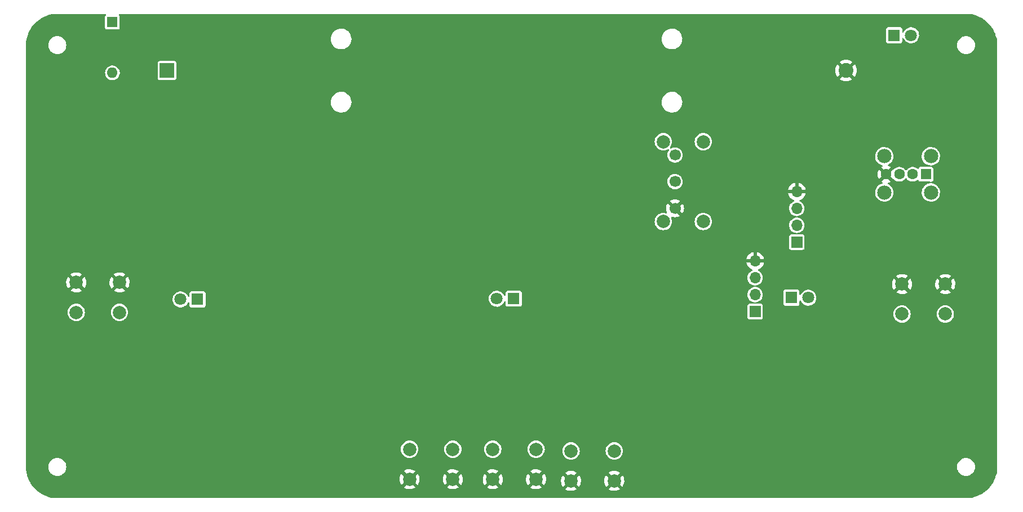
<source format=gbr>
%TF.GenerationSoftware,KiCad,Pcbnew,(6.0.5)*%
%TF.CreationDate,2022-08-19T06:06:55-03:00*%
%TF.ProjectId,chess_clock_proj,63686573-735f-4636-9c6f-636b5f70726f,v1.0*%
%TF.SameCoordinates,Original*%
%TF.FileFunction,Copper,L2,Bot*%
%TF.FilePolarity,Positive*%
%FSLAX46Y46*%
G04 Gerber Fmt 4.6, Leading zero omitted, Abs format (unit mm)*
G04 Created by KiCad (PCBNEW (6.0.5)) date 2022-08-19 06:06:55*
%MOMM*%
%LPD*%
G01*
G04 APERTURE LIST*
%TA.AperFunction,ComponentPad*%
%ADD10R,1.600000X1.600000*%
%TD*%
%TA.AperFunction,ComponentPad*%
%ADD11O,1.600000X1.600000*%
%TD*%
%TA.AperFunction,ComponentPad*%
%ADD12C,2.000000*%
%TD*%
%TA.AperFunction,ComponentPad*%
%ADD13C,1.600000*%
%TD*%
%TA.AperFunction,ComponentPad*%
%ADD14C,2.150000*%
%TD*%
%TA.AperFunction,ComponentPad*%
%ADD15R,2.230000X2.230000*%
%TD*%
%TA.AperFunction,ComponentPad*%
%ADD16C,2.230000*%
%TD*%
%TA.AperFunction,ComponentPad*%
%ADD17R,1.800000X1.800000*%
%TD*%
%TA.AperFunction,ComponentPad*%
%ADD18C,1.800000*%
%TD*%
%TA.AperFunction,ComponentPad*%
%ADD19R,1.700000X1.700000*%
%TD*%
%TA.AperFunction,ComponentPad*%
%ADD20O,1.700000X1.700000*%
%TD*%
%TA.AperFunction,ComponentPad*%
%ADD21C,1.700000*%
%TD*%
%TA.AperFunction,ViaPad*%
%ADD22C,0.700000*%
%TD*%
%TA.AperFunction,Conductor*%
%ADD23C,0.500000*%
%TD*%
G04 APERTURE END LIST*
D10*
%TO.P,SW7,1,1*%
%TO.N,Net-(J4-Pad1)*%
X88300000Y-59132500D03*
D11*
%TO.P,SW7,2,2*%
%TO.N,+3V3*%
X88300000Y-66752500D03*
%TD*%
D12*
%TO.P,SW6,1,1*%
%TO.N,/BUTTON_PLUS*%
X157185000Y-123580000D03*
X163685000Y-123580000D03*
%TO.P,SW6,2,2*%
%TO.N,GND*%
X157185000Y-128080000D03*
X163685000Y-128080000D03*
%TD*%
D10*
%TO.P,J1,1,VBUS*%
%TO.N,VBUS*%
X210510000Y-82000000D03*
D13*
%TO.P,J1,2,D-*%
%TO.N,/USB_D-*%
X208510000Y-82000000D03*
%TO.P,J1,3,D+*%
%TO.N,/USB_D+*%
X206510000Y-82000000D03*
%TO.P,J1,4,GND*%
%TO.N,GND*%
X204510000Y-82000000D03*
D14*
%TO.P,J1,5,Shield*%
%TO.N,unconnected-(J1-Pad5)*%
X211240000Y-79280000D03*
X204240000Y-84720000D03*
X204240000Y-79280000D03*
X211240000Y-84720000D03*
%TD*%
D12*
%TO.P,SW2,1,1*%
%TO.N,/BUTTON_PLAY*%
X145435000Y-123330000D03*
X151935000Y-123330000D03*
%TO.P,SW2,2,2*%
%TO.N,GND*%
X151935000Y-127830000D03*
X145435000Y-127830000D03*
%TD*%
D15*
%TO.P,J4,1,Pin_1*%
%TO.N,Net-(J4-Pad1)*%
X96500000Y-66400000D03*
D16*
%TO.P,J4,2,Pin_2*%
%TO.N,GND*%
X198500000Y-66400000D03*
%TD*%
D12*
%TO.P,SW4,1,1*%
%TO.N,/BUTTON_MINUS*%
X139435000Y-123330000D03*
X132935000Y-123330000D03*
%TO.P,SW4,2,2*%
%TO.N,GND*%
X132935000Y-127830000D03*
X139435000Y-127830000D03*
%TD*%
D17*
%TO.P,D4,1,K*%
%TO.N,Net-(D4-Pad1)*%
X205725000Y-61100000D03*
D18*
%TO.P,D4,2,A*%
%TO.N,+3V3*%
X208265000Y-61100000D03*
%TD*%
D19*
%TO.P,J2,1,Pin_1*%
%TO.N,+3V3*%
X184842500Y-102622500D03*
D20*
%TO.P,J2,2,Pin_2*%
%TO.N,/SWDIO*%
X184842500Y-100082500D03*
%TO.P,J2,3,Pin_3*%
%TO.N,/SWCLK*%
X184842500Y-97542500D03*
%TO.P,J2,4,Pin_4*%
%TO.N,GND*%
X184842500Y-95002500D03*
%TD*%
D19*
%TO.P,J3,1,Pin_1*%
%TO.N,+3V3*%
X191100000Y-92200000D03*
D20*
%TO.P,J3,2,Pin_2*%
%TO.N,/I2C1_SCL*%
X191100000Y-89660000D03*
%TO.P,J3,3,Pin_3*%
%TO.N,/I2C1_SDA*%
X191100000Y-87120000D03*
%TO.P,J3,4,Pin_4*%
%TO.N,GND*%
X191100000Y-84580000D03*
%TD*%
D17*
%TO.P,D3,1,K*%
%TO.N,/LED_J2*%
X190292500Y-100542500D03*
D18*
%TO.P,D3,2,A*%
%TO.N,Net-(D3-Pad2)*%
X192832500Y-100542500D03*
%TD*%
D12*
%TO.P,SW5,1,1*%
%TO.N,/BUTTON_J2*%
X206900000Y-103000000D03*
X213400000Y-103000000D03*
%TO.P,SW5,2,2*%
%TO.N,GND*%
X213400000Y-98500000D03*
X206900000Y-98500000D03*
%TD*%
%TO.P,SW1,*%
%TO.N,*%
X177050000Y-77100000D03*
X171050000Y-89100000D03*
X177050000Y-89100000D03*
X171050000Y-77100000D03*
D21*
%TO.P,SW1,1,A*%
%TO.N,GND*%
X172800000Y-87100000D03*
%TO.P,SW1,2,B*%
%TO.N,Net-(R4-Pad1)*%
X172800000Y-83100000D03*
%TO.P,SW1,3,C*%
%TO.N,+3V3*%
X172800000Y-79100000D03*
%TD*%
D17*
%TO.P,D2,1,K*%
%TO.N,/LED_J1*%
X101075000Y-100800000D03*
D18*
%TO.P,D2,2,A*%
%TO.N,Net-(D2-Pad2)*%
X98535000Y-100800000D03*
%TD*%
D17*
%TO.P,D1,1,K*%
%TO.N,/LED*%
X148575000Y-100700000D03*
D18*
%TO.P,D1,2,A*%
%TO.N,Net-(D1-Pad2)*%
X146035000Y-100700000D03*
%TD*%
D12*
%TO.P,SW3,1,1*%
%TO.N,/BUTTON_J1*%
X89360000Y-102750000D03*
X82860000Y-102750000D03*
%TO.P,SW3,2,2*%
%TO.N,GND*%
X89360000Y-98250000D03*
X82860000Y-98250000D03*
%TD*%
D22*
%TO.N,GND*%
X130600000Y-127800000D03*
X213450000Y-95450000D03*
X198500000Y-68600000D03*
X202200000Y-82000000D03*
X165492500Y-110492500D03*
X82820000Y-96100000D03*
X177100000Y-105700000D03*
X172791179Y-99881300D03*
X193347500Y-84547500D03*
X202200000Y-82000000D03*
X209700000Y-68700000D03*
X177700000Y-100900000D03*
X187597500Y-95002500D03*
X172200000Y-103500000D03*
X207820000Y-74280000D03*
%TD*%
D23*
%TO.N,GND*%
X191100000Y-84580000D02*
X193315000Y-84580000D01*
X193315000Y-84580000D02*
X193347500Y-84547500D01*
%TD*%
%TA.AperFunction,Conductor*%
%TO.N,GND*%
G36*
X87294604Y-57900185D02*
G01*
X87340359Y-57952989D01*
X87350303Y-58022147D01*
X87321278Y-58085703D01*
X87315323Y-58092105D01*
X87247759Y-58159787D01*
X87202494Y-58262173D01*
X87199500Y-58287854D01*
X87199500Y-59977146D01*
X87202618Y-60003346D01*
X87248061Y-60105653D01*
X87327287Y-60184741D01*
X87337758Y-60189370D01*
X87337759Y-60189371D01*
X87421147Y-60226237D01*
X87421149Y-60226238D01*
X87429673Y-60230006D01*
X87455354Y-60233000D01*
X89144646Y-60233000D01*
X89148300Y-60232565D01*
X89148302Y-60232565D01*
X89153266Y-60231974D01*
X89170846Y-60229882D01*
X89273153Y-60184439D01*
X89352241Y-60105213D01*
X89382063Y-60037759D01*
X89393737Y-60011353D01*
X89393738Y-60011351D01*
X89397506Y-60002827D01*
X89400500Y-59977146D01*
X89400500Y-58287854D01*
X89397382Y-58261654D01*
X89351939Y-58159347D01*
X89284733Y-58092258D01*
X89251195Y-58030964D01*
X89256119Y-57961268D01*
X89297941Y-57905298D01*
X89363384Y-57880824D01*
X89372338Y-57880500D01*
X216482861Y-57880500D01*
X216504391Y-57882384D01*
X216520000Y-57885136D01*
X216530684Y-57883252D01*
X216535730Y-57883252D01*
X216554638Y-57882012D01*
X216892834Y-57896778D01*
X216924182Y-57898147D01*
X216934958Y-57899090D01*
X216961786Y-57902622D01*
X217330693Y-57951189D01*
X217341332Y-57953065D01*
X217731050Y-58039464D01*
X217741478Y-58042258D01*
X218122169Y-58162290D01*
X218132315Y-58165983D01*
X218501103Y-58318739D01*
X218510894Y-58323305D01*
X218864954Y-58507617D01*
X218874300Y-58513012D01*
X219210971Y-58727496D01*
X219219800Y-58733677D01*
X219536497Y-58976687D01*
X219544774Y-58983634D01*
X219590320Y-59025369D01*
X219839068Y-59253305D01*
X219846695Y-59260932D01*
X219902271Y-59321582D01*
X220116366Y-59555226D01*
X220123313Y-59563503D01*
X220366323Y-59880200D01*
X220372504Y-59889029D01*
X220586988Y-60225700D01*
X220592383Y-60235046D01*
X220776692Y-60589100D01*
X220781261Y-60598897D01*
X220900253Y-60886168D01*
X220934014Y-60967675D01*
X220937710Y-60977831D01*
X221054380Y-61347860D01*
X221057739Y-61358512D01*
X221060536Y-61368950D01*
X221146934Y-61758661D01*
X221148811Y-61769307D01*
X221194498Y-62116337D01*
X221200910Y-62165042D01*
X221201853Y-62175818D01*
X221217657Y-62537770D01*
X221217988Y-62545359D01*
X221216748Y-62564270D01*
X221216748Y-62569316D01*
X221214864Y-62580000D01*
X221216748Y-62590683D01*
X221217616Y-62595606D01*
X221219500Y-62617139D01*
X221219500Y-125942861D01*
X221217616Y-125964391D01*
X221214864Y-125980000D01*
X221216748Y-125990684D01*
X221216748Y-125995730D01*
X221217988Y-126014638D01*
X221209457Y-126210017D01*
X221201853Y-126384182D01*
X221200910Y-126394958D01*
X221161951Y-126690886D01*
X221148812Y-126790685D01*
X221146935Y-126801332D01*
X221068743Y-127154035D01*
X221060539Y-127191040D01*
X221057742Y-127201478D01*
X220938637Y-127579232D01*
X220937714Y-127582159D01*
X220934017Y-127592315D01*
X220781264Y-127961096D01*
X220776695Y-127970894D01*
X220592383Y-128324954D01*
X220586988Y-128334300D01*
X220372504Y-128670971D01*
X220366323Y-128679800D01*
X220123313Y-128996497D01*
X220116366Y-129004774D01*
X219846695Y-129299068D01*
X219839068Y-129306695D01*
X219650882Y-129479136D01*
X219544774Y-129576366D01*
X219536497Y-129583313D01*
X219219800Y-129826323D01*
X219210971Y-129832504D01*
X218874300Y-130046988D01*
X218864954Y-130052383D01*
X218510894Y-130236695D01*
X218501103Y-130241261D01*
X218132315Y-130394017D01*
X218122169Y-130397710D01*
X217741478Y-130517742D01*
X217731050Y-130520536D01*
X217341332Y-130606935D01*
X217330693Y-130608811D01*
X217004277Y-130651784D01*
X216934958Y-130660910D01*
X216924182Y-130661853D01*
X216910120Y-130662467D01*
X216554638Y-130677988D01*
X216535730Y-130676748D01*
X216530684Y-130676748D01*
X216520000Y-130674864D01*
X216504391Y-130677616D01*
X216482861Y-130679500D01*
X80056287Y-130679500D01*
X80035245Y-130677702D01*
X80034746Y-130677616D01*
X80018775Y-130674866D01*
X80008096Y-130676793D01*
X80002972Y-130676814D01*
X79984160Y-130678122D01*
X79614226Y-130663375D01*
X79603403Y-130662468D01*
X79462014Y-130644335D01*
X79207197Y-130611654D01*
X79196484Y-130609799D01*
X78806268Y-130524477D01*
X78795758Y-130521691D01*
X78585915Y-130456094D01*
X78414503Y-130402510D01*
X78404297Y-130398821D01*
X78034951Y-130246702D01*
X78025090Y-130242125D01*
X77670484Y-130058232D01*
X77661061Y-130052808D01*
X77403453Y-129889098D01*
X77323934Y-129838563D01*
X77315037Y-129832345D01*
X76997970Y-129589387D01*
X76989638Y-129582402D01*
X76695079Y-129312609D01*
X76687391Y-129304921D01*
X76459510Y-129056121D01*
X132068370Y-129056121D01*
X132073999Y-129064048D01*
X132076083Y-129065508D01*
X132280256Y-129184818D01*
X132289408Y-129189202D01*
X132510321Y-129273560D01*
X132520064Y-129276391D01*
X132751800Y-129323539D01*
X132761870Y-129324739D01*
X132998199Y-129333406D01*
X133008320Y-129332946D01*
X133242893Y-129302896D01*
X133252806Y-129300789D01*
X133479325Y-129232830D01*
X133488752Y-129229136D01*
X133701126Y-129125095D01*
X133709841Y-129119900D01*
X133789592Y-129063014D01*
X133795003Y-129056121D01*
X138568370Y-129056121D01*
X138573999Y-129064048D01*
X138576083Y-129065508D01*
X138780256Y-129184818D01*
X138789408Y-129189202D01*
X139010321Y-129273560D01*
X139020064Y-129276391D01*
X139251800Y-129323539D01*
X139261870Y-129324739D01*
X139498199Y-129333406D01*
X139508320Y-129332946D01*
X139742893Y-129302896D01*
X139752806Y-129300789D01*
X139979325Y-129232830D01*
X139988752Y-129229136D01*
X140201126Y-129125095D01*
X140209841Y-129119900D01*
X140289592Y-129063014D01*
X140295003Y-129056121D01*
X144568370Y-129056121D01*
X144573999Y-129064048D01*
X144576083Y-129065508D01*
X144780256Y-129184818D01*
X144789408Y-129189202D01*
X145010321Y-129273560D01*
X145020064Y-129276391D01*
X145251800Y-129323539D01*
X145261870Y-129324739D01*
X145498199Y-129333406D01*
X145508320Y-129332946D01*
X145742893Y-129302896D01*
X145752806Y-129300789D01*
X145979325Y-129232830D01*
X145988752Y-129229136D01*
X146201126Y-129125095D01*
X146209841Y-129119900D01*
X146289592Y-129063014D01*
X146295003Y-129056121D01*
X151068370Y-129056121D01*
X151073999Y-129064048D01*
X151076083Y-129065508D01*
X151280256Y-129184818D01*
X151289408Y-129189202D01*
X151510321Y-129273560D01*
X151520064Y-129276391D01*
X151751800Y-129323539D01*
X151761870Y-129324739D01*
X151998199Y-129333406D01*
X152008320Y-129332946D01*
X152217718Y-129306121D01*
X156318370Y-129306121D01*
X156323999Y-129314048D01*
X156326083Y-129315508D01*
X156530256Y-129434818D01*
X156539408Y-129439202D01*
X156760321Y-129523560D01*
X156770064Y-129526391D01*
X157001800Y-129573539D01*
X157011870Y-129574739D01*
X157248199Y-129583406D01*
X157258320Y-129582946D01*
X157492893Y-129552896D01*
X157502806Y-129550789D01*
X157729325Y-129482830D01*
X157738752Y-129479136D01*
X157951126Y-129375095D01*
X157959841Y-129369900D01*
X158039592Y-129313014D01*
X158045003Y-129306121D01*
X162818370Y-129306121D01*
X162823999Y-129314048D01*
X162826083Y-129315508D01*
X163030256Y-129434818D01*
X163039408Y-129439202D01*
X163260321Y-129523560D01*
X163270064Y-129526391D01*
X163501800Y-129573539D01*
X163511870Y-129574739D01*
X163748199Y-129583406D01*
X163758320Y-129582946D01*
X163992893Y-129552896D01*
X164002806Y-129550789D01*
X164229325Y-129482830D01*
X164238752Y-129479136D01*
X164451126Y-129375095D01*
X164459841Y-129369900D01*
X164539592Y-129313014D01*
X164547860Y-129302482D01*
X164540984Y-129289537D01*
X163697607Y-128446160D01*
X163683887Y-128438668D01*
X163682081Y-128438797D01*
X163675574Y-128442979D01*
X162825512Y-129293041D01*
X162818370Y-129306121D01*
X158045003Y-129306121D01*
X158047860Y-129302482D01*
X158040984Y-129289537D01*
X157197607Y-128446160D01*
X157183887Y-128438668D01*
X157182081Y-128438797D01*
X157175574Y-128442979D01*
X156325512Y-129293041D01*
X156318370Y-129306121D01*
X152217718Y-129306121D01*
X152242893Y-129302896D01*
X152252806Y-129300789D01*
X152479325Y-129232830D01*
X152488752Y-129229136D01*
X152701126Y-129125095D01*
X152709841Y-129119900D01*
X152789592Y-129063014D01*
X152797860Y-129052482D01*
X152790984Y-129039537D01*
X151947607Y-128196160D01*
X151933887Y-128188668D01*
X151932081Y-128188797D01*
X151925574Y-128192979D01*
X151075512Y-129043041D01*
X151068370Y-129056121D01*
X146295003Y-129056121D01*
X146297860Y-129052482D01*
X146290984Y-129039537D01*
X145447607Y-128196160D01*
X145433887Y-128188668D01*
X145432081Y-128188797D01*
X145425574Y-128192979D01*
X144575512Y-129043041D01*
X144568370Y-129056121D01*
X140295003Y-129056121D01*
X140297860Y-129052482D01*
X140290984Y-129039537D01*
X139447607Y-128196160D01*
X139433887Y-128188668D01*
X139432081Y-128188797D01*
X139425574Y-128192979D01*
X138575512Y-129043041D01*
X138568370Y-129056121D01*
X133795003Y-129056121D01*
X133797860Y-129052482D01*
X133790984Y-129039537D01*
X132947607Y-128196160D01*
X132933887Y-128188668D01*
X132932081Y-128188797D01*
X132925574Y-128192979D01*
X132075512Y-129043041D01*
X132068370Y-129056121D01*
X76459510Y-129056121D01*
X76417598Y-129010362D01*
X76410613Y-129002030D01*
X76294607Y-128850640D01*
X76167655Y-128684963D01*
X76161437Y-128676066D01*
X75987866Y-128402942D01*
X75947192Y-128338939D01*
X75941768Y-128329516D01*
X75757875Y-127974910D01*
X75753298Y-127965048D01*
X75698135Y-127831113D01*
X75684624Y-127798309D01*
X131430601Y-127798309D01*
X131444214Y-128034394D01*
X131445626Y-128044439D01*
X131497615Y-128275135D01*
X131500647Y-128284810D01*
X131589617Y-128503918D01*
X131594194Y-128512978D01*
X131700490Y-128686437D01*
X131710784Y-128695749D01*
X131719421Y-128692026D01*
X132568840Y-127842607D01*
X132575116Y-127831113D01*
X133293668Y-127831113D01*
X133293797Y-127832919D01*
X133297979Y-127839426D01*
X134145066Y-128686513D01*
X134156884Y-128692966D01*
X134168437Y-128684140D01*
X134222186Y-128609341D01*
X134227414Y-128600640D01*
X134332188Y-128388646D01*
X134335925Y-128379206D01*
X134404670Y-128152942D01*
X134406813Y-128143028D01*
X134437913Y-127906801D01*
X134438425Y-127900226D01*
X134440060Y-127833308D01*
X134439870Y-127826701D01*
X134437536Y-127798309D01*
X137930601Y-127798309D01*
X137944214Y-128034394D01*
X137945626Y-128044439D01*
X137997615Y-128275135D01*
X138000647Y-128284810D01*
X138089617Y-128503918D01*
X138094194Y-128512978D01*
X138200490Y-128686437D01*
X138210784Y-128695749D01*
X138219421Y-128692026D01*
X139068840Y-127842607D01*
X139075116Y-127831113D01*
X139793668Y-127831113D01*
X139793797Y-127832919D01*
X139797979Y-127839426D01*
X140645066Y-128686513D01*
X140656884Y-128692966D01*
X140668437Y-128684140D01*
X140722186Y-128609341D01*
X140727414Y-128600640D01*
X140832188Y-128388646D01*
X140835925Y-128379206D01*
X140904670Y-128152942D01*
X140906813Y-128143028D01*
X140937913Y-127906801D01*
X140938425Y-127900226D01*
X140940060Y-127833308D01*
X140939870Y-127826701D01*
X140937536Y-127798309D01*
X143930601Y-127798309D01*
X143944214Y-128034394D01*
X143945626Y-128044439D01*
X143997615Y-128275135D01*
X144000647Y-128284810D01*
X144089617Y-128503918D01*
X144094194Y-128512978D01*
X144200490Y-128686437D01*
X144210784Y-128695749D01*
X144219421Y-128692026D01*
X145068840Y-127842607D01*
X145075116Y-127831113D01*
X145793668Y-127831113D01*
X145793797Y-127832919D01*
X145797979Y-127839426D01*
X146645066Y-128686513D01*
X146656884Y-128692966D01*
X146668437Y-128684140D01*
X146722186Y-128609341D01*
X146727414Y-128600640D01*
X146832188Y-128388646D01*
X146835925Y-128379206D01*
X146904670Y-128152942D01*
X146906813Y-128143028D01*
X146937913Y-127906801D01*
X146938425Y-127900226D01*
X146940060Y-127833308D01*
X146939870Y-127826701D01*
X146937536Y-127798309D01*
X150430601Y-127798309D01*
X150444214Y-128034394D01*
X150445626Y-128044439D01*
X150497615Y-128275135D01*
X150500647Y-128284810D01*
X150589617Y-128503918D01*
X150594194Y-128512978D01*
X150700490Y-128686437D01*
X150710784Y-128695749D01*
X150719421Y-128692026D01*
X151568840Y-127842607D01*
X151575116Y-127831113D01*
X152293668Y-127831113D01*
X152293797Y-127832919D01*
X152297979Y-127839426D01*
X153145066Y-128686513D01*
X153156884Y-128692966D01*
X153168437Y-128684140D01*
X153222186Y-128609341D01*
X153227414Y-128600640D01*
X153332188Y-128388646D01*
X153335925Y-128379206D01*
X153404670Y-128152942D01*
X153406813Y-128143028D01*
X153419283Y-128048309D01*
X155680601Y-128048309D01*
X155694214Y-128284394D01*
X155695626Y-128294439D01*
X155747615Y-128525135D01*
X155750647Y-128534810D01*
X155839617Y-128753918D01*
X155844194Y-128762978D01*
X155950490Y-128936437D01*
X155960784Y-128945749D01*
X155969421Y-128942026D01*
X156818840Y-128092607D01*
X156825116Y-128081113D01*
X157543668Y-128081113D01*
X157543797Y-128082919D01*
X157547979Y-128089426D01*
X158395066Y-128936513D01*
X158406884Y-128942966D01*
X158418437Y-128934140D01*
X158472186Y-128859341D01*
X158477414Y-128850640D01*
X158582188Y-128638646D01*
X158585925Y-128629206D01*
X158654670Y-128402942D01*
X158656813Y-128393028D01*
X158687913Y-128156801D01*
X158688425Y-128150226D01*
X158690060Y-128083308D01*
X158689870Y-128076701D01*
X158687536Y-128048309D01*
X162180601Y-128048309D01*
X162194214Y-128284394D01*
X162195626Y-128294439D01*
X162247615Y-128525135D01*
X162250647Y-128534810D01*
X162339617Y-128753918D01*
X162344194Y-128762978D01*
X162450490Y-128936437D01*
X162460784Y-128945749D01*
X162469421Y-128942026D01*
X163318840Y-128092607D01*
X163325116Y-128081113D01*
X164043668Y-128081113D01*
X164043797Y-128082919D01*
X164047979Y-128089426D01*
X164895066Y-128936513D01*
X164906884Y-128942966D01*
X164918437Y-128934140D01*
X164972186Y-128859341D01*
X164977414Y-128850640D01*
X165082188Y-128638646D01*
X165085925Y-128629206D01*
X165154670Y-128402942D01*
X165156813Y-128393028D01*
X165187913Y-128156801D01*
X165188425Y-128150226D01*
X165190060Y-128083308D01*
X165189870Y-128076701D01*
X165170347Y-127839246D01*
X165168689Y-127829232D01*
X165111081Y-127599882D01*
X165107811Y-127590276D01*
X165013514Y-127373409D01*
X165008725Y-127364476D01*
X164918380Y-127224824D01*
X164907865Y-127215769D01*
X164898451Y-127220102D01*
X164051160Y-128067393D01*
X164043668Y-128081113D01*
X163325116Y-128081113D01*
X163326332Y-128078887D01*
X163326203Y-128077081D01*
X163322021Y-128070574D01*
X162474747Y-127223300D01*
X162463396Y-127217102D01*
X162451307Y-127226573D01*
X162379156Y-127332344D01*
X162374144Y-127341166D01*
X162274581Y-127555658D01*
X162271076Y-127565183D01*
X162207878Y-127793064D01*
X162205979Y-127803020D01*
X162180849Y-128038166D01*
X162180601Y-128048309D01*
X158687536Y-128048309D01*
X158670347Y-127839246D01*
X158668689Y-127829232D01*
X158611081Y-127599882D01*
X158607811Y-127590276D01*
X158513514Y-127373409D01*
X158508725Y-127364476D01*
X158418380Y-127224824D01*
X158407865Y-127215769D01*
X158398451Y-127220102D01*
X157551160Y-128067393D01*
X157543668Y-128081113D01*
X156825116Y-128081113D01*
X156826332Y-128078887D01*
X156826203Y-128077081D01*
X156822021Y-128070574D01*
X155974747Y-127223300D01*
X155963396Y-127217102D01*
X155951307Y-127226573D01*
X155879156Y-127332344D01*
X155874144Y-127341166D01*
X155774581Y-127555658D01*
X155771076Y-127565183D01*
X155707878Y-127793064D01*
X155705979Y-127803020D01*
X155680849Y-128038166D01*
X155680601Y-128048309D01*
X153419283Y-128048309D01*
X153437913Y-127906801D01*
X153438425Y-127900226D01*
X153440060Y-127833308D01*
X153439870Y-127826701D01*
X153420347Y-127589246D01*
X153418689Y-127579232D01*
X153361081Y-127349882D01*
X153357811Y-127340276D01*
X153263514Y-127123409D01*
X153258725Y-127114476D01*
X153168380Y-126974824D01*
X153157865Y-126965769D01*
X153148451Y-126970102D01*
X152301160Y-127817393D01*
X152293668Y-127831113D01*
X151575116Y-127831113D01*
X151576332Y-127828887D01*
X151576203Y-127827081D01*
X151572021Y-127820574D01*
X150724747Y-126973300D01*
X150713396Y-126967102D01*
X150701307Y-126976573D01*
X150629156Y-127082344D01*
X150624144Y-127091166D01*
X150524581Y-127305658D01*
X150521076Y-127315183D01*
X150457878Y-127543064D01*
X150455979Y-127553020D01*
X150430849Y-127788166D01*
X150430601Y-127798309D01*
X146937536Y-127798309D01*
X146920347Y-127589246D01*
X146918689Y-127579232D01*
X146861081Y-127349882D01*
X146857811Y-127340276D01*
X146763514Y-127123409D01*
X146758725Y-127114476D01*
X146668380Y-126974824D01*
X146657865Y-126965769D01*
X146648451Y-126970102D01*
X145801160Y-127817393D01*
X145793668Y-127831113D01*
X145075116Y-127831113D01*
X145076332Y-127828887D01*
X145076203Y-127827081D01*
X145072021Y-127820574D01*
X144224747Y-126973300D01*
X144213396Y-126967102D01*
X144201307Y-126976573D01*
X144129156Y-127082344D01*
X144124144Y-127091166D01*
X144024581Y-127305658D01*
X144021076Y-127315183D01*
X143957878Y-127543064D01*
X143955979Y-127553020D01*
X143930849Y-127788166D01*
X143930601Y-127798309D01*
X140937536Y-127798309D01*
X140920347Y-127589246D01*
X140918689Y-127579232D01*
X140861081Y-127349882D01*
X140857811Y-127340276D01*
X140763514Y-127123409D01*
X140758725Y-127114476D01*
X140668380Y-126974824D01*
X140657865Y-126965769D01*
X140648451Y-126970102D01*
X139801160Y-127817393D01*
X139793668Y-127831113D01*
X139075116Y-127831113D01*
X139076332Y-127828887D01*
X139076203Y-127827081D01*
X139072021Y-127820574D01*
X138224747Y-126973300D01*
X138213396Y-126967102D01*
X138201307Y-126976573D01*
X138129156Y-127082344D01*
X138124144Y-127091166D01*
X138024581Y-127305658D01*
X138021076Y-127315183D01*
X137957878Y-127543064D01*
X137955979Y-127553020D01*
X137930849Y-127788166D01*
X137930601Y-127798309D01*
X134437536Y-127798309D01*
X134420347Y-127589246D01*
X134418689Y-127579232D01*
X134361081Y-127349882D01*
X134357811Y-127340276D01*
X134263514Y-127123409D01*
X134258725Y-127114476D01*
X134168380Y-126974824D01*
X134157865Y-126965769D01*
X134148451Y-126970102D01*
X133301160Y-127817393D01*
X133293668Y-127831113D01*
X132575116Y-127831113D01*
X132576332Y-127828887D01*
X132576203Y-127827081D01*
X132572021Y-127820574D01*
X131724747Y-126973300D01*
X131713396Y-126967102D01*
X131701307Y-126976573D01*
X131629156Y-127082344D01*
X131624144Y-127091166D01*
X131524581Y-127305658D01*
X131521076Y-127315183D01*
X131457878Y-127543064D01*
X131455979Y-127553020D01*
X131430849Y-127788166D01*
X131430601Y-127798309D01*
X75684624Y-127798309D01*
X75601179Y-127595703D01*
X75597488Y-127585491D01*
X75596447Y-127582159D01*
X75503029Y-127283321D01*
X75478309Y-127204242D01*
X75475523Y-127193732D01*
X75390201Y-126803516D01*
X75388346Y-126792803D01*
X75344198Y-126448573D01*
X75337532Y-126396597D01*
X75336624Y-126385768D01*
X75336561Y-126384182D01*
X75321878Y-126015840D01*
X75323186Y-125997028D01*
X75323207Y-125991904D01*
X75325134Y-125981225D01*
X75324923Y-125980000D01*
X78664341Y-125980000D01*
X78684937Y-126215408D01*
X78686336Y-126220631D01*
X78686337Y-126220634D01*
X78716037Y-126331477D01*
X78746097Y-126443663D01*
X78748384Y-126448567D01*
X78748386Y-126448573D01*
X78809344Y-126579295D01*
X78845965Y-126657829D01*
X78849068Y-126662260D01*
X78849073Y-126662268D01*
X78978399Y-126846966D01*
X78978403Y-126846970D01*
X78981505Y-126851401D01*
X79148599Y-127018495D01*
X79153030Y-127021597D01*
X79153034Y-127021601D01*
X79298432Y-127123409D01*
X79342171Y-127154035D01*
X79347082Y-127156325D01*
X79551427Y-127251614D01*
X79551433Y-127251616D01*
X79556337Y-127253903D01*
X79640137Y-127276357D01*
X79779366Y-127313663D01*
X79779369Y-127313664D01*
X79784592Y-127315063D01*
X79789979Y-127315534D01*
X79789983Y-127315535D01*
X79958335Y-127330264D01*
X79958338Y-127330264D01*
X79961034Y-127330500D01*
X80078966Y-127330500D01*
X80081662Y-127330264D01*
X80081665Y-127330264D01*
X80250017Y-127315535D01*
X80250021Y-127315534D01*
X80255408Y-127315063D01*
X80260631Y-127313664D01*
X80260634Y-127313663D01*
X80399863Y-127276357D01*
X80483663Y-127253903D01*
X80488567Y-127251616D01*
X80488573Y-127251614D01*
X80692918Y-127156325D01*
X80697829Y-127154035D01*
X80741568Y-127123409D01*
X80886966Y-127021601D01*
X80886970Y-127021597D01*
X80891401Y-127018495D01*
X81058495Y-126851401D01*
X81194035Y-126657830D01*
X81217543Y-126607418D01*
X132071468Y-126607418D01*
X132078105Y-126619552D01*
X132922393Y-127463840D01*
X132936113Y-127471332D01*
X132937919Y-127471203D01*
X132944426Y-127467021D01*
X133792860Y-126618587D01*
X133798958Y-126607418D01*
X138571468Y-126607418D01*
X138578105Y-126619552D01*
X139422393Y-127463840D01*
X139436113Y-127471332D01*
X139437919Y-127471203D01*
X139444426Y-127467021D01*
X140292860Y-126618587D01*
X140298958Y-126607418D01*
X144571468Y-126607418D01*
X144578105Y-126619552D01*
X145422393Y-127463840D01*
X145436113Y-127471332D01*
X145437919Y-127471203D01*
X145444426Y-127467021D01*
X146292860Y-126618587D01*
X146298958Y-126607418D01*
X151071468Y-126607418D01*
X151078105Y-126619552D01*
X151922393Y-127463840D01*
X151936113Y-127471332D01*
X151937919Y-127471203D01*
X151944426Y-127467021D01*
X152554029Y-126857418D01*
X156321468Y-126857418D01*
X156328105Y-126869552D01*
X157172393Y-127713840D01*
X157186113Y-127721332D01*
X157187919Y-127721203D01*
X157194426Y-127717021D01*
X158042860Y-126868587D01*
X158048958Y-126857418D01*
X162821468Y-126857418D01*
X162828105Y-126869552D01*
X163672393Y-127713840D01*
X163686113Y-127721332D01*
X163687919Y-127721203D01*
X163694426Y-127717021D01*
X164542860Y-126868587D01*
X164549767Y-126855937D01*
X164542117Y-126845436D01*
X164521927Y-126829491D01*
X164513478Y-126823877D01*
X164306447Y-126709590D01*
X164297190Y-126705431D01*
X164074283Y-126626494D01*
X164064468Y-126623901D01*
X163831656Y-126582431D01*
X163821562Y-126581477D01*
X163585097Y-126578587D01*
X163574972Y-126579295D01*
X163341222Y-126615065D01*
X163331348Y-126617417D01*
X163106569Y-126690886D01*
X163097220Y-126694816D01*
X162887461Y-126804009D01*
X162878876Y-126809416D01*
X162829786Y-126846273D01*
X162821468Y-126857418D01*
X158048958Y-126857418D01*
X158049767Y-126855937D01*
X158042117Y-126845436D01*
X158021927Y-126829491D01*
X158013478Y-126823877D01*
X157806447Y-126709590D01*
X157797190Y-126705431D01*
X157574283Y-126626494D01*
X157564468Y-126623901D01*
X157331656Y-126582431D01*
X157321562Y-126581477D01*
X157085097Y-126578587D01*
X157074972Y-126579295D01*
X156841222Y-126615065D01*
X156831348Y-126617417D01*
X156606569Y-126690886D01*
X156597220Y-126694816D01*
X156387461Y-126804009D01*
X156378876Y-126809416D01*
X156329786Y-126846273D01*
X156321468Y-126857418D01*
X152554029Y-126857418D01*
X152792860Y-126618587D01*
X152799767Y-126605937D01*
X152792117Y-126595436D01*
X152771927Y-126579491D01*
X152763478Y-126573877D01*
X152556447Y-126459590D01*
X152547190Y-126455431D01*
X152324283Y-126376494D01*
X152314468Y-126373901D01*
X152081656Y-126332431D01*
X152071562Y-126331477D01*
X151835097Y-126328587D01*
X151824972Y-126329295D01*
X151591222Y-126365065D01*
X151581348Y-126367417D01*
X151356569Y-126440886D01*
X151347220Y-126444816D01*
X151137461Y-126554009D01*
X151128876Y-126559416D01*
X151079786Y-126596273D01*
X151071468Y-126607418D01*
X146298958Y-126607418D01*
X146299767Y-126605937D01*
X146292117Y-126595436D01*
X146271927Y-126579491D01*
X146263478Y-126573877D01*
X146056447Y-126459590D01*
X146047190Y-126455431D01*
X145824283Y-126376494D01*
X145814468Y-126373901D01*
X145581656Y-126332431D01*
X145571562Y-126331477D01*
X145335097Y-126328587D01*
X145324972Y-126329295D01*
X145091222Y-126365065D01*
X145081348Y-126367417D01*
X144856569Y-126440886D01*
X144847220Y-126444816D01*
X144637461Y-126554009D01*
X144628876Y-126559416D01*
X144579786Y-126596273D01*
X144571468Y-126607418D01*
X140298958Y-126607418D01*
X140299767Y-126605937D01*
X140292117Y-126595436D01*
X140271927Y-126579491D01*
X140263478Y-126573877D01*
X140056447Y-126459590D01*
X140047190Y-126455431D01*
X139824283Y-126376494D01*
X139814468Y-126373901D01*
X139581656Y-126332431D01*
X139571562Y-126331477D01*
X139335097Y-126328587D01*
X139324972Y-126329295D01*
X139091222Y-126365065D01*
X139081348Y-126367417D01*
X138856569Y-126440886D01*
X138847220Y-126444816D01*
X138637461Y-126554009D01*
X138628876Y-126559416D01*
X138579786Y-126596273D01*
X138571468Y-126607418D01*
X133798958Y-126607418D01*
X133799767Y-126605937D01*
X133792117Y-126595436D01*
X133771927Y-126579491D01*
X133763478Y-126573877D01*
X133556447Y-126459590D01*
X133547190Y-126455431D01*
X133324283Y-126376494D01*
X133314468Y-126373901D01*
X133081656Y-126332431D01*
X133071562Y-126331477D01*
X132835097Y-126328587D01*
X132824972Y-126329295D01*
X132591222Y-126365065D01*
X132581348Y-126367417D01*
X132356569Y-126440886D01*
X132347220Y-126444816D01*
X132137461Y-126554009D01*
X132128876Y-126559416D01*
X132079786Y-126596273D01*
X132071468Y-126607418D01*
X81217543Y-126607418D01*
X81293903Y-126443663D01*
X81323963Y-126331477D01*
X81353663Y-126220634D01*
X81353664Y-126220631D01*
X81355063Y-126215408D01*
X81375659Y-125980000D01*
X215164341Y-125980000D01*
X215184937Y-126215408D01*
X215186336Y-126220631D01*
X215186337Y-126220634D01*
X215216037Y-126331477D01*
X215246097Y-126443663D01*
X215248384Y-126448567D01*
X215248386Y-126448573D01*
X215309344Y-126579295D01*
X215345965Y-126657829D01*
X215349068Y-126662260D01*
X215349073Y-126662268D01*
X215478399Y-126846966D01*
X215478403Y-126846970D01*
X215481505Y-126851401D01*
X215648599Y-127018495D01*
X215653030Y-127021597D01*
X215653034Y-127021601D01*
X215798432Y-127123409D01*
X215842171Y-127154035D01*
X215847082Y-127156325D01*
X216051427Y-127251614D01*
X216051433Y-127251616D01*
X216056337Y-127253903D01*
X216140137Y-127276357D01*
X216279366Y-127313663D01*
X216279369Y-127313664D01*
X216284592Y-127315063D01*
X216289979Y-127315534D01*
X216289983Y-127315535D01*
X216458335Y-127330264D01*
X216458338Y-127330264D01*
X216461034Y-127330500D01*
X216578966Y-127330500D01*
X216581662Y-127330264D01*
X216581665Y-127330264D01*
X216750017Y-127315535D01*
X216750021Y-127315534D01*
X216755408Y-127315063D01*
X216760631Y-127313664D01*
X216760634Y-127313663D01*
X216899863Y-127276357D01*
X216983663Y-127253903D01*
X216988567Y-127251616D01*
X216988573Y-127251614D01*
X217192918Y-127156325D01*
X217197829Y-127154035D01*
X217241568Y-127123409D01*
X217386966Y-127021601D01*
X217386970Y-127021597D01*
X217391401Y-127018495D01*
X217558495Y-126851401D01*
X217694035Y-126657830D01*
X217793903Y-126443663D01*
X217823963Y-126331477D01*
X217853663Y-126220634D01*
X217853664Y-126220631D01*
X217855063Y-126215408D01*
X217875659Y-125980000D01*
X217855063Y-125744592D01*
X217793903Y-125516337D01*
X217791616Y-125511433D01*
X217791614Y-125511427D01*
X217696325Y-125307082D01*
X217694035Y-125302171D01*
X217690927Y-125297732D01*
X217561601Y-125113034D01*
X217561597Y-125113030D01*
X217558495Y-125108599D01*
X217391401Y-124941505D01*
X217386970Y-124938403D01*
X217386966Y-124938399D01*
X217202268Y-124809073D01*
X217202266Y-124809072D01*
X217197829Y-124805965D01*
X217175669Y-124795631D01*
X216988573Y-124708386D01*
X216988567Y-124708384D01*
X216983663Y-124706097D01*
X216899863Y-124683643D01*
X216760634Y-124646337D01*
X216760631Y-124646336D01*
X216755408Y-124644937D01*
X216750021Y-124644466D01*
X216750017Y-124644465D01*
X216581665Y-124629736D01*
X216581662Y-124629736D01*
X216578966Y-124629500D01*
X216461034Y-124629500D01*
X216458338Y-124629736D01*
X216458335Y-124629736D01*
X216289983Y-124644465D01*
X216289979Y-124644466D01*
X216284592Y-124644937D01*
X216279369Y-124646336D01*
X216279366Y-124646337D01*
X216140137Y-124683643D01*
X216056337Y-124706097D01*
X216051433Y-124708384D01*
X216051427Y-124708386D01*
X215864331Y-124795631D01*
X215842171Y-124805965D01*
X215837734Y-124809072D01*
X215837732Y-124809073D01*
X215653034Y-124938399D01*
X215653030Y-124938403D01*
X215648599Y-124941505D01*
X215481505Y-125108599D01*
X215345965Y-125302170D01*
X215246097Y-125516337D01*
X215184937Y-125744592D01*
X215164341Y-125980000D01*
X81375659Y-125980000D01*
X81355063Y-125744592D01*
X81293903Y-125516337D01*
X81291616Y-125511433D01*
X81291614Y-125511427D01*
X81196325Y-125307082D01*
X81194035Y-125302171D01*
X81190927Y-125297732D01*
X81061601Y-125113034D01*
X81061597Y-125113030D01*
X81058495Y-125108599D01*
X80891401Y-124941505D01*
X80886970Y-124938403D01*
X80886966Y-124938399D01*
X80702268Y-124809073D01*
X80702266Y-124809072D01*
X80697829Y-124805965D01*
X80675669Y-124795631D01*
X80488573Y-124708386D01*
X80488567Y-124708384D01*
X80483663Y-124706097D01*
X80399863Y-124683643D01*
X80260634Y-124646337D01*
X80260631Y-124646336D01*
X80255408Y-124644937D01*
X80250021Y-124644466D01*
X80250017Y-124644465D01*
X80081665Y-124629736D01*
X80081662Y-124629736D01*
X80078966Y-124629500D01*
X79961034Y-124629500D01*
X79958338Y-124629736D01*
X79958335Y-124629736D01*
X79789983Y-124644465D01*
X79789979Y-124644466D01*
X79784592Y-124644937D01*
X79779369Y-124646336D01*
X79779366Y-124646337D01*
X79640137Y-124683643D01*
X79556337Y-124706097D01*
X79551433Y-124708384D01*
X79551427Y-124708386D01*
X79364331Y-124795631D01*
X79342171Y-124805965D01*
X79337734Y-124809072D01*
X79337732Y-124809073D01*
X79153034Y-124938399D01*
X79153030Y-124938403D01*
X79148599Y-124941505D01*
X78981505Y-125108599D01*
X78845965Y-125302170D01*
X78746097Y-125516337D01*
X78684937Y-125744592D01*
X78664341Y-125980000D01*
X75324923Y-125980000D01*
X75322298Y-125964755D01*
X75320500Y-125943713D01*
X75320500Y-123330000D01*
X131629532Y-123330000D01*
X131649365Y-123556692D01*
X131708261Y-123776496D01*
X131710548Y-123781400D01*
X131710550Y-123781406D01*
X131724778Y-123811917D01*
X131804432Y-123982734D01*
X131807539Y-123987171D01*
X131807540Y-123987173D01*
X131931847Y-124164704D01*
X131931851Y-124164708D01*
X131934953Y-124169139D01*
X132095861Y-124330047D01*
X132100292Y-124333149D01*
X132100296Y-124333153D01*
X132228567Y-124422968D01*
X132282266Y-124460568D01*
X132287177Y-124462858D01*
X132483594Y-124554450D01*
X132483600Y-124554452D01*
X132488504Y-124556739D01*
X132708308Y-124615635D01*
X132713693Y-124616106D01*
X132713698Y-124616107D01*
X132929605Y-124634996D01*
X132935000Y-124635468D01*
X132940395Y-124634996D01*
X133156302Y-124616107D01*
X133156307Y-124616106D01*
X133161692Y-124615635D01*
X133381496Y-124556739D01*
X133386400Y-124554452D01*
X133386406Y-124554450D01*
X133582823Y-124462858D01*
X133587734Y-124460568D01*
X133641433Y-124422968D01*
X133769704Y-124333153D01*
X133769708Y-124333149D01*
X133774139Y-124330047D01*
X133935047Y-124169139D01*
X133938149Y-124164708D01*
X133938153Y-124164704D01*
X134062460Y-123987173D01*
X134062461Y-123987171D01*
X134065568Y-123982734D01*
X134145222Y-123811917D01*
X134159450Y-123781406D01*
X134159452Y-123781400D01*
X134161739Y-123776496D01*
X134220635Y-123556692D01*
X134240468Y-123330000D01*
X138129532Y-123330000D01*
X138149365Y-123556692D01*
X138208261Y-123776496D01*
X138210548Y-123781400D01*
X138210550Y-123781406D01*
X138224778Y-123811917D01*
X138304432Y-123982734D01*
X138307539Y-123987171D01*
X138307540Y-123987173D01*
X138431847Y-124164704D01*
X138431851Y-124164708D01*
X138434953Y-124169139D01*
X138595861Y-124330047D01*
X138600292Y-124333149D01*
X138600296Y-124333153D01*
X138728567Y-124422968D01*
X138782266Y-124460568D01*
X138787177Y-124462858D01*
X138983594Y-124554450D01*
X138983600Y-124554452D01*
X138988504Y-124556739D01*
X139208308Y-124615635D01*
X139213693Y-124616106D01*
X139213698Y-124616107D01*
X139429605Y-124634996D01*
X139435000Y-124635468D01*
X139440395Y-124634996D01*
X139656302Y-124616107D01*
X139656307Y-124616106D01*
X139661692Y-124615635D01*
X139881496Y-124556739D01*
X139886400Y-124554452D01*
X139886406Y-124554450D01*
X140082823Y-124462858D01*
X140087734Y-124460568D01*
X140141433Y-124422968D01*
X140269704Y-124333153D01*
X140269708Y-124333149D01*
X140274139Y-124330047D01*
X140435047Y-124169139D01*
X140438149Y-124164708D01*
X140438153Y-124164704D01*
X140562460Y-123987173D01*
X140562461Y-123987171D01*
X140565568Y-123982734D01*
X140645222Y-123811917D01*
X140659450Y-123781406D01*
X140659452Y-123781400D01*
X140661739Y-123776496D01*
X140720635Y-123556692D01*
X140740468Y-123330000D01*
X144129532Y-123330000D01*
X144149365Y-123556692D01*
X144208261Y-123776496D01*
X144210548Y-123781400D01*
X144210550Y-123781406D01*
X144224778Y-123811917D01*
X144304432Y-123982734D01*
X144307539Y-123987171D01*
X144307540Y-123987173D01*
X144431847Y-124164704D01*
X144431851Y-124164708D01*
X144434953Y-124169139D01*
X144595861Y-124330047D01*
X144600292Y-124333149D01*
X144600296Y-124333153D01*
X144728567Y-124422968D01*
X144782266Y-124460568D01*
X144787177Y-124462858D01*
X144983594Y-124554450D01*
X144983600Y-124554452D01*
X144988504Y-124556739D01*
X145208308Y-124615635D01*
X145213693Y-124616106D01*
X145213698Y-124616107D01*
X145429605Y-124634996D01*
X145435000Y-124635468D01*
X145440395Y-124634996D01*
X145656302Y-124616107D01*
X145656307Y-124616106D01*
X145661692Y-124615635D01*
X145881496Y-124556739D01*
X145886400Y-124554452D01*
X145886406Y-124554450D01*
X146082823Y-124462858D01*
X146087734Y-124460568D01*
X146141433Y-124422968D01*
X146269704Y-124333153D01*
X146269708Y-124333149D01*
X146274139Y-124330047D01*
X146435047Y-124169139D01*
X146438149Y-124164708D01*
X146438153Y-124164704D01*
X146562460Y-123987173D01*
X146562461Y-123987171D01*
X146565568Y-123982734D01*
X146645222Y-123811917D01*
X146659450Y-123781406D01*
X146659452Y-123781400D01*
X146661739Y-123776496D01*
X146720635Y-123556692D01*
X146740468Y-123330000D01*
X150629532Y-123330000D01*
X150649365Y-123556692D01*
X150708261Y-123776496D01*
X150710548Y-123781400D01*
X150710550Y-123781406D01*
X150724778Y-123811917D01*
X150804432Y-123982734D01*
X150807539Y-123987171D01*
X150807540Y-123987173D01*
X150931847Y-124164704D01*
X150931851Y-124164708D01*
X150934953Y-124169139D01*
X151095861Y-124330047D01*
X151100292Y-124333149D01*
X151100296Y-124333153D01*
X151228567Y-124422968D01*
X151282266Y-124460568D01*
X151287177Y-124462858D01*
X151483594Y-124554450D01*
X151483600Y-124554452D01*
X151488504Y-124556739D01*
X151708308Y-124615635D01*
X151713693Y-124616106D01*
X151713698Y-124616107D01*
X151929605Y-124634996D01*
X151935000Y-124635468D01*
X151940395Y-124634996D01*
X152156302Y-124616107D01*
X152156307Y-124616106D01*
X152161692Y-124615635D01*
X152381496Y-124556739D01*
X152386400Y-124554452D01*
X152386406Y-124554450D01*
X152582823Y-124462858D01*
X152587734Y-124460568D01*
X152641433Y-124422968D01*
X152769704Y-124333153D01*
X152769708Y-124333149D01*
X152774139Y-124330047D01*
X152935047Y-124169139D01*
X152938149Y-124164708D01*
X152938153Y-124164704D01*
X153062460Y-123987173D01*
X153062461Y-123987171D01*
X153065568Y-123982734D01*
X153145222Y-123811917D01*
X153159450Y-123781406D01*
X153159452Y-123781400D01*
X153161739Y-123776496D01*
X153214390Y-123580000D01*
X155879532Y-123580000D01*
X155880004Y-123585395D01*
X155897153Y-123781406D01*
X155899365Y-123806692D01*
X155958261Y-124026496D01*
X155960548Y-124031400D01*
X155960550Y-124031406D01*
X156022709Y-124164704D01*
X156054432Y-124232734D01*
X156057539Y-124237171D01*
X156057540Y-124237173D01*
X156181847Y-124414704D01*
X156181851Y-124414708D01*
X156184953Y-124419139D01*
X156345861Y-124580047D01*
X156350292Y-124583149D01*
X156350296Y-124583153D01*
X156527827Y-124707460D01*
X156532266Y-124710568D01*
X156537177Y-124712858D01*
X156733594Y-124804450D01*
X156733600Y-124804452D01*
X156738504Y-124806739D01*
X156958308Y-124865635D01*
X156963693Y-124866106D01*
X156963698Y-124866107D01*
X157179605Y-124884996D01*
X157185000Y-124885468D01*
X157190395Y-124884996D01*
X157406302Y-124866107D01*
X157406307Y-124866106D01*
X157411692Y-124865635D01*
X157631496Y-124806739D01*
X157636400Y-124804452D01*
X157636406Y-124804450D01*
X157832823Y-124712858D01*
X157837734Y-124710568D01*
X157842173Y-124707460D01*
X158019704Y-124583153D01*
X158019708Y-124583149D01*
X158024139Y-124580047D01*
X158185047Y-124419139D01*
X158188149Y-124414708D01*
X158188153Y-124414704D01*
X158312460Y-124237173D01*
X158312461Y-124237171D01*
X158315568Y-124232734D01*
X158347291Y-124164704D01*
X158409450Y-124031406D01*
X158409452Y-124031400D01*
X158411739Y-124026496D01*
X158470635Y-123806692D01*
X158472848Y-123781406D01*
X158489996Y-123585395D01*
X158490468Y-123580000D01*
X162379532Y-123580000D01*
X162380004Y-123585395D01*
X162397153Y-123781406D01*
X162399365Y-123806692D01*
X162458261Y-124026496D01*
X162460548Y-124031400D01*
X162460550Y-124031406D01*
X162522709Y-124164704D01*
X162554432Y-124232734D01*
X162557539Y-124237171D01*
X162557540Y-124237173D01*
X162681847Y-124414704D01*
X162681851Y-124414708D01*
X162684953Y-124419139D01*
X162845861Y-124580047D01*
X162850292Y-124583149D01*
X162850296Y-124583153D01*
X163027827Y-124707460D01*
X163032266Y-124710568D01*
X163037177Y-124712858D01*
X163233594Y-124804450D01*
X163233600Y-124804452D01*
X163238504Y-124806739D01*
X163458308Y-124865635D01*
X163463693Y-124866106D01*
X163463698Y-124866107D01*
X163679605Y-124884996D01*
X163685000Y-124885468D01*
X163690395Y-124884996D01*
X163906302Y-124866107D01*
X163906307Y-124866106D01*
X163911692Y-124865635D01*
X164131496Y-124806739D01*
X164136400Y-124804452D01*
X164136406Y-124804450D01*
X164332823Y-124712858D01*
X164337734Y-124710568D01*
X164342173Y-124707460D01*
X164519704Y-124583153D01*
X164519708Y-124583149D01*
X164524139Y-124580047D01*
X164685047Y-124419139D01*
X164688149Y-124414708D01*
X164688153Y-124414704D01*
X164812460Y-124237173D01*
X164812461Y-124237171D01*
X164815568Y-124232734D01*
X164847291Y-124164704D01*
X164909450Y-124031406D01*
X164909452Y-124031400D01*
X164911739Y-124026496D01*
X164970635Y-123806692D01*
X164972848Y-123781406D01*
X164989996Y-123585395D01*
X164990468Y-123580000D01*
X164970635Y-123353308D01*
X164911739Y-123133504D01*
X164909452Y-123128600D01*
X164909450Y-123128594D01*
X164817858Y-122932177D01*
X164815568Y-122927266D01*
X164781488Y-122878594D01*
X164688153Y-122745296D01*
X164688149Y-122745292D01*
X164685047Y-122740861D01*
X164524139Y-122579953D01*
X164519708Y-122576851D01*
X164519704Y-122576847D01*
X164342173Y-122452540D01*
X164342171Y-122452539D01*
X164337734Y-122449432D01*
X164316761Y-122439652D01*
X164136406Y-122355550D01*
X164136400Y-122355548D01*
X164131496Y-122353261D01*
X163911692Y-122294365D01*
X163906307Y-122293894D01*
X163906302Y-122293893D01*
X163690395Y-122275004D01*
X163685000Y-122274532D01*
X163679605Y-122275004D01*
X163463698Y-122293893D01*
X163463693Y-122293894D01*
X163458308Y-122294365D01*
X163238504Y-122353261D01*
X163233600Y-122355548D01*
X163233594Y-122355550D01*
X163053239Y-122439652D01*
X163032266Y-122449432D01*
X163027829Y-122452539D01*
X163027827Y-122452540D01*
X162850296Y-122576847D01*
X162850292Y-122576851D01*
X162845861Y-122579953D01*
X162684953Y-122740861D01*
X162681851Y-122745292D01*
X162681847Y-122745296D01*
X162588512Y-122878594D01*
X162554432Y-122927266D01*
X162552142Y-122932177D01*
X162460550Y-123128594D01*
X162460548Y-123128600D01*
X162458261Y-123133504D01*
X162399365Y-123353308D01*
X162379532Y-123580000D01*
X158490468Y-123580000D01*
X158470635Y-123353308D01*
X158411739Y-123133504D01*
X158409452Y-123128600D01*
X158409450Y-123128594D01*
X158317858Y-122932177D01*
X158315568Y-122927266D01*
X158281488Y-122878594D01*
X158188153Y-122745296D01*
X158188149Y-122745292D01*
X158185047Y-122740861D01*
X158024139Y-122579953D01*
X158019708Y-122576851D01*
X158019704Y-122576847D01*
X157842173Y-122452540D01*
X157842171Y-122452539D01*
X157837734Y-122449432D01*
X157816761Y-122439652D01*
X157636406Y-122355550D01*
X157636400Y-122355548D01*
X157631496Y-122353261D01*
X157411692Y-122294365D01*
X157406307Y-122293894D01*
X157406302Y-122293893D01*
X157190395Y-122275004D01*
X157185000Y-122274532D01*
X157179605Y-122275004D01*
X156963698Y-122293893D01*
X156963693Y-122293894D01*
X156958308Y-122294365D01*
X156738504Y-122353261D01*
X156733600Y-122355548D01*
X156733594Y-122355550D01*
X156553239Y-122439652D01*
X156532266Y-122449432D01*
X156527829Y-122452539D01*
X156527827Y-122452540D01*
X156350296Y-122576847D01*
X156350292Y-122576851D01*
X156345861Y-122579953D01*
X156184953Y-122740861D01*
X156181851Y-122745292D01*
X156181847Y-122745296D01*
X156088512Y-122878594D01*
X156054432Y-122927266D01*
X156052142Y-122932177D01*
X155960550Y-123128594D01*
X155960548Y-123128600D01*
X155958261Y-123133504D01*
X155899365Y-123353308D01*
X155879532Y-123580000D01*
X153214390Y-123580000D01*
X153220635Y-123556692D01*
X153240468Y-123330000D01*
X153223277Y-123133504D01*
X153221107Y-123108698D01*
X153221106Y-123108693D01*
X153220635Y-123103308D01*
X153161739Y-122883504D01*
X153159452Y-122878600D01*
X153159450Y-122878594D01*
X153067858Y-122682177D01*
X153065568Y-122677266D01*
X153062460Y-122672827D01*
X152938153Y-122495296D01*
X152938149Y-122495292D01*
X152935047Y-122490861D01*
X152774139Y-122329953D01*
X152769708Y-122326851D01*
X152769704Y-122326847D01*
X152592173Y-122202540D01*
X152592171Y-122202539D01*
X152587734Y-122199432D01*
X152566761Y-122189652D01*
X152386406Y-122105550D01*
X152386400Y-122105548D01*
X152381496Y-122103261D01*
X152161692Y-122044365D01*
X152156307Y-122043894D01*
X152156302Y-122043893D01*
X151940395Y-122025004D01*
X151935000Y-122024532D01*
X151929605Y-122025004D01*
X151713698Y-122043893D01*
X151713693Y-122043894D01*
X151708308Y-122044365D01*
X151488504Y-122103261D01*
X151483600Y-122105548D01*
X151483594Y-122105550D01*
X151303239Y-122189652D01*
X151282266Y-122199432D01*
X151277829Y-122202539D01*
X151277827Y-122202540D01*
X151100296Y-122326847D01*
X151100292Y-122326851D01*
X151095861Y-122329953D01*
X150934953Y-122490861D01*
X150931851Y-122495292D01*
X150931847Y-122495296D01*
X150807540Y-122672827D01*
X150804432Y-122677266D01*
X150802142Y-122682177D01*
X150710550Y-122878594D01*
X150710548Y-122878600D01*
X150708261Y-122883504D01*
X150649365Y-123103308D01*
X150648894Y-123108693D01*
X150648893Y-123108698D01*
X150646723Y-123133504D01*
X150629532Y-123330000D01*
X146740468Y-123330000D01*
X146723277Y-123133504D01*
X146721107Y-123108698D01*
X146721106Y-123108693D01*
X146720635Y-123103308D01*
X146661739Y-122883504D01*
X146659452Y-122878600D01*
X146659450Y-122878594D01*
X146567858Y-122682177D01*
X146565568Y-122677266D01*
X146562460Y-122672827D01*
X146438153Y-122495296D01*
X146438149Y-122495292D01*
X146435047Y-122490861D01*
X146274139Y-122329953D01*
X146269708Y-122326851D01*
X146269704Y-122326847D01*
X146092173Y-122202540D01*
X146092171Y-122202539D01*
X146087734Y-122199432D01*
X146066761Y-122189652D01*
X145886406Y-122105550D01*
X145886400Y-122105548D01*
X145881496Y-122103261D01*
X145661692Y-122044365D01*
X145656307Y-122043894D01*
X145656302Y-122043893D01*
X145440395Y-122025004D01*
X145435000Y-122024532D01*
X145429605Y-122025004D01*
X145213698Y-122043893D01*
X145213693Y-122043894D01*
X145208308Y-122044365D01*
X144988504Y-122103261D01*
X144983600Y-122105548D01*
X144983594Y-122105550D01*
X144803239Y-122189652D01*
X144782266Y-122199432D01*
X144777829Y-122202539D01*
X144777827Y-122202540D01*
X144600296Y-122326847D01*
X144600292Y-122326851D01*
X144595861Y-122329953D01*
X144434953Y-122490861D01*
X144431851Y-122495292D01*
X144431847Y-122495296D01*
X144307540Y-122672827D01*
X144304432Y-122677266D01*
X144302142Y-122682177D01*
X144210550Y-122878594D01*
X144210548Y-122878600D01*
X144208261Y-122883504D01*
X144149365Y-123103308D01*
X144148894Y-123108693D01*
X144148893Y-123108698D01*
X144146723Y-123133504D01*
X144129532Y-123330000D01*
X140740468Y-123330000D01*
X140723277Y-123133504D01*
X140721107Y-123108698D01*
X140721106Y-123108693D01*
X140720635Y-123103308D01*
X140661739Y-122883504D01*
X140659452Y-122878600D01*
X140659450Y-122878594D01*
X140567858Y-122682177D01*
X140565568Y-122677266D01*
X140562460Y-122672827D01*
X140438153Y-122495296D01*
X140438149Y-122495292D01*
X140435047Y-122490861D01*
X140274139Y-122329953D01*
X140269708Y-122326851D01*
X140269704Y-122326847D01*
X140092173Y-122202540D01*
X140092171Y-122202539D01*
X140087734Y-122199432D01*
X140066761Y-122189652D01*
X139886406Y-122105550D01*
X139886400Y-122105548D01*
X139881496Y-122103261D01*
X139661692Y-122044365D01*
X139656307Y-122043894D01*
X139656302Y-122043893D01*
X139440395Y-122025004D01*
X139435000Y-122024532D01*
X139429605Y-122025004D01*
X139213698Y-122043893D01*
X139213693Y-122043894D01*
X139208308Y-122044365D01*
X138988504Y-122103261D01*
X138983600Y-122105548D01*
X138983594Y-122105550D01*
X138803239Y-122189652D01*
X138782266Y-122199432D01*
X138777829Y-122202539D01*
X138777827Y-122202540D01*
X138600296Y-122326847D01*
X138600292Y-122326851D01*
X138595861Y-122329953D01*
X138434953Y-122490861D01*
X138431851Y-122495292D01*
X138431847Y-122495296D01*
X138307540Y-122672827D01*
X138304432Y-122677266D01*
X138302142Y-122682177D01*
X138210550Y-122878594D01*
X138210548Y-122878600D01*
X138208261Y-122883504D01*
X138149365Y-123103308D01*
X138148894Y-123108693D01*
X138148893Y-123108698D01*
X138146723Y-123133504D01*
X138129532Y-123330000D01*
X134240468Y-123330000D01*
X134223277Y-123133504D01*
X134221107Y-123108698D01*
X134221106Y-123108693D01*
X134220635Y-123103308D01*
X134161739Y-122883504D01*
X134159452Y-122878600D01*
X134159450Y-122878594D01*
X134067858Y-122682177D01*
X134065568Y-122677266D01*
X134062460Y-122672827D01*
X133938153Y-122495296D01*
X133938149Y-122495292D01*
X133935047Y-122490861D01*
X133774139Y-122329953D01*
X133769708Y-122326851D01*
X133769704Y-122326847D01*
X133592173Y-122202540D01*
X133592171Y-122202539D01*
X133587734Y-122199432D01*
X133566761Y-122189652D01*
X133386406Y-122105550D01*
X133386400Y-122105548D01*
X133381496Y-122103261D01*
X133161692Y-122044365D01*
X133156307Y-122043894D01*
X133156302Y-122043893D01*
X132940395Y-122025004D01*
X132935000Y-122024532D01*
X132929605Y-122025004D01*
X132713698Y-122043893D01*
X132713693Y-122043894D01*
X132708308Y-122044365D01*
X132488504Y-122103261D01*
X132483600Y-122105548D01*
X132483594Y-122105550D01*
X132303239Y-122189652D01*
X132282266Y-122199432D01*
X132277829Y-122202539D01*
X132277827Y-122202540D01*
X132100296Y-122326847D01*
X132100292Y-122326851D01*
X132095861Y-122329953D01*
X131934953Y-122490861D01*
X131931851Y-122495292D01*
X131931847Y-122495296D01*
X131807540Y-122672827D01*
X131804432Y-122677266D01*
X131802142Y-122682177D01*
X131710550Y-122878594D01*
X131710548Y-122878600D01*
X131708261Y-122883504D01*
X131649365Y-123103308D01*
X131648894Y-123108693D01*
X131648893Y-123108698D01*
X131646723Y-123133504D01*
X131629532Y-123330000D01*
X75320500Y-123330000D01*
X75320500Y-102750000D01*
X81554532Y-102750000D01*
X81574365Y-102976692D01*
X81633261Y-103196496D01*
X81635548Y-103201400D01*
X81635550Y-103201406D01*
X81649778Y-103231917D01*
X81729432Y-103402734D01*
X81732539Y-103407171D01*
X81732540Y-103407173D01*
X81856847Y-103584704D01*
X81856851Y-103584708D01*
X81859953Y-103589139D01*
X82020861Y-103750047D01*
X82025292Y-103753149D01*
X82025296Y-103753153D01*
X82153567Y-103842968D01*
X82207266Y-103880568D01*
X82212177Y-103882858D01*
X82408594Y-103974450D01*
X82408600Y-103974452D01*
X82413504Y-103976739D01*
X82633308Y-104035635D01*
X82638693Y-104036106D01*
X82638698Y-104036107D01*
X82854605Y-104054996D01*
X82860000Y-104055468D01*
X82865395Y-104054996D01*
X83081302Y-104036107D01*
X83081307Y-104036106D01*
X83086692Y-104035635D01*
X83306496Y-103976739D01*
X83311400Y-103974452D01*
X83311406Y-103974450D01*
X83507823Y-103882858D01*
X83512734Y-103880568D01*
X83566433Y-103842968D01*
X83694704Y-103753153D01*
X83694708Y-103753149D01*
X83699139Y-103750047D01*
X83860047Y-103589139D01*
X83863149Y-103584708D01*
X83863153Y-103584704D01*
X83987460Y-103407173D01*
X83987461Y-103407171D01*
X83990568Y-103402734D01*
X84070222Y-103231917D01*
X84084450Y-103201406D01*
X84084452Y-103201400D01*
X84086739Y-103196496D01*
X84145635Y-102976692D01*
X84165468Y-102750000D01*
X88054532Y-102750000D01*
X88074365Y-102976692D01*
X88133261Y-103196496D01*
X88135548Y-103201400D01*
X88135550Y-103201406D01*
X88149778Y-103231917D01*
X88229432Y-103402734D01*
X88232539Y-103407171D01*
X88232540Y-103407173D01*
X88356847Y-103584704D01*
X88356851Y-103584708D01*
X88359953Y-103589139D01*
X88520861Y-103750047D01*
X88525292Y-103753149D01*
X88525296Y-103753153D01*
X88653567Y-103842968D01*
X88707266Y-103880568D01*
X88712177Y-103882858D01*
X88908594Y-103974450D01*
X88908600Y-103974452D01*
X88913504Y-103976739D01*
X89133308Y-104035635D01*
X89138693Y-104036106D01*
X89138698Y-104036107D01*
X89354605Y-104054996D01*
X89360000Y-104055468D01*
X89365395Y-104054996D01*
X89581302Y-104036107D01*
X89581307Y-104036106D01*
X89586692Y-104035635D01*
X89806496Y-103976739D01*
X89811400Y-103974452D01*
X89811406Y-103974450D01*
X90007823Y-103882858D01*
X90012734Y-103880568D01*
X90066433Y-103842968D01*
X90194704Y-103753153D01*
X90194708Y-103753149D01*
X90199139Y-103750047D01*
X90360047Y-103589139D01*
X90363149Y-103584708D01*
X90363153Y-103584704D01*
X90487460Y-103407173D01*
X90487461Y-103407171D01*
X90490568Y-103402734D01*
X90570222Y-103231917D01*
X90584450Y-103201406D01*
X90584452Y-103201400D01*
X90586739Y-103196496D01*
X90645635Y-102976692D01*
X90665468Y-102750000D01*
X90648277Y-102553504D01*
X90646107Y-102528698D01*
X90646106Y-102528693D01*
X90645635Y-102523308D01*
X90586739Y-102303504D01*
X90584452Y-102298600D01*
X90584450Y-102298594D01*
X90492858Y-102102177D01*
X90490568Y-102097266D01*
X90425257Y-102003991D01*
X90363153Y-101915296D01*
X90363149Y-101915292D01*
X90360047Y-101910861D01*
X90199139Y-101749953D01*
X90194708Y-101746851D01*
X90194704Y-101746847D01*
X90017173Y-101622540D01*
X90017171Y-101622539D01*
X90012734Y-101619432D01*
X89975437Y-101602040D01*
X89811406Y-101525550D01*
X89811400Y-101525548D01*
X89806496Y-101523261D01*
X89586692Y-101464365D01*
X89581307Y-101463894D01*
X89581302Y-101463893D01*
X89365395Y-101445004D01*
X89360000Y-101444532D01*
X89354605Y-101445004D01*
X89138698Y-101463893D01*
X89138693Y-101463894D01*
X89133308Y-101464365D01*
X88913504Y-101523261D01*
X88908600Y-101525548D01*
X88908594Y-101525550D01*
X88744563Y-101602040D01*
X88707266Y-101619432D01*
X88702829Y-101622539D01*
X88702827Y-101622540D01*
X88525296Y-101746847D01*
X88525292Y-101746851D01*
X88520861Y-101749953D01*
X88359953Y-101910861D01*
X88356851Y-101915292D01*
X88356847Y-101915296D01*
X88294743Y-102003991D01*
X88229432Y-102097266D01*
X88227142Y-102102177D01*
X88135550Y-102298594D01*
X88135548Y-102298600D01*
X88133261Y-102303504D01*
X88074365Y-102523308D01*
X88073894Y-102528693D01*
X88073893Y-102528698D01*
X88071723Y-102553504D01*
X88054532Y-102750000D01*
X84165468Y-102750000D01*
X84148277Y-102553504D01*
X84146107Y-102528698D01*
X84146106Y-102528693D01*
X84145635Y-102523308D01*
X84086739Y-102303504D01*
X84084452Y-102298600D01*
X84084450Y-102298594D01*
X83992858Y-102102177D01*
X83990568Y-102097266D01*
X83925257Y-102003991D01*
X83863153Y-101915296D01*
X83863149Y-101915292D01*
X83860047Y-101910861D01*
X83699139Y-101749953D01*
X83694708Y-101746851D01*
X83694704Y-101746847D01*
X83517173Y-101622540D01*
X83517171Y-101622539D01*
X83512734Y-101619432D01*
X83475437Y-101602040D01*
X83311406Y-101525550D01*
X83311400Y-101525548D01*
X83306496Y-101523261D01*
X83086692Y-101464365D01*
X83081307Y-101463894D01*
X83081302Y-101463893D01*
X82865395Y-101445004D01*
X82860000Y-101444532D01*
X82854605Y-101445004D01*
X82638698Y-101463893D01*
X82638693Y-101463894D01*
X82633308Y-101464365D01*
X82413504Y-101523261D01*
X82408600Y-101525548D01*
X82408594Y-101525550D01*
X82244563Y-101602040D01*
X82207266Y-101619432D01*
X82202829Y-101622539D01*
X82202827Y-101622540D01*
X82025296Y-101746847D01*
X82025292Y-101746851D01*
X82020861Y-101749953D01*
X81859953Y-101910861D01*
X81856851Y-101915292D01*
X81856847Y-101915296D01*
X81794743Y-102003991D01*
X81729432Y-102097266D01*
X81727142Y-102102177D01*
X81635550Y-102298594D01*
X81635548Y-102298600D01*
X81633261Y-102303504D01*
X81574365Y-102523308D01*
X81573894Y-102528693D01*
X81573893Y-102528698D01*
X81571723Y-102553504D01*
X81554532Y-102750000D01*
X75320500Y-102750000D01*
X75320500Y-100768440D01*
X97329770Y-100768440D01*
X97330141Y-100774102D01*
X97330141Y-100774106D01*
X97333408Y-100823952D01*
X97344200Y-100988604D01*
X97398511Y-101202452D01*
X97400887Y-101207606D01*
X97485273Y-101390651D01*
X97490883Y-101402821D01*
X97494161Y-101407459D01*
X97593592Y-101548151D01*
X97618222Y-101583002D01*
X97622293Y-101586968D01*
X97622294Y-101586969D01*
X97772190Y-101732993D01*
X97772195Y-101732997D01*
X97776264Y-101736961D01*
X97780987Y-101740117D01*
X97780991Y-101740120D01*
X97865185Y-101796376D01*
X97959717Y-101859540D01*
X98162436Y-101946635D01*
X98187211Y-101952241D01*
X98372085Y-101994074D01*
X98372087Y-101994074D01*
X98377632Y-101995329D01*
X98509245Y-102000500D01*
X98592418Y-102003768D01*
X98592420Y-102003768D01*
X98598098Y-102003991D01*
X98603718Y-102003176D01*
X98603721Y-102003176D01*
X98810826Y-101973147D01*
X98810829Y-101973146D01*
X98816452Y-101972331D01*
X98923477Y-101936001D01*
X99019989Y-101903240D01*
X99019992Y-101903239D01*
X99025379Y-101901410D01*
X99217884Y-101793602D01*
X99256139Y-101761786D01*
X99383151Y-101656150D01*
X99387518Y-101652518D01*
X99416940Y-101617142D01*
X99524971Y-101487250D01*
X99524972Y-101487249D01*
X99528602Y-101482884D01*
X99534465Y-101472416D01*
X99588698Y-101375576D01*
X99636410Y-101290379D01*
X99637622Y-101286809D01*
X99682466Y-101234045D01*
X99749315Y-101213721D01*
X99816539Y-101232764D01*
X99862797Y-101285128D01*
X99874500Y-101337715D01*
X99874500Y-101744646D01*
X99877618Y-101770846D01*
X99923061Y-101873153D01*
X100002287Y-101952241D01*
X100012758Y-101956870D01*
X100012759Y-101956871D01*
X100096147Y-101993737D01*
X100096149Y-101993738D01*
X100104673Y-101997506D01*
X100130354Y-102000500D01*
X102019646Y-102000500D01*
X102023300Y-102000065D01*
X102023302Y-102000065D01*
X102028266Y-101999474D01*
X102045846Y-101997382D01*
X102148153Y-101951939D01*
X102227241Y-101872713D01*
X102234371Y-101856586D01*
X102268737Y-101778853D01*
X102268738Y-101778851D01*
X102272506Y-101770327D01*
X102275500Y-101744646D01*
X102275500Y-100668440D01*
X144829770Y-100668440D01*
X144830141Y-100674102D01*
X144830141Y-100674106D01*
X144833877Y-100731104D01*
X144844200Y-100888604D01*
X144898511Y-101102452D01*
X144900887Y-101107606D01*
X144974276Y-101266797D01*
X144990883Y-101302821D01*
X144994161Y-101307459D01*
X145112563Y-101474994D01*
X145118222Y-101483002D01*
X145122293Y-101486968D01*
X145122294Y-101486969D01*
X145272190Y-101632993D01*
X145272195Y-101632997D01*
X145276264Y-101636961D01*
X145280987Y-101640117D01*
X145280991Y-101640120D01*
X145361101Y-101693647D01*
X145459717Y-101759540D01*
X145662436Y-101846635D01*
X145733393Y-101862691D01*
X145872085Y-101894074D01*
X145872087Y-101894074D01*
X145877632Y-101895329D01*
X146009245Y-101900500D01*
X146092418Y-101903768D01*
X146092420Y-101903768D01*
X146098098Y-101903991D01*
X146103718Y-101903176D01*
X146103721Y-101903176D01*
X146310826Y-101873147D01*
X146310829Y-101873146D01*
X146316452Y-101872331D01*
X146423477Y-101836001D01*
X146519989Y-101803240D01*
X146519992Y-101803239D01*
X146525379Y-101801410D01*
X146687014Y-101710890D01*
X146712931Y-101696376D01*
X146712932Y-101696375D01*
X146717884Y-101693602D01*
X146775432Y-101645740D01*
X146883151Y-101556150D01*
X146887518Y-101552518D01*
X146948860Y-101478763D01*
X147024971Y-101387250D01*
X147024972Y-101387249D01*
X147028602Y-101382884D01*
X147060738Y-101325502D01*
X147096831Y-101261052D01*
X147136410Y-101190379D01*
X147137622Y-101186809D01*
X147182466Y-101134045D01*
X147249315Y-101113721D01*
X147316539Y-101132764D01*
X147362797Y-101185128D01*
X147374500Y-101237715D01*
X147374500Y-101644646D01*
X147377618Y-101670846D01*
X147423061Y-101773153D01*
X147502287Y-101852241D01*
X147512758Y-101856870D01*
X147512759Y-101856871D01*
X147596147Y-101893737D01*
X147596149Y-101893738D01*
X147604673Y-101897506D01*
X147630354Y-101900500D01*
X149519646Y-101900500D01*
X149523300Y-101900065D01*
X149523302Y-101900065D01*
X149528266Y-101899474D01*
X149545846Y-101897382D01*
X149648153Y-101851939D01*
X149727241Y-101772713D01*
X149732150Y-101761610D01*
X149768737Y-101678853D01*
X149768738Y-101678851D01*
X149772506Y-101670327D01*
X149775500Y-101644646D01*
X149775500Y-99755354D01*
X149772382Y-99729154D01*
X149726939Y-99626847D01*
X149647713Y-99547759D01*
X149637242Y-99543130D01*
X149637241Y-99543129D01*
X149553853Y-99506263D01*
X149553851Y-99506262D01*
X149545327Y-99502494D01*
X149519646Y-99499500D01*
X147630354Y-99499500D01*
X147626700Y-99499935D01*
X147626698Y-99499935D01*
X147621734Y-99500526D01*
X147604154Y-99502618D01*
X147501847Y-99548061D01*
X147422759Y-99627287D01*
X147418130Y-99637758D01*
X147418129Y-99637759D01*
X147381422Y-99720789D01*
X147377494Y-99729673D01*
X147374500Y-99755354D01*
X147374500Y-100169946D01*
X147354815Y-100236985D01*
X147302011Y-100282740D01*
X147232853Y-100292684D01*
X147169297Y-100263659D01*
X147139288Y-100224790D01*
X147065495Y-100075153D01*
X147062980Y-100070053D01*
X146930967Y-99893267D01*
X146768949Y-99743499D01*
X146759852Y-99737759D01*
X146587159Y-99628798D01*
X146587157Y-99628797D01*
X146582350Y-99625764D01*
X146377421Y-99544006D01*
X146371840Y-99542896D01*
X146371837Y-99542895D01*
X146269223Y-99522484D01*
X146161024Y-99500962D01*
X146155337Y-99500888D01*
X146155332Y-99500887D01*
X145946095Y-99498148D01*
X145946090Y-99498148D01*
X145940406Y-99498074D01*
X145934802Y-99499037D01*
X145934801Y-99499037D01*
X145728560Y-99534475D01*
X145728557Y-99534476D01*
X145722957Y-99535438D01*
X145515957Y-99611804D01*
X145458864Y-99645771D01*
X145336181Y-99718760D01*
X145326341Y-99724614D01*
X145160457Y-99870090D01*
X145023863Y-100043360D01*
X144921131Y-100238620D01*
X144919443Y-100244055D01*
X144919443Y-100244056D01*
X144913356Y-100263659D01*
X144855703Y-100449333D01*
X144855035Y-100454978D01*
X144855034Y-100454982D01*
X144842910Y-100557422D01*
X144829770Y-100668440D01*
X102275500Y-100668440D01*
X102275500Y-99855354D01*
X102272382Y-99829154D01*
X102226939Y-99726847D01*
X102147713Y-99647759D01*
X102137242Y-99643130D01*
X102137241Y-99643129D01*
X102053853Y-99606263D01*
X102053851Y-99606262D01*
X102045327Y-99602494D01*
X102019646Y-99599500D01*
X100130354Y-99599500D01*
X100126700Y-99599935D01*
X100126698Y-99599935D01*
X100121734Y-99600526D01*
X100104154Y-99602618D01*
X100001847Y-99648061D01*
X99922759Y-99727287D01*
X99918130Y-99737758D01*
X99918129Y-99737759D01*
X99895078Y-99789900D01*
X99877494Y-99829673D01*
X99874500Y-99855354D01*
X99874500Y-100269946D01*
X99854815Y-100336985D01*
X99802011Y-100382740D01*
X99732853Y-100392684D01*
X99669297Y-100363659D01*
X99639288Y-100324790D01*
X99565495Y-100175153D01*
X99562980Y-100170053D01*
X99430967Y-99993267D01*
X99268949Y-99843499D01*
X99184000Y-99789900D01*
X99087159Y-99728798D01*
X99087157Y-99728797D01*
X99082350Y-99725764D01*
X98877421Y-99644006D01*
X98871840Y-99642896D01*
X98871837Y-99642895D01*
X98752637Y-99619185D01*
X98661024Y-99600962D01*
X98655337Y-99600888D01*
X98655332Y-99600887D01*
X98446095Y-99598148D01*
X98446090Y-99598148D01*
X98440406Y-99598074D01*
X98434802Y-99599037D01*
X98434801Y-99599037D01*
X98228560Y-99634475D01*
X98228557Y-99634476D01*
X98222957Y-99635438D01*
X98015957Y-99711804D01*
X97826341Y-99824614D01*
X97660457Y-99970090D01*
X97523863Y-100143360D01*
X97421131Y-100338620D01*
X97419443Y-100344055D01*
X97419443Y-100344056D01*
X97379298Y-100473345D01*
X97355703Y-100549333D01*
X97355035Y-100554978D01*
X97355034Y-100554982D01*
X97348617Y-100609203D01*
X97329770Y-100768440D01*
X75320500Y-100768440D01*
X75320500Y-99476121D01*
X81993370Y-99476121D01*
X81998999Y-99484048D01*
X82001083Y-99485508D01*
X82205256Y-99604818D01*
X82214408Y-99609202D01*
X82435321Y-99693560D01*
X82445064Y-99696391D01*
X82676800Y-99743539D01*
X82686870Y-99744739D01*
X82923199Y-99753406D01*
X82933320Y-99752946D01*
X83167893Y-99722896D01*
X83177806Y-99720789D01*
X83404325Y-99652830D01*
X83413752Y-99649136D01*
X83626126Y-99545095D01*
X83634841Y-99539900D01*
X83714592Y-99483014D01*
X83720003Y-99476121D01*
X88493370Y-99476121D01*
X88498999Y-99484048D01*
X88501083Y-99485508D01*
X88705256Y-99604818D01*
X88714408Y-99609202D01*
X88935321Y-99693560D01*
X88945064Y-99696391D01*
X89176800Y-99743539D01*
X89186870Y-99744739D01*
X89423199Y-99753406D01*
X89433320Y-99752946D01*
X89667893Y-99722896D01*
X89677806Y-99720789D01*
X89904325Y-99652830D01*
X89913752Y-99649136D01*
X90126126Y-99545095D01*
X90134841Y-99539900D01*
X90214592Y-99483014D01*
X90222860Y-99472482D01*
X90215984Y-99459537D01*
X89372607Y-98616160D01*
X89358887Y-98608668D01*
X89357081Y-98608797D01*
X89350574Y-98612979D01*
X88500512Y-99463041D01*
X88493370Y-99476121D01*
X83720003Y-99476121D01*
X83722860Y-99472482D01*
X83715984Y-99459537D01*
X82872607Y-98616160D01*
X82858887Y-98608668D01*
X82857081Y-98608797D01*
X82850574Y-98612979D01*
X82000512Y-99463041D01*
X81993370Y-99476121D01*
X75320500Y-99476121D01*
X75320500Y-98218309D01*
X81355601Y-98218309D01*
X81369214Y-98454394D01*
X81370626Y-98464439D01*
X81422615Y-98695135D01*
X81425647Y-98704810D01*
X81514617Y-98923918D01*
X81519194Y-98932978D01*
X81625490Y-99106437D01*
X81635784Y-99115749D01*
X81644421Y-99112026D01*
X82493840Y-98262607D01*
X82500116Y-98251113D01*
X83218668Y-98251113D01*
X83218797Y-98252919D01*
X83222979Y-98259426D01*
X84070066Y-99106513D01*
X84081884Y-99112966D01*
X84093437Y-99104140D01*
X84147186Y-99029341D01*
X84152414Y-99020640D01*
X84257188Y-98808646D01*
X84260925Y-98799206D01*
X84329670Y-98572942D01*
X84331813Y-98563028D01*
X84362913Y-98326801D01*
X84363425Y-98320226D01*
X84365060Y-98253308D01*
X84364870Y-98246701D01*
X84362536Y-98218309D01*
X87855601Y-98218309D01*
X87869214Y-98454394D01*
X87870626Y-98464439D01*
X87922615Y-98695135D01*
X87925647Y-98704810D01*
X88014617Y-98923918D01*
X88019194Y-98932978D01*
X88125490Y-99106437D01*
X88135784Y-99115749D01*
X88144421Y-99112026D01*
X88993840Y-98262607D01*
X89000116Y-98251113D01*
X89718668Y-98251113D01*
X89718797Y-98252919D01*
X89722979Y-98259426D01*
X90570066Y-99106513D01*
X90581884Y-99112966D01*
X90593437Y-99104140D01*
X90647186Y-99029341D01*
X90652414Y-99020640D01*
X90757188Y-98808646D01*
X90760925Y-98799206D01*
X90829670Y-98572942D01*
X90831813Y-98563028D01*
X90862913Y-98326801D01*
X90863425Y-98320226D01*
X90865060Y-98253308D01*
X90864870Y-98246701D01*
X90845347Y-98009246D01*
X90843689Y-97999232D01*
X90786081Y-97769882D01*
X90782811Y-97760276D01*
X90688514Y-97543409D01*
X90683725Y-97534476D01*
X90593380Y-97394824D01*
X90582865Y-97385769D01*
X90573451Y-97390102D01*
X89726160Y-98237393D01*
X89718668Y-98251113D01*
X89000116Y-98251113D01*
X89001332Y-98248887D01*
X89001203Y-98247081D01*
X88997021Y-98240574D01*
X88149747Y-97393300D01*
X88138396Y-97387102D01*
X88126307Y-97396573D01*
X88054156Y-97502344D01*
X88049144Y-97511166D01*
X87949581Y-97725658D01*
X87946076Y-97735183D01*
X87882878Y-97963064D01*
X87880979Y-97973020D01*
X87855849Y-98208166D01*
X87855601Y-98218309D01*
X84362536Y-98218309D01*
X84345347Y-98009246D01*
X84343689Y-97999232D01*
X84286081Y-97769882D01*
X84282811Y-97760276D01*
X84188514Y-97543409D01*
X84183725Y-97534476D01*
X84093380Y-97394824D01*
X84082865Y-97385769D01*
X84073451Y-97390102D01*
X83226160Y-98237393D01*
X83218668Y-98251113D01*
X82500116Y-98251113D01*
X82501332Y-98248887D01*
X82501203Y-98247081D01*
X82497021Y-98240574D01*
X81649747Y-97393300D01*
X81638396Y-97387102D01*
X81626307Y-97396573D01*
X81554156Y-97502344D01*
X81549144Y-97511166D01*
X81449581Y-97725658D01*
X81446076Y-97735183D01*
X81382878Y-97963064D01*
X81380979Y-97973020D01*
X81355849Y-98208166D01*
X81355601Y-98218309D01*
X75320500Y-98218309D01*
X75320500Y-97027418D01*
X81996468Y-97027418D01*
X82003105Y-97039552D01*
X82847393Y-97883840D01*
X82861113Y-97891332D01*
X82862919Y-97891203D01*
X82869426Y-97887021D01*
X83717860Y-97038587D01*
X83723958Y-97027418D01*
X88496468Y-97027418D01*
X88503105Y-97039552D01*
X89347393Y-97883840D01*
X89361113Y-97891332D01*
X89362919Y-97891203D01*
X89369426Y-97887021D01*
X90217860Y-97038587D01*
X90224767Y-97025937D01*
X90217117Y-97015436D01*
X90196927Y-96999491D01*
X90188478Y-96993877D01*
X89981447Y-96879590D01*
X89972190Y-96875431D01*
X89749283Y-96796494D01*
X89739468Y-96793901D01*
X89506656Y-96752431D01*
X89496562Y-96751477D01*
X89260097Y-96748587D01*
X89249972Y-96749295D01*
X89016222Y-96785065D01*
X89006348Y-96787417D01*
X88781569Y-96860886D01*
X88772220Y-96864816D01*
X88562461Y-96974009D01*
X88553876Y-96979416D01*
X88504786Y-97016273D01*
X88496468Y-97027418D01*
X83723958Y-97027418D01*
X83724767Y-97025937D01*
X83717117Y-97015436D01*
X83696927Y-96999491D01*
X83688478Y-96993877D01*
X83481447Y-96879590D01*
X83472190Y-96875431D01*
X83249283Y-96796494D01*
X83239468Y-96793901D01*
X83006656Y-96752431D01*
X82996562Y-96751477D01*
X82760097Y-96748587D01*
X82749972Y-96749295D01*
X82516222Y-96785065D01*
X82506348Y-96787417D01*
X82281569Y-96860886D01*
X82272220Y-96864816D01*
X82062461Y-96974009D01*
X82053876Y-96979416D01*
X82004786Y-97016273D01*
X81996468Y-97027418D01*
X75320500Y-97027418D01*
X75320500Y-95264826D01*
X183515167Y-95264826D01*
X183567668Y-95460764D01*
X183571357Y-95470897D01*
X183666610Y-95675167D01*
X183672008Y-95684517D01*
X183801284Y-95869143D01*
X183808219Y-95877407D01*
X183967591Y-96036779D01*
X183975857Y-96043715D01*
X184160492Y-96172998D01*
X184169824Y-96178386D01*
X184362198Y-96268092D01*
X184414637Y-96314264D01*
X184433789Y-96381458D01*
X184413573Y-96448339D01*
X184360408Y-96493674D01*
X184352712Y-96496809D01*
X184345075Y-96499627D01*
X184340197Y-96502529D01*
X184340195Y-96502530D01*
X184168240Y-96604832D01*
X184168237Y-96604834D01*
X184163356Y-96607738D01*
X184004381Y-96747155D01*
X184000862Y-96751619D01*
X184000859Y-96751622D01*
X183965485Y-96796494D01*
X183873476Y-96913208D01*
X183775023Y-97100336D01*
X183773337Y-97105767D01*
X183773335Y-97105771D01*
X183720038Y-97277418D01*
X183712320Y-97302273D01*
X183711652Y-97307918D01*
X183711651Y-97307922D01*
X183701546Y-97393300D01*
X183687467Y-97512254D01*
X183687838Y-97517916D01*
X183687838Y-97517920D01*
X183689449Y-97542500D01*
X183701296Y-97723249D01*
X183753345Y-97928190D01*
X183755719Y-97933341D01*
X183755721Y-97933345D01*
X183794481Y-98017422D01*
X183841869Y-98120214D01*
X183845147Y-98124852D01*
X183935931Y-98253308D01*
X183963905Y-98292891D01*
X183967976Y-98296857D01*
X183967977Y-98296858D01*
X184027810Y-98355145D01*
X184115365Y-98440437D01*
X184120088Y-98443593D01*
X184120092Y-98443596D01*
X184190400Y-98490574D01*
X184291177Y-98557911D01*
X184485453Y-98641378D01*
X184548783Y-98655708D01*
X184686138Y-98686789D01*
X184686142Y-98686790D01*
X184691686Y-98688044D01*
X184710828Y-98688796D01*
X184777043Y-98711096D01*
X184820690Y-98765656D01*
X184827912Y-98835151D01*
X184796414Y-98897518D01*
X184736199Y-98932957D01*
X184726960Y-98934909D01*
X184549050Y-98965479D01*
X184549047Y-98965480D01*
X184543453Y-98966441D01*
X184345075Y-99039627D01*
X184340197Y-99042529D01*
X184340195Y-99042530D01*
X184168240Y-99144832D01*
X184168237Y-99144834D01*
X184163356Y-99147738D01*
X184004381Y-99287155D01*
X184000862Y-99291619D01*
X184000859Y-99291622D01*
X183949764Y-99356437D01*
X183873476Y-99453208D01*
X183775023Y-99640336D01*
X183773337Y-99645767D01*
X183773335Y-99645771D01*
X183740444Y-99751698D01*
X183712320Y-99842273D01*
X183711652Y-99847918D01*
X183711651Y-99847922D01*
X183692708Y-100007974D01*
X183687467Y-100052254D01*
X183687838Y-100057916D01*
X183687838Y-100057920D01*
X183691280Y-100110436D01*
X183701296Y-100263249D01*
X183753345Y-100468190D01*
X183755719Y-100473341D01*
X183755721Y-100473345D01*
X183839491Y-100655056D01*
X183841869Y-100660214D01*
X183845147Y-100664852D01*
X183957588Y-100823952D01*
X183963905Y-100832891D01*
X184115365Y-100980437D01*
X184120088Y-100983593D01*
X184120092Y-100983596D01*
X184171332Y-101017833D01*
X184291177Y-101097911D01*
X184485453Y-101181378D01*
X184679931Y-101225384D01*
X184687329Y-101227058D01*
X184748371Y-101261052D01*
X184781344Y-101322652D01*
X184775779Y-101392300D01*
X184733443Y-101447883D01*
X184667777Y-101471753D01*
X184659962Y-101472000D01*
X183947854Y-101472000D01*
X183944200Y-101472435D01*
X183944198Y-101472435D01*
X183939234Y-101473026D01*
X183921654Y-101475118D01*
X183819347Y-101520561D01*
X183740259Y-101599787D01*
X183735630Y-101610258D01*
X183735629Y-101610259D01*
X183700389Y-101689971D01*
X183694994Y-101702173D01*
X183692000Y-101727854D01*
X183692000Y-103517146D01*
X183695118Y-103543346D01*
X183740561Y-103645653D01*
X183819787Y-103724741D01*
X183830258Y-103729370D01*
X183830259Y-103729371D01*
X183913647Y-103766237D01*
X183913649Y-103766238D01*
X183922173Y-103770006D01*
X183947854Y-103773000D01*
X185737146Y-103773000D01*
X185740800Y-103772565D01*
X185740802Y-103772565D01*
X185745766Y-103771974D01*
X185763346Y-103769882D01*
X185865653Y-103724439D01*
X185944741Y-103645213D01*
X185949371Y-103634741D01*
X185986237Y-103551353D01*
X185986238Y-103551351D01*
X185990006Y-103542827D01*
X185993000Y-103517146D01*
X185993000Y-103000000D01*
X205594532Y-103000000D01*
X205595004Y-103005395D01*
X205612153Y-103201406D01*
X205614365Y-103226692D01*
X205673261Y-103446496D01*
X205675548Y-103451400D01*
X205675550Y-103451406D01*
X205759652Y-103631761D01*
X205769432Y-103652734D01*
X205772539Y-103657171D01*
X205772540Y-103657173D01*
X205896847Y-103834704D01*
X205896851Y-103834708D01*
X205899953Y-103839139D01*
X206060861Y-104000047D01*
X206065292Y-104003149D01*
X206065296Y-104003153D01*
X206242827Y-104127460D01*
X206247266Y-104130568D01*
X206252177Y-104132858D01*
X206448594Y-104224450D01*
X206448600Y-104224452D01*
X206453504Y-104226739D01*
X206673308Y-104285635D01*
X206678693Y-104286106D01*
X206678698Y-104286107D01*
X206894605Y-104304996D01*
X206900000Y-104305468D01*
X206905395Y-104304996D01*
X207121302Y-104286107D01*
X207121307Y-104286106D01*
X207126692Y-104285635D01*
X207346496Y-104226739D01*
X207351400Y-104224452D01*
X207351406Y-104224450D01*
X207547823Y-104132858D01*
X207552734Y-104130568D01*
X207557173Y-104127460D01*
X207734704Y-104003153D01*
X207734708Y-104003149D01*
X207739139Y-104000047D01*
X207900047Y-103839139D01*
X207903149Y-103834708D01*
X207903153Y-103834704D01*
X208027460Y-103657173D01*
X208027461Y-103657171D01*
X208030568Y-103652734D01*
X208040348Y-103631761D01*
X208124450Y-103451406D01*
X208124452Y-103451400D01*
X208126739Y-103446496D01*
X208185635Y-103226692D01*
X208187848Y-103201406D01*
X208204996Y-103005395D01*
X208205468Y-103000000D01*
X212094532Y-103000000D01*
X212095004Y-103005395D01*
X212112153Y-103201406D01*
X212114365Y-103226692D01*
X212173261Y-103446496D01*
X212175548Y-103451400D01*
X212175550Y-103451406D01*
X212259652Y-103631761D01*
X212269432Y-103652734D01*
X212272539Y-103657171D01*
X212272540Y-103657173D01*
X212396847Y-103834704D01*
X212396851Y-103834708D01*
X212399953Y-103839139D01*
X212560861Y-104000047D01*
X212565292Y-104003149D01*
X212565296Y-104003153D01*
X212742827Y-104127460D01*
X212747266Y-104130568D01*
X212752177Y-104132858D01*
X212948594Y-104224450D01*
X212948600Y-104224452D01*
X212953504Y-104226739D01*
X213173308Y-104285635D01*
X213178693Y-104286106D01*
X213178698Y-104286107D01*
X213394605Y-104304996D01*
X213400000Y-104305468D01*
X213405395Y-104304996D01*
X213621302Y-104286107D01*
X213621307Y-104286106D01*
X213626692Y-104285635D01*
X213846496Y-104226739D01*
X213851400Y-104224452D01*
X213851406Y-104224450D01*
X214047823Y-104132858D01*
X214052734Y-104130568D01*
X214057173Y-104127460D01*
X214234704Y-104003153D01*
X214234708Y-104003149D01*
X214239139Y-104000047D01*
X214400047Y-103839139D01*
X214403149Y-103834708D01*
X214403153Y-103834704D01*
X214527460Y-103657173D01*
X214527461Y-103657171D01*
X214530568Y-103652734D01*
X214540348Y-103631761D01*
X214624450Y-103451406D01*
X214624452Y-103451400D01*
X214626739Y-103446496D01*
X214685635Y-103226692D01*
X214687848Y-103201406D01*
X214704996Y-103005395D01*
X214705468Y-103000000D01*
X214685635Y-102773308D01*
X214626739Y-102553504D01*
X214624452Y-102548600D01*
X214624450Y-102548594D01*
X214532858Y-102352177D01*
X214530568Y-102347266D01*
X214496488Y-102298594D01*
X214403153Y-102165296D01*
X214403149Y-102165292D01*
X214400047Y-102160861D01*
X214239139Y-101999953D01*
X214234708Y-101996851D01*
X214234704Y-101996847D01*
X214057173Y-101872540D01*
X214057171Y-101872539D01*
X214052734Y-101869432D01*
X214015868Y-101852241D01*
X213851406Y-101775550D01*
X213851400Y-101775548D01*
X213846496Y-101773261D01*
X213626692Y-101714365D01*
X213621307Y-101713894D01*
X213621302Y-101713893D01*
X213405395Y-101695004D01*
X213400000Y-101694532D01*
X213394605Y-101695004D01*
X213178698Y-101713893D01*
X213178693Y-101713894D01*
X213173308Y-101714365D01*
X212953504Y-101773261D01*
X212948600Y-101775548D01*
X212948594Y-101775550D01*
X212784132Y-101852241D01*
X212747266Y-101869432D01*
X212742829Y-101872539D01*
X212742827Y-101872540D01*
X212565296Y-101996847D01*
X212565292Y-101996851D01*
X212560861Y-101999953D01*
X212399953Y-102160861D01*
X212396851Y-102165292D01*
X212396847Y-102165296D01*
X212303512Y-102298594D01*
X212269432Y-102347266D01*
X212267142Y-102352177D01*
X212175550Y-102548594D01*
X212175548Y-102548600D01*
X212173261Y-102553504D01*
X212114365Y-102773308D01*
X212094532Y-103000000D01*
X208205468Y-103000000D01*
X208185635Y-102773308D01*
X208126739Y-102553504D01*
X208124452Y-102548600D01*
X208124450Y-102548594D01*
X208032858Y-102352177D01*
X208030568Y-102347266D01*
X207996488Y-102298594D01*
X207903153Y-102165296D01*
X207903149Y-102165292D01*
X207900047Y-102160861D01*
X207739139Y-101999953D01*
X207734708Y-101996851D01*
X207734704Y-101996847D01*
X207557173Y-101872540D01*
X207557171Y-101872539D01*
X207552734Y-101869432D01*
X207515868Y-101852241D01*
X207351406Y-101775550D01*
X207351400Y-101775548D01*
X207346496Y-101773261D01*
X207126692Y-101714365D01*
X207121307Y-101713894D01*
X207121302Y-101713893D01*
X206905395Y-101695004D01*
X206900000Y-101694532D01*
X206894605Y-101695004D01*
X206678698Y-101713893D01*
X206678693Y-101713894D01*
X206673308Y-101714365D01*
X206453504Y-101773261D01*
X206448600Y-101775548D01*
X206448594Y-101775550D01*
X206284132Y-101852241D01*
X206247266Y-101869432D01*
X206242829Y-101872539D01*
X206242827Y-101872540D01*
X206065296Y-101996847D01*
X206065292Y-101996851D01*
X206060861Y-101999953D01*
X205899953Y-102160861D01*
X205896851Y-102165292D01*
X205896847Y-102165296D01*
X205803512Y-102298594D01*
X205769432Y-102347266D01*
X205767142Y-102352177D01*
X205675550Y-102548594D01*
X205675548Y-102548600D01*
X205673261Y-102553504D01*
X205614365Y-102773308D01*
X205594532Y-103000000D01*
X185993000Y-103000000D01*
X185993000Y-101727854D01*
X185989882Y-101701654D01*
X185944439Y-101599347D01*
X185865213Y-101520259D01*
X185854742Y-101515630D01*
X185854741Y-101515629D01*
X185790315Y-101487146D01*
X189092000Y-101487146D01*
X189095118Y-101513346D01*
X189140561Y-101615653D01*
X189219787Y-101694741D01*
X189230258Y-101699370D01*
X189230259Y-101699371D01*
X189313647Y-101736237D01*
X189313649Y-101736238D01*
X189322173Y-101740006D01*
X189347854Y-101743000D01*
X191237146Y-101743000D01*
X191240800Y-101742565D01*
X191240802Y-101742565D01*
X191245766Y-101741974D01*
X191263346Y-101739882D01*
X191365653Y-101694439D01*
X191444741Y-101615213D01*
X191451561Y-101599787D01*
X191486237Y-101521353D01*
X191486238Y-101521351D01*
X191490006Y-101512827D01*
X191493000Y-101487146D01*
X191493000Y-101069747D01*
X191512685Y-101002708D01*
X191565489Y-100956953D01*
X191634647Y-100947009D01*
X191698203Y-100976034D01*
X191729610Y-101017832D01*
X191788383Y-101145321D01*
X191816516Y-101185128D01*
X191902971Y-101307459D01*
X191915722Y-101325502D01*
X191919793Y-101329468D01*
X191919794Y-101329469D01*
X192069690Y-101475493D01*
X192069695Y-101475497D01*
X192073764Y-101479461D01*
X192078487Y-101482617D01*
X192078491Y-101482620D01*
X192162685Y-101538876D01*
X192257217Y-101602040D01*
X192459936Y-101689135D01*
X192491937Y-101696376D01*
X192669585Y-101736574D01*
X192669587Y-101736574D01*
X192675132Y-101737829D01*
X192806745Y-101743000D01*
X192889918Y-101746268D01*
X192889920Y-101746268D01*
X192895598Y-101746491D01*
X192901218Y-101745676D01*
X192901221Y-101745676D01*
X193108326Y-101715647D01*
X193108329Y-101715646D01*
X193113952Y-101714831D01*
X193245057Y-101670327D01*
X193317489Y-101645740D01*
X193317492Y-101645739D01*
X193322879Y-101643910D01*
X193416892Y-101591260D01*
X193510431Y-101538876D01*
X193510432Y-101538875D01*
X193515384Y-101536102D01*
X193524329Y-101528663D01*
X193680651Y-101398650D01*
X193685018Y-101395018D01*
X193745205Y-101322652D01*
X193822471Y-101229750D01*
X193822472Y-101229749D01*
X193826102Y-101225384D01*
X193836499Y-101206820D01*
X193894947Y-101102452D01*
X193933910Y-101032879D01*
X193939018Y-101017833D01*
X194000450Y-100836858D01*
X194004831Y-100823952D01*
X194012059Y-100774106D01*
X194027379Y-100668440D01*
X194036491Y-100605598D01*
X194038143Y-100542500D01*
X194017954Y-100322789D01*
X193958065Y-100110436D01*
X193860480Y-99912553D01*
X193728467Y-99735767D01*
X193718032Y-99726121D01*
X206033370Y-99726121D01*
X206038999Y-99734048D01*
X206041083Y-99735508D01*
X206245256Y-99854818D01*
X206254408Y-99859202D01*
X206475321Y-99943560D01*
X206485064Y-99946391D01*
X206716800Y-99993539D01*
X206726870Y-99994739D01*
X206963199Y-100003406D01*
X206973320Y-100002946D01*
X207207893Y-99972896D01*
X207217806Y-99970789D01*
X207444325Y-99902830D01*
X207453752Y-99899136D01*
X207666126Y-99795095D01*
X207674841Y-99789900D01*
X207754592Y-99733014D01*
X207760003Y-99726121D01*
X212533370Y-99726121D01*
X212538999Y-99734048D01*
X212541083Y-99735508D01*
X212745256Y-99854818D01*
X212754408Y-99859202D01*
X212975321Y-99943560D01*
X212985064Y-99946391D01*
X213216800Y-99993539D01*
X213226870Y-99994739D01*
X213463199Y-100003406D01*
X213473320Y-100002946D01*
X213707893Y-99972896D01*
X213717806Y-99970789D01*
X213944325Y-99902830D01*
X213953752Y-99899136D01*
X214166126Y-99795095D01*
X214174841Y-99789900D01*
X214254592Y-99733014D01*
X214262860Y-99722482D01*
X214255984Y-99709537D01*
X213412607Y-98866160D01*
X213398887Y-98858668D01*
X213397081Y-98858797D01*
X213390574Y-98862979D01*
X212540512Y-99713041D01*
X212533370Y-99726121D01*
X207760003Y-99726121D01*
X207762860Y-99722482D01*
X207755984Y-99709537D01*
X206912607Y-98866160D01*
X206898887Y-98858668D01*
X206897081Y-98858797D01*
X206890574Y-98862979D01*
X206040512Y-99713041D01*
X206033370Y-99726121D01*
X193718032Y-99726121D01*
X193566449Y-99585999D01*
X193498133Y-99542895D01*
X193384659Y-99471298D01*
X193384657Y-99471297D01*
X193379850Y-99468264D01*
X193174921Y-99386506D01*
X193169340Y-99385396D01*
X193169337Y-99385395D01*
X193056577Y-99362966D01*
X192958524Y-99343462D01*
X192952837Y-99343388D01*
X192952832Y-99343387D01*
X192743595Y-99340648D01*
X192743590Y-99340648D01*
X192737906Y-99340574D01*
X192732302Y-99341537D01*
X192732301Y-99341537D01*
X192526060Y-99376975D01*
X192526057Y-99376976D01*
X192520457Y-99377938D01*
X192313457Y-99454304D01*
X192276786Y-99476121D01*
X192160852Y-99545095D01*
X192123841Y-99567114D01*
X191957957Y-99712590D01*
X191821363Y-99885860D01*
X191818716Y-99890891D01*
X191726738Y-100065711D01*
X191678103Y-100115874D01*
X191610068Y-100131780D01*
X191544234Y-100108379D01*
X191501502Y-100053099D01*
X191493000Y-100007974D01*
X191493000Y-99597854D01*
X191489882Y-99571654D01*
X191444439Y-99469347D01*
X191365213Y-99390259D01*
X191354742Y-99385630D01*
X191354741Y-99385629D01*
X191271353Y-99348763D01*
X191271351Y-99348762D01*
X191262827Y-99344994D01*
X191237146Y-99342000D01*
X189347854Y-99342000D01*
X189344200Y-99342435D01*
X189344198Y-99342435D01*
X189339234Y-99343026D01*
X189321654Y-99345118D01*
X189219347Y-99390561D01*
X189140259Y-99469787D01*
X189135630Y-99480258D01*
X189135629Y-99480259D01*
X189102212Y-99555847D01*
X189094994Y-99572173D01*
X189092000Y-99597854D01*
X189092000Y-101487146D01*
X185790315Y-101487146D01*
X185771353Y-101478763D01*
X185771351Y-101478762D01*
X185762827Y-101474994D01*
X185737146Y-101472000D01*
X184997062Y-101472000D01*
X184930023Y-101452315D01*
X184884268Y-101399511D01*
X184874324Y-101330353D01*
X184903349Y-101266797D01*
X184962127Y-101229023D01*
X184979269Y-101225283D01*
X185106602Y-101206820D01*
X185112230Y-101206004D01*
X185191390Y-101179133D01*
X185307065Y-101139867D01*
X185307068Y-101139866D01*
X185312455Y-101138037D01*
X185317416Y-101135259D01*
X185317422Y-101135256D01*
X185491367Y-101037841D01*
X185496942Y-101034719D01*
X185505636Y-101027489D01*
X185655145Y-100903144D01*
X185659512Y-100899512D01*
X185689797Y-100863098D01*
X185791084Y-100741313D01*
X185791085Y-100741311D01*
X185794719Y-100736942D01*
X185840578Y-100655056D01*
X185895256Y-100557422D01*
X185895259Y-100557416D01*
X185898037Y-100552455D01*
X185900177Y-100546153D01*
X185964175Y-100357618D01*
X185966004Y-100352230D01*
X185968215Y-100336985D01*
X185984482Y-100224790D01*
X185996346Y-100142970D01*
X185997929Y-100082500D01*
X185978581Y-99871940D01*
X185921186Y-99668431D01*
X185827665Y-99478790D01*
X185701151Y-99309367D01*
X185696981Y-99305512D01*
X185696978Y-99305509D01*
X185632819Y-99246202D01*
X185545881Y-99165837D01*
X185448098Y-99104140D01*
X185371863Y-99056039D01*
X185371861Y-99056038D01*
X185367054Y-99053005D01*
X185170660Y-98974652D01*
X185165079Y-98973542D01*
X185165076Y-98973541D01*
X184968855Y-98934511D01*
X184968856Y-98934511D01*
X184963275Y-98933401D01*
X184963244Y-98933401D01*
X184900328Y-98907519D01*
X184860341Y-98850223D01*
X184857678Y-98780404D01*
X184893184Y-98720229D01*
X184960106Y-98688062D01*
X185106603Y-98666820D01*
X185106604Y-98666820D01*
X185112230Y-98666004D01*
X185191390Y-98639133D01*
X185307065Y-98599867D01*
X185307068Y-98599866D01*
X185312455Y-98598037D01*
X185317416Y-98595259D01*
X185317422Y-98595256D01*
X185424030Y-98535552D01*
X185496942Y-98494719D01*
X185528697Y-98468309D01*
X205395601Y-98468309D01*
X205409214Y-98704394D01*
X205410626Y-98714439D01*
X205462615Y-98945135D01*
X205465647Y-98954810D01*
X205554617Y-99173918D01*
X205559194Y-99182978D01*
X205665490Y-99356437D01*
X205675784Y-99365749D01*
X205684421Y-99362026D01*
X206533840Y-98512607D01*
X206540116Y-98501113D01*
X207258668Y-98501113D01*
X207258797Y-98502919D01*
X207262979Y-98509426D01*
X208110066Y-99356513D01*
X208121884Y-99362966D01*
X208133437Y-99354140D01*
X208187186Y-99279341D01*
X208192414Y-99270640D01*
X208297188Y-99058646D01*
X208300925Y-99049206D01*
X208369670Y-98822942D01*
X208371813Y-98813028D01*
X208402913Y-98576801D01*
X208403425Y-98570226D01*
X208405060Y-98503308D01*
X208404870Y-98496701D01*
X208402536Y-98468309D01*
X211895601Y-98468309D01*
X211909214Y-98704394D01*
X211910626Y-98714439D01*
X211962615Y-98945135D01*
X211965647Y-98954810D01*
X212054617Y-99173918D01*
X212059194Y-99182978D01*
X212165490Y-99356437D01*
X212175784Y-99365749D01*
X212184421Y-99362026D01*
X213033840Y-98512607D01*
X213040116Y-98501113D01*
X213758668Y-98501113D01*
X213758797Y-98502919D01*
X213762979Y-98509426D01*
X214610066Y-99356513D01*
X214621884Y-99362966D01*
X214633437Y-99354140D01*
X214687186Y-99279341D01*
X214692414Y-99270640D01*
X214797188Y-99058646D01*
X214800925Y-99049206D01*
X214869670Y-98822942D01*
X214871813Y-98813028D01*
X214902913Y-98576801D01*
X214903425Y-98570226D01*
X214905060Y-98503308D01*
X214904870Y-98496701D01*
X214885347Y-98259246D01*
X214883689Y-98249232D01*
X214826081Y-98019882D01*
X214822811Y-98010276D01*
X214728514Y-97793409D01*
X214723725Y-97784476D01*
X214633380Y-97644824D01*
X214622865Y-97635769D01*
X214613451Y-97640102D01*
X213766160Y-98487393D01*
X213758668Y-98501113D01*
X213040116Y-98501113D01*
X213041332Y-98498887D01*
X213041203Y-98497081D01*
X213037021Y-98490574D01*
X212189747Y-97643300D01*
X212178396Y-97637102D01*
X212166307Y-97646573D01*
X212094156Y-97752344D01*
X212089144Y-97761166D01*
X211989581Y-97975658D01*
X211986076Y-97985183D01*
X211922878Y-98213064D01*
X211920979Y-98223020D01*
X211895849Y-98458166D01*
X211895601Y-98468309D01*
X208402536Y-98468309D01*
X208385347Y-98259246D01*
X208383689Y-98249232D01*
X208326081Y-98019882D01*
X208322811Y-98010276D01*
X208228514Y-97793409D01*
X208223725Y-97784476D01*
X208133380Y-97644824D01*
X208122865Y-97635769D01*
X208113451Y-97640102D01*
X207266160Y-98487393D01*
X207258668Y-98501113D01*
X206540116Y-98501113D01*
X206541332Y-98498887D01*
X206541203Y-98497081D01*
X206537021Y-98490574D01*
X205689747Y-97643300D01*
X205678396Y-97637102D01*
X205666307Y-97646573D01*
X205594156Y-97752344D01*
X205589144Y-97761166D01*
X205489581Y-97975658D01*
X205486076Y-97985183D01*
X205422878Y-98213064D01*
X205420979Y-98223020D01*
X205395849Y-98458166D01*
X205395601Y-98468309D01*
X185528697Y-98468309D01*
X185659512Y-98359512D01*
X185692186Y-98320226D01*
X185791084Y-98201313D01*
X185791085Y-98201311D01*
X185794719Y-98196942D01*
X185893878Y-98019882D01*
X185895256Y-98017422D01*
X185895259Y-98017416D01*
X185898037Y-98012455D01*
X185911424Y-97973020D01*
X185964175Y-97817618D01*
X185966004Y-97812230D01*
X185996346Y-97602970D01*
X185997929Y-97542500D01*
X185978581Y-97331940D01*
X185963204Y-97277418D01*
X206036468Y-97277418D01*
X206043105Y-97289552D01*
X206887393Y-98133840D01*
X206901113Y-98141332D01*
X206902919Y-98141203D01*
X206909426Y-98137021D01*
X207757860Y-97288587D01*
X207763958Y-97277418D01*
X212536468Y-97277418D01*
X212543105Y-97289552D01*
X213387393Y-98133840D01*
X213401113Y-98141332D01*
X213402919Y-98141203D01*
X213409426Y-98137021D01*
X214257860Y-97288587D01*
X214264767Y-97275937D01*
X214257117Y-97265436D01*
X214236927Y-97249491D01*
X214228478Y-97243877D01*
X214021447Y-97129590D01*
X214012190Y-97125431D01*
X213789283Y-97046494D01*
X213779468Y-97043901D01*
X213546656Y-97002431D01*
X213536562Y-97001477D01*
X213300097Y-96998587D01*
X213289972Y-96999295D01*
X213056222Y-97035065D01*
X213046348Y-97037417D01*
X212821569Y-97110886D01*
X212812220Y-97114816D01*
X212602461Y-97224009D01*
X212593876Y-97229416D01*
X212544786Y-97266273D01*
X212536468Y-97277418D01*
X207763958Y-97277418D01*
X207764767Y-97275937D01*
X207757117Y-97265436D01*
X207736927Y-97249491D01*
X207728478Y-97243877D01*
X207521447Y-97129590D01*
X207512190Y-97125431D01*
X207289283Y-97046494D01*
X207279468Y-97043901D01*
X207046656Y-97002431D01*
X207036562Y-97001477D01*
X206800097Y-96998587D01*
X206789972Y-96999295D01*
X206556222Y-97035065D01*
X206546348Y-97037417D01*
X206321569Y-97110886D01*
X206312220Y-97114816D01*
X206102461Y-97224009D01*
X206093876Y-97229416D01*
X206044786Y-97266273D01*
X206036468Y-97277418D01*
X185963204Y-97277418D01*
X185921186Y-97128431D01*
X185827665Y-96938790D01*
X185701151Y-96769367D01*
X185696981Y-96765512D01*
X185696978Y-96765509D01*
X185632819Y-96706202D01*
X185545881Y-96625837D01*
X185367054Y-96513005D01*
X185326622Y-96496874D01*
X185271651Y-96453751D01*
X185248720Y-96387751D01*
X185265111Y-96319832D01*
X185320167Y-96269321D01*
X185515176Y-96178386D01*
X185524508Y-96172998D01*
X185709143Y-96043715D01*
X185717409Y-96036779D01*
X185876781Y-95877407D01*
X185883716Y-95869143D01*
X186012992Y-95684517D01*
X186018390Y-95675167D01*
X186113643Y-95470897D01*
X186117332Y-95460764D01*
X186168522Y-95269721D01*
X186168191Y-95255847D01*
X186160375Y-95252500D01*
X183529694Y-95252500D01*
X183516377Y-95256410D01*
X183515167Y-95264826D01*
X75320500Y-95264826D01*
X75320500Y-94735279D01*
X183516478Y-94735279D01*
X183516809Y-94749153D01*
X183524625Y-94752500D01*
X184574670Y-94752500D01*
X184589669Y-94748096D01*
X184590856Y-94746726D01*
X184592500Y-94739168D01*
X184592500Y-94734670D01*
X185092500Y-94734670D01*
X185096904Y-94749669D01*
X185098274Y-94750856D01*
X185105832Y-94752500D01*
X186155306Y-94752500D01*
X186168623Y-94748590D01*
X186169833Y-94740174D01*
X186117332Y-94544236D01*
X186113643Y-94534103D01*
X186018390Y-94329833D01*
X186012992Y-94320483D01*
X185883716Y-94135857D01*
X185876781Y-94127593D01*
X185717409Y-93968221D01*
X185709143Y-93961285D01*
X185524508Y-93832002D01*
X185515176Y-93826614D01*
X185310897Y-93731357D01*
X185300764Y-93727668D01*
X185109721Y-93676478D01*
X185095847Y-93676809D01*
X185092500Y-93684625D01*
X185092500Y-94734670D01*
X184592500Y-94734670D01*
X184592500Y-93689694D01*
X184588590Y-93676377D01*
X184580174Y-93675167D01*
X184384236Y-93727668D01*
X184374103Y-93731357D01*
X184169833Y-93826610D01*
X184160483Y-93832008D01*
X183975857Y-93961284D01*
X183967593Y-93968219D01*
X183808219Y-94127593D01*
X183801284Y-94135857D01*
X183672008Y-94320483D01*
X183666610Y-94329833D01*
X183571357Y-94534103D01*
X183567668Y-94544236D01*
X183516478Y-94735279D01*
X75320500Y-94735279D01*
X75320500Y-89100000D01*
X169744532Y-89100000D01*
X169764365Y-89326692D01*
X169823261Y-89546496D01*
X169825548Y-89551400D01*
X169825550Y-89551406D01*
X169902690Y-89716831D01*
X169919432Y-89752734D01*
X169922539Y-89757171D01*
X169922540Y-89757173D01*
X170046847Y-89934704D01*
X170046851Y-89934708D01*
X170049953Y-89939139D01*
X170210861Y-90100047D01*
X170215292Y-90103149D01*
X170215296Y-90103153D01*
X170392827Y-90227460D01*
X170397266Y-90230568D01*
X170402177Y-90232858D01*
X170598594Y-90324450D01*
X170598600Y-90324452D01*
X170603504Y-90326739D01*
X170823308Y-90385635D01*
X170828693Y-90386106D01*
X170828698Y-90386107D01*
X171044605Y-90404996D01*
X171050000Y-90405468D01*
X171055395Y-90404996D01*
X171271302Y-90386107D01*
X171271307Y-90386106D01*
X171276692Y-90385635D01*
X171496496Y-90326739D01*
X171501400Y-90324452D01*
X171501406Y-90324450D01*
X171697823Y-90232858D01*
X171702734Y-90230568D01*
X171707173Y-90227460D01*
X171884704Y-90103153D01*
X171884708Y-90103149D01*
X171889139Y-90100047D01*
X172050047Y-89939139D01*
X172053149Y-89934708D01*
X172053153Y-89934704D01*
X172177460Y-89757173D01*
X172177461Y-89757171D01*
X172180568Y-89752734D01*
X172197310Y-89716831D01*
X172274450Y-89551406D01*
X172274452Y-89551400D01*
X172276739Y-89546496D01*
X172335635Y-89326692D01*
X172355468Y-89100000D01*
X175744532Y-89100000D01*
X175764365Y-89326692D01*
X175823261Y-89546496D01*
X175825548Y-89551400D01*
X175825550Y-89551406D01*
X175902690Y-89716831D01*
X175919432Y-89752734D01*
X175922539Y-89757171D01*
X175922540Y-89757173D01*
X176046847Y-89934704D01*
X176046851Y-89934708D01*
X176049953Y-89939139D01*
X176210861Y-90100047D01*
X176215292Y-90103149D01*
X176215296Y-90103153D01*
X176392827Y-90227460D01*
X176397266Y-90230568D01*
X176402177Y-90232858D01*
X176598594Y-90324450D01*
X176598600Y-90324452D01*
X176603504Y-90326739D01*
X176823308Y-90385635D01*
X176828693Y-90386106D01*
X176828698Y-90386107D01*
X177044605Y-90404996D01*
X177050000Y-90405468D01*
X177055395Y-90404996D01*
X177271302Y-90386107D01*
X177271307Y-90386106D01*
X177276692Y-90385635D01*
X177496496Y-90326739D01*
X177501400Y-90324452D01*
X177501406Y-90324450D01*
X177697823Y-90232858D01*
X177702734Y-90230568D01*
X177707173Y-90227460D01*
X177884704Y-90103153D01*
X177884708Y-90103149D01*
X177889139Y-90100047D01*
X178050047Y-89939139D01*
X178053149Y-89934708D01*
X178053153Y-89934704D01*
X178177460Y-89757173D01*
X178177461Y-89757171D01*
X178180568Y-89752734D01*
X178197310Y-89716831D01*
X178274450Y-89551406D01*
X178274452Y-89551400D01*
X178276739Y-89546496D01*
X178335635Y-89326692D01*
X178355468Y-89100000D01*
X178349406Y-89030708D01*
X178336107Y-88878698D01*
X178336106Y-88878693D01*
X178335635Y-88873308D01*
X178276739Y-88653504D01*
X178274452Y-88648600D01*
X178274450Y-88648594D01*
X178182858Y-88452177D01*
X178180568Y-88447266D01*
X178166884Y-88427723D01*
X178053153Y-88265296D01*
X178053149Y-88265292D01*
X178050047Y-88260861D01*
X177889139Y-88099953D01*
X177884708Y-88096851D01*
X177884704Y-88096847D01*
X177707173Y-87972540D01*
X177707171Y-87972539D01*
X177702734Y-87969432D01*
X177681761Y-87959652D01*
X177501406Y-87875550D01*
X177501400Y-87875548D01*
X177496496Y-87873261D01*
X177276692Y-87814365D01*
X177271307Y-87813894D01*
X177271302Y-87813893D01*
X177055395Y-87795004D01*
X177050000Y-87794532D01*
X177044605Y-87795004D01*
X176828698Y-87813893D01*
X176828693Y-87813894D01*
X176823308Y-87814365D01*
X176603504Y-87873261D01*
X176598600Y-87875548D01*
X176598594Y-87875550D01*
X176418239Y-87959652D01*
X176397266Y-87969432D01*
X176392829Y-87972539D01*
X176392827Y-87972540D01*
X176215296Y-88096847D01*
X176215292Y-88096851D01*
X176210861Y-88099953D01*
X176049953Y-88260861D01*
X176046851Y-88265292D01*
X176046847Y-88265296D01*
X175933116Y-88427723D01*
X175919432Y-88447266D01*
X175917142Y-88452177D01*
X175825550Y-88648594D01*
X175825548Y-88648600D01*
X175823261Y-88653504D01*
X175764365Y-88873308D01*
X175763894Y-88878693D01*
X175763893Y-88878698D01*
X175750594Y-89030708D01*
X175744532Y-89100000D01*
X172355468Y-89100000D01*
X172349406Y-89030708D01*
X172336107Y-88878698D01*
X172336106Y-88878693D01*
X172335635Y-88873308D01*
X172276739Y-88653504D01*
X172274452Y-88648600D01*
X172274450Y-88648594D01*
X172251556Y-88599500D01*
X172231338Y-88556141D01*
X172220846Y-88487066D01*
X172249365Y-88423282D01*
X172307842Y-88385042D01*
X172375813Y-88383963D01*
X172559444Y-88433166D01*
X172570078Y-88435041D01*
X172794605Y-88454685D01*
X172805395Y-88454685D01*
X173029922Y-88435041D01*
X173040553Y-88433167D01*
X173258264Y-88374832D01*
X173268397Y-88371143D01*
X173472671Y-88275889D01*
X173482017Y-88270493D01*
X173546768Y-88225152D01*
X173555011Y-88214841D01*
X173548055Y-88201608D01*
X172447560Y-87101113D01*
X173158668Y-87101113D01*
X173158797Y-87102919D01*
X173162979Y-87109426D01*
X173902319Y-87848766D01*
X173913905Y-87855093D01*
X173925728Y-87845946D01*
X173970498Y-87782008D01*
X173975886Y-87772675D01*
X174071143Y-87568397D01*
X174074832Y-87558264D01*
X174133167Y-87340553D01*
X174135041Y-87329922D01*
X174154685Y-87105395D01*
X174154685Y-87094605D01*
X174135041Y-86870078D01*
X174133167Y-86859447D01*
X174074832Y-86641736D01*
X174071143Y-86631603D01*
X173975886Y-86427325D01*
X173970498Y-86417992D01*
X173925150Y-86353229D01*
X173914842Y-86344989D01*
X173901608Y-86351945D01*
X173166160Y-87087393D01*
X173158668Y-87101113D01*
X172447560Y-87101113D01*
X171697681Y-86351234D01*
X171686095Y-86344907D01*
X171674272Y-86354054D01*
X171629502Y-86417992D01*
X171624114Y-86427325D01*
X171528857Y-86631603D01*
X171525168Y-86641736D01*
X171466833Y-86859447D01*
X171464959Y-86870078D01*
X171445315Y-87094605D01*
X171445315Y-87105395D01*
X171464959Y-87329922D01*
X171466833Y-87340553D01*
X171525168Y-87558264D01*
X171528857Y-87568397D01*
X171583555Y-87685696D01*
X171594047Y-87754773D01*
X171565528Y-87818557D01*
X171507051Y-87856797D01*
X171439080Y-87857876D01*
X171281917Y-87815765D01*
X171276692Y-87814365D01*
X171271307Y-87813894D01*
X171271302Y-87813893D01*
X171055395Y-87795004D01*
X171050000Y-87794532D01*
X171044605Y-87795004D01*
X170828698Y-87813893D01*
X170828693Y-87813894D01*
X170823308Y-87814365D01*
X170603504Y-87873261D01*
X170598600Y-87875548D01*
X170598594Y-87875550D01*
X170418239Y-87959652D01*
X170397266Y-87969432D01*
X170392829Y-87972539D01*
X170392827Y-87972540D01*
X170215296Y-88096847D01*
X170215292Y-88096851D01*
X170210861Y-88099953D01*
X170049953Y-88260861D01*
X170046851Y-88265292D01*
X170046847Y-88265296D01*
X169933116Y-88427723D01*
X169919432Y-88447266D01*
X169917142Y-88452177D01*
X169825550Y-88648594D01*
X169825548Y-88648600D01*
X169823261Y-88653504D01*
X169764365Y-88873308D01*
X169763894Y-88878693D01*
X169763893Y-88878698D01*
X169750594Y-89030708D01*
X169744532Y-89100000D01*
X75320500Y-89100000D01*
X75320500Y-85985158D01*
X172044989Y-85985158D01*
X172051945Y-85998392D01*
X172787393Y-86733840D01*
X172801113Y-86741332D01*
X172802919Y-86741203D01*
X172809426Y-86737021D01*
X173548766Y-85997681D01*
X173555093Y-85986095D01*
X173545945Y-85974271D01*
X173482017Y-85929507D01*
X173472671Y-85924111D01*
X173268397Y-85828857D01*
X173258264Y-85825168D01*
X173040553Y-85766833D01*
X173029922Y-85764959D01*
X172805395Y-85745315D01*
X172794605Y-85745315D01*
X172570078Y-85764959D01*
X172559447Y-85766833D01*
X172341736Y-85825168D01*
X172331603Y-85828857D01*
X172127325Y-85924114D01*
X172117992Y-85929502D01*
X172053229Y-85974850D01*
X172044989Y-85985158D01*
X75320500Y-85985158D01*
X75320500Y-84842326D01*
X189772667Y-84842326D01*
X189825168Y-85038264D01*
X189828857Y-85048397D01*
X189924110Y-85252667D01*
X189929508Y-85262017D01*
X190058784Y-85446643D01*
X190065719Y-85454907D01*
X190225091Y-85614279D01*
X190233357Y-85621215D01*
X190417992Y-85750498D01*
X190427324Y-85755886D01*
X190619698Y-85845592D01*
X190672137Y-85891764D01*
X190691289Y-85958958D01*
X190671073Y-86025839D01*
X190617908Y-86071174D01*
X190610212Y-86074309D01*
X190602575Y-86077127D01*
X190597697Y-86080029D01*
X190597695Y-86080030D01*
X190425740Y-86182332D01*
X190425737Y-86182334D01*
X190420856Y-86185238D01*
X190261881Y-86324655D01*
X190258362Y-86329119D01*
X190258359Y-86329122D01*
X190199731Y-86403492D01*
X190130976Y-86490708D01*
X190032523Y-86677836D01*
X190030837Y-86683267D01*
X190030835Y-86683271D01*
X190012847Y-86741203D01*
X189969820Y-86879773D01*
X189969152Y-86885418D01*
X189969151Y-86885422D01*
X189945635Y-87084110D01*
X189944967Y-87089754D01*
X189945338Y-87095416D01*
X189945338Y-87095420D01*
X189946949Y-87120000D01*
X189958796Y-87300749D01*
X190010845Y-87505690D01*
X190013219Y-87510841D01*
X190013221Y-87510845D01*
X190096991Y-87692556D01*
X190099369Y-87697714D01*
X190102647Y-87702352D01*
X190211798Y-87856797D01*
X190221405Y-87870391D01*
X190372865Y-88017937D01*
X190377588Y-88021093D01*
X190377592Y-88021096D01*
X190448663Y-88068584D01*
X190548677Y-88135411D01*
X190742953Y-88218878D01*
X190770680Y-88225152D01*
X190943638Y-88264289D01*
X190943642Y-88264290D01*
X190949186Y-88265544D01*
X190968328Y-88266296D01*
X191034543Y-88288596D01*
X191078190Y-88343156D01*
X191085412Y-88412651D01*
X191053914Y-88475018D01*
X190993699Y-88510457D01*
X190984460Y-88512409D01*
X190806550Y-88542979D01*
X190806547Y-88542980D01*
X190800953Y-88543941D01*
X190602575Y-88617127D01*
X190597697Y-88620029D01*
X190597695Y-88620030D01*
X190425740Y-88722332D01*
X190425737Y-88722334D01*
X190420856Y-88725238D01*
X190261881Y-88864655D01*
X190258362Y-88869119D01*
X190258359Y-88869122D01*
X190240782Y-88891419D01*
X190130976Y-89030708D01*
X190032523Y-89217836D01*
X189969820Y-89419773D01*
X189969152Y-89425418D01*
X189969151Y-89425422D01*
X189954821Y-89546496D01*
X189944967Y-89629754D01*
X189945338Y-89635416D01*
X189945338Y-89635420D01*
X189946949Y-89660000D01*
X189958796Y-89840749D01*
X190010845Y-90045690D01*
X190013219Y-90050841D01*
X190013221Y-90050845D01*
X190051981Y-90134922D01*
X190099369Y-90237714D01*
X190102647Y-90242352D01*
X190217926Y-90405468D01*
X190221405Y-90410391D01*
X190372865Y-90557937D01*
X190377588Y-90561093D01*
X190377592Y-90561096D01*
X190448663Y-90608584D01*
X190548677Y-90675411D01*
X190742953Y-90758878D01*
X190944829Y-90804558D01*
X191005871Y-90838552D01*
X191038844Y-90900152D01*
X191033279Y-90969800D01*
X190990943Y-91025383D01*
X190925277Y-91049253D01*
X190917462Y-91049500D01*
X190205354Y-91049500D01*
X190201700Y-91049935D01*
X190201698Y-91049935D01*
X190196734Y-91050526D01*
X190179154Y-91052618D01*
X190076847Y-91098061D01*
X189997759Y-91177287D01*
X189952494Y-91279673D01*
X189949500Y-91305354D01*
X189949500Y-93094646D01*
X189952618Y-93120846D01*
X189998061Y-93223153D01*
X190077287Y-93302241D01*
X190087758Y-93306870D01*
X190087759Y-93306871D01*
X190171147Y-93343737D01*
X190171149Y-93343738D01*
X190179673Y-93347506D01*
X190205354Y-93350500D01*
X191994646Y-93350500D01*
X191998300Y-93350065D01*
X191998302Y-93350065D01*
X192003266Y-93349474D01*
X192020846Y-93347382D01*
X192123153Y-93301939D01*
X192202241Y-93222713D01*
X192247506Y-93120327D01*
X192250500Y-93094646D01*
X192250500Y-91305354D01*
X192247382Y-91279154D01*
X192201939Y-91176847D01*
X192122713Y-91097759D01*
X192112242Y-91093130D01*
X192112241Y-91093129D01*
X192028853Y-91056263D01*
X192028851Y-91056262D01*
X192020327Y-91052494D01*
X191994646Y-91049500D01*
X191254562Y-91049500D01*
X191187523Y-91029815D01*
X191141768Y-90977011D01*
X191131824Y-90907853D01*
X191160849Y-90844297D01*
X191219627Y-90806523D01*
X191236769Y-90802783D01*
X191364102Y-90784320D01*
X191369730Y-90783504D01*
X191448890Y-90756633D01*
X191564565Y-90717367D01*
X191564568Y-90717366D01*
X191569955Y-90715537D01*
X191574916Y-90712759D01*
X191574922Y-90712756D01*
X191681530Y-90653052D01*
X191754442Y-90612219D01*
X191917012Y-90477012D01*
X191920644Y-90472645D01*
X192048584Y-90318813D01*
X192048585Y-90318811D01*
X192052219Y-90314442D01*
X192100931Y-90227460D01*
X192152756Y-90134922D01*
X192152759Y-90134916D01*
X192155537Y-90129955D01*
X192165690Y-90100047D01*
X192221675Y-89935118D01*
X192223504Y-89929730D01*
X192253846Y-89720470D01*
X192255429Y-89660000D01*
X192236081Y-89449440D01*
X192178686Y-89245931D01*
X192085165Y-89056290D01*
X191958651Y-88886867D01*
X191954481Y-88883012D01*
X191954478Y-88883009D01*
X191890319Y-88823702D01*
X191803381Y-88743337D01*
X191661005Y-88653504D01*
X191629363Y-88633539D01*
X191629361Y-88633538D01*
X191624554Y-88630505D01*
X191428160Y-88552152D01*
X191422579Y-88551042D01*
X191422576Y-88551041D01*
X191226355Y-88512011D01*
X191226356Y-88512011D01*
X191220775Y-88510901D01*
X191220744Y-88510901D01*
X191157828Y-88485019D01*
X191117841Y-88427723D01*
X191115178Y-88357904D01*
X191150684Y-88297729D01*
X191217606Y-88265562D01*
X191364103Y-88244320D01*
X191364104Y-88244320D01*
X191369730Y-88243504D01*
X191388588Y-88237103D01*
X191564565Y-88177367D01*
X191564568Y-88177366D01*
X191569955Y-88175537D01*
X191574916Y-88172759D01*
X191574922Y-88172756D01*
X191698082Y-88103782D01*
X191754442Y-88072219D01*
X191917012Y-87937012D01*
X191968129Y-87875550D01*
X192048584Y-87778813D01*
X192048585Y-87778811D01*
X192052219Y-87774442D01*
X192101919Y-87685696D01*
X192152756Y-87594922D01*
X192152759Y-87594916D01*
X192155537Y-87589955D01*
X192186009Y-87500189D01*
X192221675Y-87395118D01*
X192223504Y-87389730D01*
X192253846Y-87180470D01*
X192255429Y-87120000D01*
X192236081Y-86909440D01*
X192178686Y-86705931D01*
X192085165Y-86516290D01*
X191958651Y-86346867D01*
X191954481Y-86343012D01*
X191954478Y-86343009D01*
X191890319Y-86283702D01*
X191803381Y-86203337D01*
X191624554Y-86090505D01*
X191584122Y-86074374D01*
X191529151Y-86031251D01*
X191506220Y-85965251D01*
X191522611Y-85897332D01*
X191577667Y-85846821D01*
X191772676Y-85755886D01*
X191782008Y-85750498D01*
X191966643Y-85621215D01*
X191974909Y-85614279D01*
X192134281Y-85454907D01*
X192141216Y-85446643D01*
X192270492Y-85262017D01*
X192275890Y-85252667D01*
X192371143Y-85048397D01*
X192374832Y-85038264D01*
X192426022Y-84847221D01*
X192425691Y-84833347D01*
X192417875Y-84830000D01*
X189787194Y-84830000D01*
X189773877Y-84833910D01*
X189772667Y-84842326D01*
X75320500Y-84842326D01*
X75320500Y-84686278D01*
X202860198Y-84686278D01*
X202860491Y-84691360D01*
X202860491Y-84691361D01*
X202869478Y-84847221D01*
X202873218Y-84912089D01*
X202922944Y-85132740D01*
X203008041Y-85342307D01*
X203126222Y-85535162D01*
X203129550Y-85539004D01*
X203129553Y-85539008D01*
X203270984Y-85702280D01*
X203274315Y-85706125D01*
X203278225Y-85709371D01*
X203278229Y-85709375D01*
X203356314Y-85774202D01*
X203448342Y-85850605D01*
X203452737Y-85853173D01*
X203639235Y-85962155D01*
X203639241Y-85962158D01*
X203643629Y-85964722D01*
X203648386Y-85966539D01*
X203648387Y-85966539D01*
X203746334Y-86003941D01*
X203854933Y-86045411D01*
X203965755Y-86067958D01*
X204071592Y-86089491D01*
X204071594Y-86089491D01*
X204076577Y-86090505D01*
X204224319Y-86095922D01*
X204297532Y-86098607D01*
X204297535Y-86098607D01*
X204302611Y-86098793D01*
X204526963Y-86070053D01*
X204609099Y-86045411D01*
X204738736Y-86006518D01*
X204738739Y-86006517D01*
X204743608Y-86005056D01*
X204946729Y-85905548D01*
X204950874Y-85902591D01*
X204950878Y-85902589D01*
X205126727Y-85777157D01*
X205130870Y-85774202D01*
X205140146Y-85764959D01*
X205212802Y-85692556D01*
X205291086Y-85614544D01*
X205423074Y-85430863D01*
X205523291Y-85228091D01*
X205589043Y-85011673D01*
X205618566Y-84787423D01*
X205620214Y-84720000D01*
X205617860Y-84691361D01*
X205602098Y-84499650D01*
X205601681Y-84494575D01*
X205546579Y-84275204D01*
X205456387Y-84067779D01*
X205333529Y-83877869D01*
X205181304Y-83710575D01*
X205003799Y-83570390D01*
X204837978Y-83478852D01*
X204788802Y-83429221D01*
X204774264Y-83360880D01*
X204798982Y-83295529D01*
X204855107Y-83253915D01*
X204865812Y-83250520D01*
X204951098Y-83227668D01*
X204961231Y-83223979D01*
X205157575Y-83132423D01*
X205166921Y-83127026D01*
X205220867Y-83089252D01*
X205229110Y-83078941D01*
X205222154Y-83065708D01*
X204522607Y-82366160D01*
X204508887Y-82358668D01*
X204507082Y-82358797D01*
X204500573Y-82362980D01*
X203797135Y-83066419D01*
X203790808Y-83078005D01*
X203799956Y-83089829D01*
X203853079Y-83127026D01*
X203862425Y-83132423D01*
X203910452Y-83154818D01*
X203962891Y-83200990D01*
X203982043Y-83268184D01*
X203961827Y-83335065D01*
X203908662Y-83380399D01*
X203896572Y-83385064D01*
X203705146Y-83447632D01*
X203700641Y-83449977D01*
X203700639Y-83449978D01*
X203642604Y-83480189D01*
X203504517Y-83552072D01*
X203480120Y-83570390D01*
X203327711Y-83684822D01*
X203327708Y-83684825D01*
X203323640Y-83687879D01*
X203167372Y-83851403D01*
X203164506Y-83855605D01*
X203164504Y-83855607D01*
X203149318Y-83877869D01*
X203039911Y-84038255D01*
X203037769Y-84042869D01*
X203037767Y-84042873D01*
X203026206Y-84067779D01*
X202944679Y-84243415D01*
X202884233Y-84461374D01*
X202860198Y-84686278D01*
X75320500Y-84686278D01*
X75320500Y-84312779D01*
X189773978Y-84312779D01*
X189774309Y-84326653D01*
X189782125Y-84330000D01*
X190832170Y-84330000D01*
X190847169Y-84325596D01*
X190848356Y-84324226D01*
X190850000Y-84316668D01*
X190850000Y-84312170D01*
X191350000Y-84312170D01*
X191354404Y-84327169D01*
X191355774Y-84328356D01*
X191363332Y-84330000D01*
X192412806Y-84330000D01*
X192426123Y-84326090D01*
X192427333Y-84317674D01*
X192374832Y-84121736D01*
X192371143Y-84111603D01*
X192275890Y-83907333D01*
X192270492Y-83897983D01*
X192141216Y-83713357D01*
X192134281Y-83705093D01*
X191974909Y-83545721D01*
X191966643Y-83538785D01*
X191782008Y-83409502D01*
X191772676Y-83404114D01*
X191568397Y-83308857D01*
X191558264Y-83305168D01*
X191367221Y-83253978D01*
X191353347Y-83254309D01*
X191350000Y-83262125D01*
X191350000Y-84312170D01*
X190850000Y-84312170D01*
X190850000Y-83267194D01*
X190846090Y-83253877D01*
X190837674Y-83252667D01*
X190641736Y-83305168D01*
X190631603Y-83308857D01*
X190427333Y-83404110D01*
X190417983Y-83409508D01*
X190233357Y-83538784D01*
X190225093Y-83545719D01*
X190065719Y-83705093D01*
X190058784Y-83713357D01*
X189929508Y-83897983D01*
X189924110Y-83907333D01*
X189828857Y-84111603D01*
X189825168Y-84121736D01*
X189773978Y-84312779D01*
X75320500Y-84312779D01*
X75320500Y-83069754D01*
X171644967Y-83069754D01*
X171645338Y-83075416D01*
X171645338Y-83075420D01*
X171646912Y-83099436D01*
X171658796Y-83280749D01*
X171710845Y-83485690D01*
X171713219Y-83490841D01*
X171713221Y-83490845D01*
X171749892Y-83570390D01*
X171799369Y-83677714D01*
X171921405Y-83850391D01*
X171925476Y-83854357D01*
X171925477Y-83854358D01*
X171985310Y-83912645D01*
X172072865Y-83997937D01*
X172077588Y-84001093D01*
X172077592Y-84001096D01*
X172126913Y-84034051D01*
X172248677Y-84115411D01*
X172442953Y-84198878D01*
X172506283Y-84213208D01*
X172643638Y-84244289D01*
X172643642Y-84244290D01*
X172649186Y-84245544D01*
X172775651Y-84250513D01*
X172854789Y-84253623D01*
X172854791Y-84253623D01*
X172860470Y-84253846D01*
X172866090Y-84253031D01*
X172866092Y-84253031D01*
X173064103Y-84224320D01*
X173064104Y-84224320D01*
X173069730Y-84223504D01*
X173148890Y-84196633D01*
X173264565Y-84157367D01*
X173264568Y-84157366D01*
X173269955Y-84155537D01*
X173274916Y-84152759D01*
X173274922Y-84152756D01*
X173381530Y-84093052D01*
X173454442Y-84052219D01*
X173465680Y-84042873D01*
X173612645Y-83920644D01*
X173617012Y-83917012D01*
X173649567Y-83877869D01*
X173748584Y-83758813D01*
X173748585Y-83758811D01*
X173752219Y-83754442D01*
X173798078Y-83672556D01*
X173852756Y-83574922D01*
X173852759Y-83574916D01*
X173855537Y-83569955D01*
X173861608Y-83552072D01*
X173921675Y-83375118D01*
X173923504Y-83369730D01*
X173953846Y-83160470D01*
X173955429Y-83100000D01*
X173936081Y-82889440D01*
X173878686Y-82685931D01*
X173785165Y-82496290D01*
X173658651Y-82326867D01*
X173654481Y-82323012D01*
X173654478Y-82323009D01*
X173544347Y-82221206D01*
X173503381Y-82183337D01*
X173324554Y-82070505D01*
X173161354Y-82005395D01*
X203205506Y-82005395D01*
X203224387Y-82221206D01*
X203226261Y-82231837D01*
X203282332Y-82441098D01*
X203286021Y-82451231D01*
X203377577Y-82647575D01*
X203382974Y-82656921D01*
X203420748Y-82710867D01*
X203431059Y-82719110D01*
X203444292Y-82712154D01*
X204143840Y-82012607D01*
X204150116Y-82001113D01*
X204868668Y-82001113D01*
X204868797Y-82002918D01*
X204872980Y-82009427D01*
X205576419Y-82712865D01*
X205590139Y-82720357D01*
X205611109Y-82718857D01*
X205679382Y-82733709D01*
X205706480Y-82753718D01*
X205814466Y-82858913D01*
X205982637Y-82971282D01*
X206168470Y-83051122D01*
X206250811Y-83069754D01*
X206360193Y-83094505D01*
X206360195Y-83094505D01*
X206365740Y-83095760D01*
X206475802Y-83100084D01*
X206562161Y-83103477D01*
X206562163Y-83103477D01*
X206567842Y-83103700D01*
X206573462Y-83102885D01*
X206573465Y-83102885D01*
X206762387Y-83075493D01*
X206762389Y-83075493D01*
X206768007Y-83074678D01*
X206773384Y-83072853D01*
X206773387Y-83072852D01*
X206858861Y-83043837D01*
X206959531Y-83009664D01*
X207136001Y-82910837D01*
X207154922Y-82895101D01*
X207287138Y-82785137D01*
X207291505Y-82781505D01*
X207416917Y-82630714D01*
X207474918Y-82591760D01*
X207544773Y-82590347D01*
X207604303Y-82626924D01*
X207613516Y-82638440D01*
X207619972Y-82647575D01*
X207669588Y-82717780D01*
X207814466Y-82858913D01*
X207982637Y-82971282D01*
X208168470Y-83051122D01*
X208250811Y-83069754D01*
X208360193Y-83094505D01*
X208360195Y-83094505D01*
X208365740Y-83095760D01*
X208475802Y-83100084D01*
X208562161Y-83103477D01*
X208562163Y-83103477D01*
X208567842Y-83103700D01*
X208573462Y-83102885D01*
X208573465Y-83102885D01*
X208762387Y-83075493D01*
X208762389Y-83075493D01*
X208768007Y-83074678D01*
X208773384Y-83072853D01*
X208773387Y-83072852D01*
X208858861Y-83043837D01*
X208959531Y-83009664D01*
X209136001Y-82910837D01*
X209140367Y-82907206D01*
X209224910Y-82836892D01*
X209289040Y-82809158D01*
X209357983Y-82820499D01*
X209409851Y-82867312D01*
X209417521Y-82881885D01*
X209458061Y-82973153D01*
X209537287Y-83052241D01*
X209547758Y-83056870D01*
X209547759Y-83056871D01*
X209631147Y-83093737D01*
X209631149Y-83093738D01*
X209639673Y-83097506D01*
X209665354Y-83100500D01*
X211099315Y-83100500D01*
X211166354Y-83120185D01*
X211212109Y-83172989D01*
X211222053Y-83242147D01*
X211193028Y-83305703D01*
X211134250Y-83343477D01*
X211118071Y-83347073D01*
X210920138Y-83377361D01*
X210915306Y-83378940D01*
X210915299Y-83378942D01*
X210719596Y-83442909D01*
X210705146Y-83447632D01*
X210700641Y-83449977D01*
X210700639Y-83449978D01*
X210642604Y-83480189D01*
X210504517Y-83552072D01*
X210480120Y-83570390D01*
X210327711Y-83684822D01*
X210327708Y-83684825D01*
X210323640Y-83687879D01*
X210167372Y-83851403D01*
X210164506Y-83855605D01*
X210164504Y-83855607D01*
X210149318Y-83877869D01*
X210039911Y-84038255D01*
X210037769Y-84042869D01*
X210037767Y-84042873D01*
X210026206Y-84067779D01*
X209944679Y-84243415D01*
X209884233Y-84461374D01*
X209860198Y-84686278D01*
X209860491Y-84691360D01*
X209860491Y-84691361D01*
X209869478Y-84847221D01*
X209873218Y-84912089D01*
X209922944Y-85132740D01*
X210008041Y-85342307D01*
X210126222Y-85535162D01*
X210129550Y-85539004D01*
X210129553Y-85539008D01*
X210270984Y-85702280D01*
X210274315Y-85706125D01*
X210278225Y-85709371D01*
X210278229Y-85709375D01*
X210356314Y-85774202D01*
X210448342Y-85850605D01*
X210452737Y-85853173D01*
X210639235Y-85962155D01*
X210639241Y-85962158D01*
X210643629Y-85964722D01*
X210648386Y-85966539D01*
X210648387Y-85966539D01*
X210746334Y-86003941D01*
X210854933Y-86045411D01*
X210965755Y-86067958D01*
X211071592Y-86089491D01*
X211071594Y-86089491D01*
X211076577Y-86090505D01*
X211224319Y-86095922D01*
X211297532Y-86098607D01*
X211297535Y-86098607D01*
X211302611Y-86098793D01*
X211526963Y-86070053D01*
X211609099Y-86045411D01*
X211738736Y-86006518D01*
X211738739Y-86006517D01*
X211743608Y-86005056D01*
X211946729Y-85905548D01*
X211950874Y-85902591D01*
X211950878Y-85902589D01*
X212126727Y-85777157D01*
X212130870Y-85774202D01*
X212140146Y-85764959D01*
X212212802Y-85692556D01*
X212291086Y-85614544D01*
X212423074Y-85430863D01*
X212523291Y-85228091D01*
X212589043Y-85011673D01*
X212618566Y-84787423D01*
X212620214Y-84720000D01*
X212617860Y-84691361D01*
X212602098Y-84499650D01*
X212601681Y-84494575D01*
X212546579Y-84275204D01*
X212456387Y-84067779D01*
X212333529Y-83877869D01*
X212181304Y-83710575D01*
X212003799Y-83570390D01*
X211999353Y-83567936D01*
X211999349Y-83567933D01*
X211810237Y-83463538D01*
X211810234Y-83463537D01*
X211805782Y-83461079D01*
X211592570Y-83385577D01*
X211369890Y-83345911D01*
X211366195Y-83345866D01*
X211301685Y-83320110D01*
X211261102Y-83263234D01*
X211257712Y-83193447D01*
X211292589Y-83132905D01*
X211354662Y-83100830D01*
X211363588Y-83099436D01*
X211367746Y-83098941D01*
X211380846Y-83097382D01*
X211483153Y-83051939D01*
X211562241Y-82972713D01*
X211588370Y-82913611D01*
X211603737Y-82878853D01*
X211603738Y-82878851D01*
X211607506Y-82870327D01*
X211610500Y-82844646D01*
X211610500Y-81155354D01*
X211607382Y-81129154D01*
X211561939Y-81026847D01*
X211482713Y-80947759D01*
X211472242Y-80943130D01*
X211472241Y-80943129D01*
X211388853Y-80906263D01*
X211388851Y-80906262D01*
X211380327Y-80902494D01*
X211364884Y-80900694D01*
X211358227Y-80899917D01*
X211358219Y-80899917D01*
X211355799Y-80899634D01*
X211355798Y-80899634D01*
X211354646Y-80899500D01*
X211354677Y-80899233D01*
X211290486Y-80876267D01*
X211247868Y-80820900D01*
X211241949Y-80751282D01*
X211274608Y-80689515D01*
X211335477Y-80655210D01*
X211347702Y-80653017D01*
X211521920Y-80630699D01*
X211526963Y-80630053D01*
X211609099Y-80605411D01*
X211738736Y-80566518D01*
X211738739Y-80566517D01*
X211743608Y-80565056D01*
X211946729Y-80465548D01*
X211950874Y-80462591D01*
X211950878Y-80462589D01*
X212126727Y-80337157D01*
X212130870Y-80334202D01*
X212291086Y-80174544D01*
X212423074Y-79990863D01*
X212523291Y-79788091D01*
X212589043Y-79571673D01*
X212618566Y-79347423D01*
X212620214Y-79280000D01*
X212617860Y-79251361D01*
X212605716Y-79103653D01*
X212601681Y-79054575D01*
X212546579Y-78835204D01*
X212456387Y-78627779D01*
X212333529Y-78437869D01*
X212236917Y-78331693D01*
X212184733Y-78274343D01*
X212184730Y-78274341D01*
X212181304Y-78270575D01*
X212003799Y-78130390D01*
X211999353Y-78127936D01*
X211999349Y-78127933D01*
X211810237Y-78023538D01*
X211810234Y-78023537D01*
X211805782Y-78021079D01*
X211592570Y-77945577D01*
X211369890Y-77905911D01*
X211289942Y-77904934D01*
X211148811Y-77903210D01*
X211148809Y-77903210D01*
X211143721Y-77903148D01*
X211138692Y-77903918D01*
X211138686Y-77903918D01*
X211010801Y-77923488D01*
X210920138Y-77937361D01*
X210915306Y-77938940D01*
X210915299Y-77938942D01*
X210746051Y-77994262D01*
X210705146Y-78007632D01*
X210700641Y-78009977D01*
X210700639Y-78009978D01*
X210635269Y-78044007D01*
X210504517Y-78112072D01*
X210480120Y-78130390D01*
X210327711Y-78244822D01*
X210327708Y-78244825D01*
X210323640Y-78247879D01*
X210167372Y-78411403D01*
X210164506Y-78415605D01*
X210164504Y-78415607D01*
X210126917Y-78470708D01*
X210039911Y-78598255D01*
X210037769Y-78602869D01*
X210037767Y-78602873D01*
X210001580Y-78680833D01*
X209944679Y-78803415D01*
X209884233Y-79021374D01*
X209860198Y-79246278D01*
X209860491Y-79251360D01*
X209860491Y-79251361D01*
X209862333Y-79283308D01*
X209873218Y-79472089D01*
X209922944Y-79692740D01*
X210008041Y-79902307D01*
X210010692Y-79906633D01*
X210010694Y-79906637D01*
X210097679Y-80048584D01*
X210126222Y-80095162D01*
X210129550Y-80099004D01*
X210129553Y-80099008D01*
X210270984Y-80262280D01*
X210274315Y-80266125D01*
X210278225Y-80269371D01*
X210278229Y-80269375D01*
X210356314Y-80334202D01*
X210448342Y-80410605D01*
X210452737Y-80413173D01*
X210639235Y-80522155D01*
X210639241Y-80522158D01*
X210643629Y-80524722D01*
X210648386Y-80526539D01*
X210648387Y-80526539D01*
X210749254Y-80565056D01*
X210854933Y-80605411D01*
X210965755Y-80627958D01*
X211071592Y-80649491D01*
X211071594Y-80649491D01*
X211076577Y-80650505D01*
X211105977Y-80651583D01*
X211172250Y-80673711D01*
X211216039Y-80728156D01*
X211223442Y-80797633D01*
X211192108Y-80860082D01*
X211131985Y-80895677D01*
X211101433Y-80899500D01*
X209665354Y-80899500D01*
X209661700Y-80899935D01*
X209661698Y-80899935D01*
X209656734Y-80900526D01*
X209639154Y-80902618D01*
X209536847Y-80948061D01*
X209457759Y-81027287D01*
X209424308Y-81102952D01*
X209418063Y-81117077D01*
X209372952Y-81170432D01*
X209306157Y-81190929D01*
X209238883Y-81172059D01*
X209220482Y-81157995D01*
X209186988Y-81127034D01*
X209186986Y-81127033D01*
X209182812Y-81123174D01*
X209030841Y-81027287D01*
X209016566Y-81018280D01*
X209016564Y-81018279D01*
X209011757Y-81015246D01*
X208823898Y-80940298D01*
X208818317Y-80939188D01*
X208818314Y-80939187D01*
X208731883Y-80921995D01*
X208625526Y-80900839D01*
X208619839Y-80900765D01*
X208619834Y-80900764D01*
X208428975Y-80898266D01*
X208428970Y-80898266D01*
X208423286Y-80898192D01*
X208417682Y-80899155D01*
X208417681Y-80899155D01*
X208229546Y-80931482D01*
X208229543Y-80931483D01*
X208223949Y-80932444D01*
X208174731Y-80950601D01*
X208039521Y-81000483D01*
X208039517Y-81000485D01*
X208034193Y-81002449D01*
X208029310Y-81005354D01*
X208029308Y-81005355D01*
X207992444Y-81027287D01*
X207860371Y-81105862D01*
X207708305Y-81239220D01*
X207704786Y-81243683D01*
X207704782Y-81243688D01*
X207606609Y-81368220D01*
X207549647Y-81408681D01*
X207479853Y-81411923D01*
X207419385Y-81376916D01*
X207409884Y-81365657D01*
X207331335Y-81260467D01*
X207182812Y-81123174D01*
X207030841Y-81027287D01*
X207016566Y-81018280D01*
X207016564Y-81018279D01*
X207011757Y-81015246D01*
X206823898Y-80940298D01*
X206818317Y-80939188D01*
X206818314Y-80939187D01*
X206731883Y-80921995D01*
X206625526Y-80900839D01*
X206619839Y-80900765D01*
X206619834Y-80900764D01*
X206428975Y-80898266D01*
X206428970Y-80898266D01*
X206423286Y-80898192D01*
X206417682Y-80899155D01*
X206417681Y-80899155D01*
X206229546Y-80931482D01*
X206229543Y-80931483D01*
X206223949Y-80932444D01*
X206174731Y-80950601D01*
X206039521Y-81000483D01*
X206039517Y-81000485D01*
X206034193Y-81002449D01*
X206029310Y-81005354D01*
X206029308Y-81005355D01*
X205992444Y-81027287D01*
X205860371Y-81105862D01*
X205708305Y-81239220D01*
X205705227Y-81243125D01*
X205645000Y-81278088D01*
X205602717Y-81280994D01*
X205591043Y-81279786D01*
X205575707Y-81287847D01*
X204876160Y-81987393D01*
X204868668Y-82001113D01*
X204150116Y-82001113D01*
X204151332Y-81998887D01*
X204151203Y-81997082D01*
X204147020Y-81990573D01*
X203443581Y-81287135D01*
X203431995Y-81280808D01*
X203420171Y-81289956D01*
X203382974Y-81343079D01*
X203377577Y-81352425D01*
X203286021Y-81548769D01*
X203282332Y-81558902D01*
X203226261Y-81768163D01*
X203224387Y-81778794D01*
X203205506Y-81994605D01*
X203205506Y-82005395D01*
X173161354Y-82005395D01*
X173128160Y-81992152D01*
X173122579Y-81991042D01*
X173122576Y-81991041D01*
X173022167Y-81971069D01*
X172920775Y-81950901D01*
X172915088Y-81950827D01*
X172915083Y-81950826D01*
X172715034Y-81948207D01*
X172715029Y-81948207D01*
X172709346Y-81948133D01*
X172703742Y-81949096D01*
X172703741Y-81949096D01*
X172506550Y-81982979D01*
X172506547Y-81982980D01*
X172500953Y-81983941D01*
X172302575Y-82057127D01*
X172297697Y-82060029D01*
X172297695Y-82060030D01*
X172125740Y-82162332D01*
X172125737Y-82162334D01*
X172120856Y-82165238D01*
X171961881Y-82304655D01*
X171958362Y-82309119D01*
X171958359Y-82309122D01*
X171911212Y-82368928D01*
X171830976Y-82470708D01*
X171732523Y-82657836D01*
X171730837Y-82663267D01*
X171730835Y-82663271D01*
X171695479Y-82777138D01*
X171669820Y-82859773D01*
X171669152Y-82865418D01*
X171669151Y-82865422D01*
X171655443Y-82981240D01*
X171644967Y-83069754D01*
X75320500Y-83069754D01*
X75320500Y-77100000D01*
X169744532Y-77100000D01*
X169764365Y-77326692D01*
X169823261Y-77546496D01*
X169825548Y-77551400D01*
X169825550Y-77551406D01*
X169909652Y-77731761D01*
X169919432Y-77752734D01*
X169922539Y-77757171D01*
X169922540Y-77757173D01*
X170046847Y-77934704D01*
X170046851Y-77934708D01*
X170049953Y-77939139D01*
X170210861Y-78100047D01*
X170215292Y-78103149D01*
X170215296Y-78103153D01*
X170370796Y-78212034D01*
X170397266Y-78230568D01*
X170402177Y-78232858D01*
X170598594Y-78324450D01*
X170598600Y-78324452D01*
X170603504Y-78326739D01*
X170823308Y-78385635D01*
X170828693Y-78386106D01*
X170828698Y-78386107D01*
X171044605Y-78404996D01*
X171050000Y-78405468D01*
X171055395Y-78404996D01*
X171271302Y-78386107D01*
X171271307Y-78386106D01*
X171276692Y-78385635D01*
X171496496Y-78326739D01*
X171501400Y-78324452D01*
X171501406Y-78324450D01*
X171697823Y-78232858D01*
X171702734Y-78230568D01*
X171707168Y-78227463D01*
X171707172Y-78227461D01*
X171721613Y-78217349D01*
X171787820Y-78195022D01*
X171855587Y-78212034D01*
X171903399Y-78262983D01*
X171916076Y-78331693D01*
X171890115Y-78395690D01*
X171830976Y-78470708D01*
X171732523Y-78657836D01*
X171730837Y-78663267D01*
X171730835Y-78663271D01*
X171678899Y-78830535D01*
X171669820Y-78859773D01*
X171669152Y-78865418D01*
X171669151Y-78865422D01*
X171651273Y-79016473D01*
X171644967Y-79069754D01*
X171645338Y-79075416D01*
X171645338Y-79075420D01*
X171646949Y-79100000D01*
X171658796Y-79280749D01*
X171710845Y-79485690D01*
X171713219Y-79490841D01*
X171713221Y-79490845D01*
X171796991Y-79672556D01*
X171799369Y-79677714D01*
X171802647Y-79682352D01*
X171877376Y-79788091D01*
X171921405Y-79850391D01*
X172072865Y-79997937D01*
X172077588Y-80001093D01*
X172077592Y-80001096D01*
X172148663Y-80048584D01*
X172248677Y-80115411D01*
X172442953Y-80198878D01*
X172506283Y-80213208D01*
X172643638Y-80244289D01*
X172643642Y-80244290D01*
X172649186Y-80245544D01*
X172775651Y-80250513D01*
X172854789Y-80253623D01*
X172854791Y-80253623D01*
X172860470Y-80253846D01*
X172866090Y-80253031D01*
X172866092Y-80253031D01*
X173064103Y-80224320D01*
X173064104Y-80224320D01*
X173069730Y-80223504D01*
X173203366Y-80178141D01*
X173264565Y-80157367D01*
X173264568Y-80157366D01*
X173269955Y-80155537D01*
X173274916Y-80152759D01*
X173274922Y-80152756D01*
X173385504Y-80090826D01*
X173454442Y-80052219D01*
X173617012Y-79917012D01*
X173633160Y-79897596D01*
X173748584Y-79758813D01*
X173748585Y-79758811D01*
X173752219Y-79754442D01*
X173851849Y-79576541D01*
X173852756Y-79574922D01*
X173852759Y-79574916D01*
X173855537Y-79569955D01*
X173886009Y-79480189D01*
X173921675Y-79375118D01*
X173923504Y-79369730D01*
X173941404Y-79246278D01*
X202860198Y-79246278D01*
X202860491Y-79251360D01*
X202860491Y-79251361D01*
X202862333Y-79283308D01*
X202873218Y-79472089D01*
X202922944Y-79692740D01*
X203008041Y-79902307D01*
X203010692Y-79906633D01*
X203010694Y-79906637D01*
X203097679Y-80048584D01*
X203126222Y-80095162D01*
X203129550Y-80099004D01*
X203129553Y-80099008D01*
X203270984Y-80262280D01*
X203274315Y-80266125D01*
X203278225Y-80269371D01*
X203278229Y-80269375D01*
X203356314Y-80334202D01*
X203448342Y-80410605D01*
X203452737Y-80413173D01*
X203639235Y-80522155D01*
X203639241Y-80522158D01*
X203643629Y-80524722D01*
X203648386Y-80526539D01*
X203648387Y-80526539D01*
X203749254Y-80565056D01*
X203854933Y-80605411D01*
X203859919Y-80606425D01*
X203859928Y-80606428D01*
X203883091Y-80611141D01*
X203944860Y-80643796D01*
X203979168Y-80704663D01*
X203975123Y-80774415D01*
X203934009Y-80830908D01*
X203910771Y-80845034D01*
X203862424Y-80867578D01*
X203853079Y-80872974D01*
X203799133Y-80910748D01*
X203790890Y-80921059D01*
X203797846Y-80934292D01*
X204497393Y-81633840D01*
X204511113Y-81641332D01*
X204512918Y-81641203D01*
X204519427Y-81637020D01*
X205222865Y-80933581D01*
X205229192Y-80921995D01*
X205220044Y-80910171D01*
X205166921Y-80872974D01*
X205157575Y-80867577D01*
X204961231Y-80776021D01*
X204951095Y-80772331D01*
X204862964Y-80748717D01*
X204803303Y-80712352D01*
X204772774Y-80649505D01*
X204781069Y-80580130D01*
X204825554Y-80526252D01*
X204840504Y-80517587D01*
X204946729Y-80465548D01*
X204950874Y-80462591D01*
X204950878Y-80462589D01*
X205126727Y-80337157D01*
X205130870Y-80334202D01*
X205291086Y-80174544D01*
X205423074Y-79990863D01*
X205523291Y-79788091D01*
X205589043Y-79571673D01*
X205618566Y-79347423D01*
X205620214Y-79280000D01*
X205617860Y-79251361D01*
X205605716Y-79103653D01*
X205601681Y-79054575D01*
X205546579Y-78835204D01*
X205456387Y-78627779D01*
X205333529Y-78437869D01*
X205236917Y-78331693D01*
X205184733Y-78274343D01*
X205184730Y-78274341D01*
X205181304Y-78270575D01*
X205003799Y-78130390D01*
X204999353Y-78127936D01*
X204999349Y-78127933D01*
X204810237Y-78023538D01*
X204810234Y-78023537D01*
X204805782Y-78021079D01*
X204592570Y-77945577D01*
X204369890Y-77905911D01*
X204289942Y-77904934D01*
X204148811Y-77903210D01*
X204148809Y-77903210D01*
X204143721Y-77903148D01*
X204138692Y-77903918D01*
X204138686Y-77903918D01*
X204010801Y-77923488D01*
X203920138Y-77937361D01*
X203915306Y-77938940D01*
X203915299Y-77938942D01*
X203746051Y-77994262D01*
X203705146Y-78007632D01*
X203700641Y-78009977D01*
X203700639Y-78009978D01*
X203635269Y-78044007D01*
X203504517Y-78112072D01*
X203480120Y-78130390D01*
X203327711Y-78244822D01*
X203327708Y-78244825D01*
X203323640Y-78247879D01*
X203167372Y-78411403D01*
X203164506Y-78415605D01*
X203164504Y-78415607D01*
X203126917Y-78470708D01*
X203039911Y-78598255D01*
X203037769Y-78602869D01*
X203037767Y-78602873D01*
X203001580Y-78680833D01*
X202944679Y-78803415D01*
X202884233Y-79021374D01*
X202860198Y-79246278D01*
X173941404Y-79246278D01*
X173953846Y-79160470D01*
X173955429Y-79100000D01*
X173936081Y-78889440D01*
X173878686Y-78685931D01*
X173785165Y-78496290D01*
X173658651Y-78326867D01*
X173654481Y-78323012D01*
X173654478Y-78323009D01*
X173569895Y-78244822D01*
X173503381Y-78183337D01*
X173419466Y-78130390D01*
X173329363Y-78073539D01*
X173329361Y-78073538D01*
X173324554Y-78070505D01*
X173128160Y-77992152D01*
X173122579Y-77991042D01*
X173122576Y-77991041D01*
X173024468Y-77971527D01*
X172920775Y-77950901D01*
X172915088Y-77950827D01*
X172915083Y-77950826D01*
X172715034Y-77948207D01*
X172715029Y-77948207D01*
X172709346Y-77948133D01*
X172703742Y-77949096D01*
X172703741Y-77949096D01*
X172506550Y-77982979D01*
X172506547Y-77982980D01*
X172500953Y-77983941D01*
X172302575Y-78057127D01*
X172297696Y-78060030D01*
X172297687Y-78060034D01*
X172224160Y-78103778D01*
X172156482Y-78121138D01*
X172090161Y-78099152D01*
X172046255Y-78044801D01*
X172038704Y-77975341D01*
X172059185Y-77926089D01*
X172177460Y-77757173D01*
X172177461Y-77757171D01*
X172180568Y-77752734D01*
X172190348Y-77731761D01*
X172274450Y-77551406D01*
X172274452Y-77551400D01*
X172276739Y-77546496D01*
X172335635Y-77326692D01*
X172355468Y-77100000D01*
X175744532Y-77100000D01*
X175764365Y-77326692D01*
X175823261Y-77546496D01*
X175825548Y-77551400D01*
X175825550Y-77551406D01*
X175909652Y-77731761D01*
X175919432Y-77752734D01*
X175922539Y-77757171D01*
X175922540Y-77757173D01*
X176046847Y-77934704D01*
X176046851Y-77934708D01*
X176049953Y-77939139D01*
X176210861Y-78100047D01*
X176215292Y-78103149D01*
X176215296Y-78103153D01*
X176370796Y-78212034D01*
X176397266Y-78230568D01*
X176402177Y-78232858D01*
X176598594Y-78324450D01*
X176598600Y-78324452D01*
X176603504Y-78326739D01*
X176823308Y-78385635D01*
X176828693Y-78386106D01*
X176828698Y-78386107D01*
X177044605Y-78404996D01*
X177050000Y-78405468D01*
X177055395Y-78404996D01*
X177271302Y-78386107D01*
X177271307Y-78386106D01*
X177276692Y-78385635D01*
X177496496Y-78326739D01*
X177501400Y-78324452D01*
X177501406Y-78324450D01*
X177697823Y-78232858D01*
X177702734Y-78230568D01*
X177729204Y-78212034D01*
X177884704Y-78103153D01*
X177884708Y-78103149D01*
X177889139Y-78100047D01*
X178050047Y-77939139D01*
X178053149Y-77934708D01*
X178053153Y-77934704D01*
X178177460Y-77757173D01*
X178177461Y-77757171D01*
X178180568Y-77752734D01*
X178190348Y-77731761D01*
X178274450Y-77551406D01*
X178274452Y-77551400D01*
X178276739Y-77546496D01*
X178335635Y-77326692D01*
X178355468Y-77100000D01*
X178335635Y-76873308D01*
X178276739Y-76653504D01*
X178274452Y-76648600D01*
X178274450Y-76648594D01*
X178182858Y-76452177D01*
X178180568Y-76447266D01*
X178177460Y-76442827D01*
X178053153Y-76265296D01*
X178053149Y-76265292D01*
X178050047Y-76260861D01*
X177889139Y-76099953D01*
X177884708Y-76096851D01*
X177884704Y-76096847D01*
X177707173Y-75972540D01*
X177707171Y-75972539D01*
X177702734Y-75969432D01*
X177681761Y-75959652D01*
X177501406Y-75875550D01*
X177501400Y-75875548D01*
X177496496Y-75873261D01*
X177276692Y-75814365D01*
X177271307Y-75813894D01*
X177271302Y-75813893D01*
X177055395Y-75795004D01*
X177050000Y-75794532D01*
X177044605Y-75795004D01*
X176828698Y-75813893D01*
X176828693Y-75813894D01*
X176823308Y-75814365D01*
X176603504Y-75873261D01*
X176598600Y-75875548D01*
X176598594Y-75875550D01*
X176418239Y-75959652D01*
X176397266Y-75969432D01*
X176392829Y-75972539D01*
X176392827Y-75972540D01*
X176215296Y-76096847D01*
X176215292Y-76096851D01*
X176210861Y-76099953D01*
X176049953Y-76260861D01*
X176046851Y-76265292D01*
X176046847Y-76265296D01*
X175922540Y-76442827D01*
X175919432Y-76447266D01*
X175917142Y-76452177D01*
X175825550Y-76648594D01*
X175825548Y-76648600D01*
X175823261Y-76653504D01*
X175764365Y-76873308D01*
X175744532Y-77100000D01*
X172355468Y-77100000D01*
X172335635Y-76873308D01*
X172276739Y-76653504D01*
X172274452Y-76648600D01*
X172274450Y-76648594D01*
X172182858Y-76452177D01*
X172180568Y-76447266D01*
X172177460Y-76442827D01*
X172053153Y-76265296D01*
X172053149Y-76265292D01*
X172050047Y-76260861D01*
X171889139Y-76099953D01*
X171884708Y-76096851D01*
X171884704Y-76096847D01*
X171707173Y-75972540D01*
X171707171Y-75972539D01*
X171702734Y-75969432D01*
X171681761Y-75959652D01*
X171501406Y-75875550D01*
X171501400Y-75875548D01*
X171496496Y-75873261D01*
X171276692Y-75814365D01*
X171271307Y-75813894D01*
X171271302Y-75813893D01*
X171055395Y-75795004D01*
X171050000Y-75794532D01*
X171044605Y-75795004D01*
X170828698Y-75813893D01*
X170828693Y-75813894D01*
X170823308Y-75814365D01*
X170603504Y-75873261D01*
X170598600Y-75875548D01*
X170598594Y-75875550D01*
X170418239Y-75959652D01*
X170397266Y-75969432D01*
X170392829Y-75972539D01*
X170392827Y-75972540D01*
X170215296Y-76096847D01*
X170215292Y-76096851D01*
X170210861Y-76099953D01*
X170049953Y-76260861D01*
X170046851Y-76265292D01*
X170046847Y-76265296D01*
X169922540Y-76442827D01*
X169919432Y-76447266D01*
X169917142Y-76452177D01*
X169825550Y-76648594D01*
X169825548Y-76648600D01*
X169823261Y-76653504D01*
X169764365Y-76873308D01*
X169744532Y-77100000D01*
X75320500Y-77100000D01*
X75320500Y-71204288D01*
X121095404Y-71204288D01*
X121124081Y-71452140D01*
X121192017Y-71692219D01*
X121194123Y-71696736D01*
X121194124Y-71696738D01*
X121295356Y-71913832D01*
X121297462Y-71918348D01*
X121437706Y-72124710D01*
X121441124Y-72128324D01*
X121441126Y-72128327D01*
X121605716Y-72302376D01*
X121605720Y-72302380D01*
X121609138Y-72305994D01*
X121613091Y-72309016D01*
X121613094Y-72309019D01*
X121726302Y-72395573D01*
X121807349Y-72457538D01*
X121811738Y-72459892D01*
X121811739Y-72459892D01*
X122022852Y-72573091D01*
X122022855Y-72573092D01*
X122027239Y-72575443D01*
X122263152Y-72656674D01*
X122268054Y-72657521D01*
X122268055Y-72657521D01*
X122335739Y-72669212D01*
X122509017Y-72699142D01*
X122512901Y-72699318D01*
X122512907Y-72699319D01*
X122523439Y-72699797D01*
X122538922Y-72700500D01*
X122712691Y-72700500D01*
X122715148Y-72700302D01*
X122715156Y-72700302D01*
X122820009Y-72691865D01*
X122898702Y-72685534D01*
X123141006Y-72626018D01*
X123370677Y-72528529D01*
X123581808Y-72395573D01*
X123768965Y-72230572D01*
X123927334Y-72037770D01*
X124052840Y-71822128D01*
X124142255Y-71589195D01*
X124193278Y-71344961D01*
X124199666Y-71204288D01*
X170795404Y-71204288D01*
X170824081Y-71452140D01*
X170892017Y-71692219D01*
X170894123Y-71696736D01*
X170894124Y-71696738D01*
X170995356Y-71913832D01*
X170997462Y-71918348D01*
X171137706Y-72124710D01*
X171141124Y-72128324D01*
X171141126Y-72128327D01*
X171305716Y-72302376D01*
X171305720Y-72302380D01*
X171309138Y-72305994D01*
X171313091Y-72309016D01*
X171313094Y-72309019D01*
X171426302Y-72395573D01*
X171507349Y-72457538D01*
X171511738Y-72459892D01*
X171511739Y-72459892D01*
X171722852Y-72573091D01*
X171722855Y-72573092D01*
X171727239Y-72575443D01*
X171963152Y-72656674D01*
X171968054Y-72657521D01*
X171968055Y-72657521D01*
X172035739Y-72669212D01*
X172209017Y-72699142D01*
X172212901Y-72699318D01*
X172212907Y-72699319D01*
X172223439Y-72699797D01*
X172238922Y-72700500D01*
X172412691Y-72700500D01*
X172415148Y-72700302D01*
X172415156Y-72700302D01*
X172520009Y-72691865D01*
X172598702Y-72685534D01*
X172841006Y-72626018D01*
X173070677Y-72528529D01*
X173281808Y-72395573D01*
X173468965Y-72230572D01*
X173627334Y-72037770D01*
X173752840Y-71822128D01*
X173842255Y-71589195D01*
X173893278Y-71344961D01*
X173904596Y-71095712D01*
X173875919Y-70847860D01*
X173807983Y-70607781D01*
X173745399Y-70473567D01*
X173704644Y-70386168D01*
X173704643Y-70386166D01*
X173702538Y-70381652D01*
X173562294Y-70175290D01*
X173558874Y-70171673D01*
X173394284Y-69997624D01*
X173394280Y-69997620D01*
X173390862Y-69994006D01*
X173386909Y-69990984D01*
X173386906Y-69990981D01*
X173196608Y-69845487D01*
X173196605Y-69845485D01*
X173192651Y-69842462D01*
X173065206Y-69774126D01*
X172977148Y-69726909D01*
X172977145Y-69726908D01*
X172972761Y-69724557D01*
X172736848Y-69643326D01*
X172731946Y-69642479D01*
X172731945Y-69642479D01*
X172664261Y-69630788D01*
X172490983Y-69600858D01*
X172487099Y-69600682D01*
X172487093Y-69600681D01*
X172476561Y-69600203D01*
X172461078Y-69599500D01*
X172287309Y-69599500D01*
X172284852Y-69599698D01*
X172284844Y-69599698D01*
X172179991Y-69608135D01*
X172101298Y-69614466D01*
X171858994Y-69673982D01*
X171629323Y-69771471D01*
X171418192Y-69904427D01*
X171231035Y-70069428D01*
X171072666Y-70262230D01*
X170947160Y-70477872D01*
X170857745Y-70710805D01*
X170806722Y-70955039D01*
X170795404Y-71204288D01*
X124199666Y-71204288D01*
X124204596Y-71095712D01*
X124175919Y-70847860D01*
X124107983Y-70607781D01*
X124045399Y-70473567D01*
X124004644Y-70386168D01*
X124004643Y-70386166D01*
X124002538Y-70381652D01*
X123862294Y-70175290D01*
X123858874Y-70171673D01*
X123694284Y-69997624D01*
X123694280Y-69997620D01*
X123690862Y-69994006D01*
X123686909Y-69990984D01*
X123686906Y-69990981D01*
X123496608Y-69845487D01*
X123496605Y-69845485D01*
X123492651Y-69842462D01*
X123365206Y-69774126D01*
X123277148Y-69726909D01*
X123277145Y-69726908D01*
X123272761Y-69724557D01*
X123036848Y-69643326D01*
X123031946Y-69642479D01*
X123031945Y-69642479D01*
X122964261Y-69630788D01*
X122790983Y-69600858D01*
X122787099Y-69600682D01*
X122787093Y-69600681D01*
X122776561Y-69600203D01*
X122761078Y-69599500D01*
X122587309Y-69599500D01*
X122584852Y-69599698D01*
X122584844Y-69599698D01*
X122479991Y-69608135D01*
X122401298Y-69614466D01*
X122158994Y-69673982D01*
X121929323Y-69771471D01*
X121718192Y-69904427D01*
X121531035Y-70069428D01*
X121372666Y-70262230D01*
X121247160Y-70477872D01*
X121157745Y-70710805D01*
X121106722Y-70955039D01*
X121095404Y-71204288D01*
X75320500Y-71204288D01*
X75320500Y-66723569D01*
X87195164Y-66723569D01*
X87195535Y-66729231D01*
X87195535Y-66729235D01*
X87200851Y-66810342D01*
X87208392Y-66925394D01*
X87258178Y-67121428D01*
X87342856Y-67305107D01*
X87459588Y-67470280D01*
X87604466Y-67611413D01*
X87772637Y-67723782D01*
X87958470Y-67803622D01*
X88010963Y-67815500D01*
X88150193Y-67847005D01*
X88150195Y-67847005D01*
X88155740Y-67848260D01*
X88273135Y-67852872D01*
X88352161Y-67855977D01*
X88352163Y-67855977D01*
X88357842Y-67856200D01*
X88363462Y-67855385D01*
X88363465Y-67855385D01*
X88552387Y-67827993D01*
X88552389Y-67827993D01*
X88558007Y-67827178D01*
X88563384Y-67825353D01*
X88563387Y-67825352D01*
X88720935Y-67771871D01*
X88749531Y-67762164D01*
X88868094Y-67695766D01*
X88921048Y-67666111D01*
X88921050Y-67666110D01*
X88926001Y-67663337D01*
X88988433Y-67611413D01*
X89050675Y-67559646D01*
X95084500Y-67559646D01*
X95087618Y-67585846D01*
X95133061Y-67688153D01*
X95212287Y-67767241D01*
X95222758Y-67771870D01*
X95222759Y-67771871D01*
X95306147Y-67808737D01*
X95306149Y-67808738D01*
X95314673Y-67812506D01*
X95340354Y-67815500D01*
X97659646Y-67815500D01*
X97663300Y-67815065D01*
X97663302Y-67815065D01*
X97668266Y-67814474D01*
X97685846Y-67812382D01*
X97788153Y-67766939D01*
X97845906Y-67709085D01*
X197550514Y-67709085D01*
X197554417Y-67714663D01*
X197760392Y-67840884D01*
X197769034Y-67845287D01*
X197994894Y-67938842D01*
X198004130Y-67941843D01*
X198241843Y-67998913D01*
X198251429Y-68000431D01*
X198495146Y-68019612D01*
X198504854Y-68019612D01*
X198748571Y-68000431D01*
X198758157Y-67998913D01*
X198995870Y-67941843D01*
X199005106Y-67938842D01*
X199230966Y-67845287D01*
X199239608Y-67840884D01*
X199444137Y-67715550D01*
X199449559Y-67707244D01*
X199443649Y-67697202D01*
X198512607Y-66766160D01*
X198498887Y-66758668D01*
X198497081Y-66758797D01*
X198490574Y-66762979D01*
X197557787Y-67695766D01*
X197550514Y-67709085D01*
X97845906Y-67709085D01*
X97867241Y-67687713D01*
X97871871Y-67677241D01*
X97908737Y-67593853D01*
X97908738Y-67593851D01*
X97912506Y-67585327D01*
X97915500Y-67559646D01*
X97915500Y-66404854D01*
X196880388Y-66404854D01*
X196899569Y-66648571D01*
X196901087Y-66658157D01*
X196958157Y-66895870D01*
X196961158Y-66905106D01*
X197054713Y-67130966D01*
X197059116Y-67139608D01*
X197184450Y-67344137D01*
X197192756Y-67349559D01*
X197202798Y-67343649D01*
X198133840Y-66412607D01*
X198140116Y-66401113D01*
X198858668Y-66401113D01*
X198858797Y-66402919D01*
X198862979Y-66409426D01*
X199795766Y-67342213D01*
X199809085Y-67349486D01*
X199814663Y-67345583D01*
X199940884Y-67139608D01*
X199945287Y-67130966D01*
X200038842Y-66905106D01*
X200041843Y-66895870D01*
X200098913Y-66658157D01*
X200100431Y-66648571D01*
X200119612Y-66404854D01*
X200119612Y-66395146D01*
X200100431Y-66151429D01*
X200098913Y-66141843D01*
X200041843Y-65904130D01*
X200038842Y-65894894D01*
X199945287Y-65669034D01*
X199940884Y-65660392D01*
X199815550Y-65455863D01*
X199807244Y-65450441D01*
X199797202Y-65456351D01*
X198866160Y-66387393D01*
X198858668Y-66401113D01*
X198140116Y-66401113D01*
X198141332Y-66398887D01*
X198141203Y-66397081D01*
X198137021Y-66390574D01*
X197204234Y-65457787D01*
X197190915Y-65450514D01*
X197185337Y-65454417D01*
X197059116Y-65660392D01*
X197054713Y-65669034D01*
X196961158Y-65894894D01*
X196958157Y-65904130D01*
X196901087Y-66141843D01*
X196899569Y-66151429D01*
X196880388Y-66395146D01*
X196880388Y-66404854D01*
X97915500Y-66404854D01*
X97915500Y-65240354D01*
X97912382Y-65214154D01*
X97866939Y-65111847D01*
X97847815Y-65092756D01*
X197550441Y-65092756D01*
X197556351Y-65102798D01*
X198487393Y-66033840D01*
X198501113Y-66041332D01*
X198502919Y-66041203D01*
X198509426Y-66037021D01*
X199442213Y-65104234D01*
X199449486Y-65090915D01*
X199445583Y-65085337D01*
X199239608Y-64959116D01*
X199230966Y-64954713D01*
X199005106Y-64861158D01*
X198995870Y-64858157D01*
X198758157Y-64801087D01*
X198748571Y-64799569D01*
X198504854Y-64780388D01*
X198495146Y-64780388D01*
X198251429Y-64799569D01*
X198241843Y-64801087D01*
X198004130Y-64858157D01*
X197994894Y-64861158D01*
X197769034Y-64954713D01*
X197760392Y-64959116D01*
X197555863Y-65084450D01*
X197550441Y-65092756D01*
X97847815Y-65092756D01*
X97787713Y-65032759D01*
X97777242Y-65028130D01*
X97777241Y-65028129D01*
X97693853Y-64991263D01*
X97693851Y-64991262D01*
X97685327Y-64987494D01*
X97659646Y-64984500D01*
X95340354Y-64984500D01*
X95336700Y-64984935D01*
X95336698Y-64984935D01*
X95331734Y-64985526D01*
X95314154Y-64987618D01*
X95211847Y-65033061D01*
X95132759Y-65112287D01*
X95087494Y-65214673D01*
X95084500Y-65240354D01*
X95084500Y-67559646D01*
X89050675Y-67559646D01*
X89077138Y-67537637D01*
X89081505Y-67534005D01*
X89210837Y-67378501D01*
X89309664Y-67202031D01*
X89374678Y-67010507D01*
X89403700Y-66810342D01*
X89405215Y-66752500D01*
X89386708Y-66551091D01*
X89347652Y-66412607D01*
X89333352Y-66361903D01*
X89333351Y-66361900D01*
X89331807Y-66356426D01*
X89242351Y-66175027D01*
X89121335Y-66012967D01*
X88972812Y-65875674D01*
X88801757Y-65767746D01*
X88613898Y-65692798D01*
X88608317Y-65691688D01*
X88608314Y-65691687D01*
X88540373Y-65678173D01*
X88415526Y-65653339D01*
X88409839Y-65653265D01*
X88409834Y-65653264D01*
X88218975Y-65650766D01*
X88218970Y-65650766D01*
X88213286Y-65650692D01*
X88207682Y-65651655D01*
X88207681Y-65651655D01*
X88019546Y-65683982D01*
X88019543Y-65683983D01*
X88013949Y-65684944D01*
X87992660Y-65692798D01*
X87829521Y-65752983D01*
X87829517Y-65752985D01*
X87824193Y-65754949D01*
X87819310Y-65757854D01*
X87819308Y-65757855D01*
X87802683Y-65767746D01*
X87650371Y-65858362D01*
X87498305Y-65991720D01*
X87373089Y-66150557D01*
X87278914Y-66329553D01*
X87277229Y-66334979D01*
X87277228Y-66334982D01*
X87255533Y-66404854D01*
X87218937Y-66522713D01*
X87195164Y-66723569D01*
X75320500Y-66723569D01*
X75320500Y-62617139D01*
X75322384Y-62595606D01*
X75323252Y-62590683D01*
X75325136Y-62580000D01*
X78664341Y-62580000D01*
X78664813Y-62585395D01*
X78683797Y-62802376D01*
X78684937Y-62815408D01*
X78746097Y-63043663D01*
X78748384Y-63048567D01*
X78748386Y-63048573D01*
X78819232Y-63200500D01*
X78845965Y-63257829D01*
X78849068Y-63262260D01*
X78849073Y-63262268D01*
X78978399Y-63446966D01*
X78978403Y-63446970D01*
X78981505Y-63451401D01*
X79148599Y-63618495D01*
X79153030Y-63621597D01*
X79153034Y-63621601D01*
X79337732Y-63750927D01*
X79342171Y-63754035D01*
X79347082Y-63756325D01*
X79551427Y-63851614D01*
X79551433Y-63851616D01*
X79556337Y-63853903D01*
X79640137Y-63876357D01*
X79779366Y-63913663D01*
X79779369Y-63913664D01*
X79784592Y-63915063D01*
X79789979Y-63915534D01*
X79789983Y-63915535D01*
X79958335Y-63930264D01*
X79958338Y-63930264D01*
X79961034Y-63930500D01*
X80078966Y-63930500D01*
X80081662Y-63930264D01*
X80081665Y-63930264D01*
X80250017Y-63915535D01*
X80250021Y-63915534D01*
X80255408Y-63915063D01*
X80260631Y-63913664D01*
X80260634Y-63913663D01*
X80399863Y-63876357D01*
X80483663Y-63853903D01*
X80488567Y-63851616D01*
X80488573Y-63851614D01*
X80692918Y-63756325D01*
X80697829Y-63754035D01*
X80702268Y-63750927D01*
X80886966Y-63621601D01*
X80886970Y-63621597D01*
X80891401Y-63618495D01*
X81058495Y-63451401D01*
X81194035Y-63257830D01*
X81293903Y-63043663D01*
X81355063Y-62815408D01*
X81356204Y-62802376D01*
X81375187Y-62585395D01*
X81375659Y-62580000D01*
X81355063Y-62344592D01*
X81350198Y-62326433D01*
X81295305Y-62121570D01*
X81293903Y-62116337D01*
X81291616Y-62111433D01*
X81291614Y-62111427D01*
X81196325Y-61907082D01*
X81194035Y-61902171D01*
X81190927Y-61897732D01*
X81061601Y-61713034D01*
X81061597Y-61713030D01*
X81058495Y-61708599D01*
X81054184Y-61704288D01*
X121095404Y-61704288D01*
X121095976Y-61709231D01*
X121095976Y-61709233D01*
X121118867Y-61907073D01*
X121124081Y-61952140D01*
X121192017Y-62192219D01*
X121194123Y-62196736D01*
X121194124Y-62196738D01*
X121260632Y-62339366D01*
X121297462Y-62418348D01*
X121437706Y-62624710D01*
X121441124Y-62628324D01*
X121441126Y-62628327D01*
X121605716Y-62802376D01*
X121605720Y-62802380D01*
X121609138Y-62805994D01*
X121613091Y-62809016D01*
X121613094Y-62809019D01*
X121726302Y-62895573D01*
X121807349Y-62957538D01*
X121811738Y-62959892D01*
X121811739Y-62959892D01*
X122022852Y-63073091D01*
X122022855Y-63073092D01*
X122027239Y-63075443D01*
X122263152Y-63156674D01*
X122268054Y-63157521D01*
X122268055Y-63157521D01*
X122335739Y-63169212D01*
X122509017Y-63199142D01*
X122512901Y-63199318D01*
X122512907Y-63199319D01*
X122523439Y-63199797D01*
X122538922Y-63200500D01*
X122712691Y-63200500D01*
X122715148Y-63200302D01*
X122715156Y-63200302D01*
X122820009Y-63191865D01*
X122898702Y-63185534D01*
X123141006Y-63126018D01*
X123370677Y-63028529D01*
X123581808Y-62895573D01*
X123768965Y-62730572D01*
X123927334Y-62537770D01*
X124052840Y-62322128D01*
X124142255Y-62089195D01*
X124193278Y-61844961D01*
X124199666Y-61704288D01*
X170795404Y-61704288D01*
X170795976Y-61709231D01*
X170795976Y-61709233D01*
X170818867Y-61907073D01*
X170824081Y-61952140D01*
X170892017Y-62192219D01*
X170894123Y-62196736D01*
X170894124Y-62196738D01*
X170960632Y-62339366D01*
X170997462Y-62418348D01*
X171137706Y-62624710D01*
X171141124Y-62628324D01*
X171141126Y-62628327D01*
X171305716Y-62802376D01*
X171305720Y-62802380D01*
X171309138Y-62805994D01*
X171313091Y-62809016D01*
X171313094Y-62809019D01*
X171426302Y-62895573D01*
X171507349Y-62957538D01*
X171511738Y-62959892D01*
X171511739Y-62959892D01*
X171722852Y-63073091D01*
X171722855Y-63073092D01*
X171727239Y-63075443D01*
X171963152Y-63156674D01*
X171968054Y-63157521D01*
X171968055Y-63157521D01*
X172035739Y-63169212D01*
X172209017Y-63199142D01*
X172212901Y-63199318D01*
X172212907Y-63199319D01*
X172223439Y-63199797D01*
X172238922Y-63200500D01*
X172412691Y-63200500D01*
X172415148Y-63200302D01*
X172415156Y-63200302D01*
X172520009Y-63191865D01*
X172598702Y-63185534D01*
X172841006Y-63126018D01*
X173070677Y-63028529D01*
X173281808Y-62895573D01*
X173468965Y-62730572D01*
X173592646Y-62580000D01*
X215164341Y-62580000D01*
X215164813Y-62585395D01*
X215183797Y-62802376D01*
X215184937Y-62815408D01*
X215246097Y-63043663D01*
X215248384Y-63048567D01*
X215248386Y-63048573D01*
X215319232Y-63200500D01*
X215345965Y-63257829D01*
X215349068Y-63262260D01*
X215349073Y-63262268D01*
X215478399Y-63446966D01*
X215478403Y-63446970D01*
X215481505Y-63451401D01*
X215648599Y-63618495D01*
X215653030Y-63621597D01*
X215653034Y-63621601D01*
X215837732Y-63750927D01*
X215842171Y-63754035D01*
X215847082Y-63756325D01*
X216051427Y-63851614D01*
X216051433Y-63851616D01*
X216056337Y-63853903D01*
X216140137Y-63876357D01*
X216279366Y-63913663D01*
X216279369Y-63913664D01*
X216284592Y-63915063D01*
X216289979Y-63915534D01*
X216289983Y-63915535D01*
X216458335Y-63930264D01*
X216458338Y-63930264D01*
X216461034Y-63930500D01*
X216578966Y-63930500D01*
X216581662Y-63930264D01*
X216581665Y-63930264D01*
X216750017Y-63915535D01*
X216750021Y-63915534D01*
X216755408Y-63915063D01*
X216760631Y-63913664D01*
X216760634Y-63913663D01*
X216899863Y-63876357D01*
X216983663Y-63853903D01*
X216988567Y-63851616D01*
X216988573Y-63851614D01*
X217192918Y-63756325D01*
X217197829Y-63754035D01*
X217202268Y-63750927D01*
X217386966Y-63621601D01*
X217386970Y-63621597D01*
X217391401Y-63618495D01*
X217558495Y-63451401D01*
X217694035Y-63257830D01*
X217793903Y-63043663D01*
X217855063Y-62815408D01*
X217856204Y-62802376D01*
X217875187Y-62585395D01*
X217875659Y-62580000D01*
X217855063Y-62344592D01*
X217850198Y-62326433D01*
X217795305Y-62121570D01*
X217793903Y-62116337D01*
X217791616Y-62111433D01*
X217791614Y-62111427D01*
X217696325Y-61907082D01*
X217694035Y-61902171D01*
X217690927Y-61897732D01*
X217561601Y-61713034D01*
X217561597Y-61713030D01*
X217558495Y-61708599D01*
X217391401Y-61541505D01*
X217386970Y-61538403D01*
X217386966Y-61538399D01*
X217202268Y-61409073D01*
X217202266Y-61409072D01*
X217197829Y-61405965D01*
X217175669Y-61395631D01*
X216988573Y-61308386D01*
X216988567Y-61308384D01*
X216983663Y-61306097D01*
X216877653Y-61277692D01*
X216760634Y-61246337D01*
X216760631Y-61246336D01*
X216755408Y-61244937D01*
X216750021Y-61244466D01*
X216750017Y-61244465D01*
X216581665Y-61229736D01*
X216581662Y-61229736D01*
X216578966Y-61229500D01*
X216461034Y-61229500D01*
X216458338Y-61229736D01*
X216458335Y-61229736D01*
X216289983Y-61244465D01*
X216289979Y-61244466D01*
X216284592Y-61244937D01*
X216279369Y-61246336D01*
X216279366Y-61246337D01*
X216162347Y-61277692D01*
X216056337Y-61306097D01*
X216051433Y-61308384D01*
X216051427Y-61308386D01*
X215864331Y-61395631D01*
X215842171Y-61405965D01*
X215837734Y-61409072D01*
X215837732Y-61409073D01*
X215653034Y-61538399D01*
X215653030Y-61538403D01*
X215648599Y-61541505D01*
X215481505Y-61708599D01*
X215345965Y-61902170D01*
X215246097Y-62116337D01*
X215244695Y-62121570D01*
X215189803Y-62326433D01*
X215184937Y-62344592D01*
X215164341Y-62580000D01*
X173592646Y-62580000D01*
X173627334Y-62537770D01*
X173752840Y-62322128D01*
X173842255Y-62089195D01*
X173851562Y-62044646D01*
X204524500Y-62044646D01*
X204527618Y-62070846D01*
X204573061Y-62173153D01*
X204652287Y-62252241D01*
X204662758Y-62256870D01*
X204662759Y-62256871D01*
X204746147Y-62293737D01*
X204746149Y-62293738D01*
X204754673Y-62297506D01*
X204780354Y-62300500D01*
X206669646Y-62300500D01*
X206673300Y-62300065D01*
X206673302Y-62300065D01*
X206678266Y-62299474D01*
X206695846Y-62297382D01*
X206798153Y-62251939D01*
X206877241Y-62172713D01*
X206883065Y-62159540D01*
X206918737Y-62078853D01*
X206918738Y-62078851D01*
X206922506Y-62070327D01*
X206925500Y-62044646D01*
X206925500Y-61627247D01*
X206945185Y-61560208D01*
X206997989Y-61514453D01*
X207067147Y-61504509D01*
X207130703Y-61533534D01*
X207162110Y-61575332D01*
X207220883Y-61702821D01*
X207225415Y-61709233D01*
X207264078Y-61763940D01*
X207348222Y-61883002D01*
X207352293Y-61886968D01*
X207352294Y-61886969D01*
X207502190Y-62032993D01*
X207502195Y-62032997D01*
X207506264Y-62036961D01*
X207510987Y-62040117D01*
X207510991Y-62040120D01*
X207591397Y-62093845D01*
X207689717Y-62159540D01*
X207892436Y-62246635D01*
X207917211Y-62252241D01*
X208102085Y-62294074D01*
X208102087Y-62294074D01*
X208107632Y-62295329D01*
X208239245Y-62300500D01*
X208322418Y-62303768D01*
X208322420Y-62303768D01*
X208328098Y-62303991D01*
X208333718Y-62303176D01*
X208333721Y-62303176D01*
X208540826Y-62273147D01*
X208540829Y-62273146D01*
X208546452Y-62272331D01*
X208653477Y-62236001D01*
X208749989Y-62203240D01*
X208749992Y-62203239D01*
X208755379Y-62201410D01*
X208947884Y-62093602D01*
X208959045Y-62084320D01*
X209113151Y-61956150D01*
X209117518Y-61952518D01*
X209175334Y-61883002D01*
X209254971Y-61787250D01*
X209254972Y-61787249D01*
X209258602Y-61782884D01*
X209366410Y-61590379D01*
X209371518Y-61575333D01*
X209435502Y-61386839D01*
X209437331Y-61381452D01*
X209439143Y-61368960D01*
X209468468Y-61166703D01*
X209468991Y-61163098D01*
X209470643Y-61100000D01*
X209450454Y-60880289D01*
X209390565Y-60667936D01*
X209292980Y-60470053D01*
X209160967Y-60293267D01*
X208998949Y-60143499D01*
X208962742Y-60120654D01*
X208817159Y-60028798D01*
X208817157Y-60028797D01*
X208812350Y-60025764D01*
X208607421Y-59944006D01*
X208601840Y-59942896D01*
X208601837Y-59942895D01*
X208499223Y-59922484D01*
X208391024Y-59900962D01*
X208385337Y-59900888D01*
X208385332Y-59900887D01*
X208176095Y-59898148D01*
X208176090Y-59898148D01*
X208170406Y-59898074D01*
X208164802Y-59899037D01*
X208164801Y-59899037D01*
X207958560Y-59934475D01*
X207958557Y-59934476D01*
X207952957Y-59935438D01*
X207745957Y-60011804D01*
X207717393Y-60028798D01*
X207596569Y-60100681D01*
X207556341Y-60124614D01*
X207390457Y-60270090D01*
X207253863Y-60443360D01*
X207251216Y-60448391D01*
X207159238Y-60623211D01*
X207110603Y-60673374D01*
X207042568Y-60689280D01*
X206976734Y-60665879D01*
X206934002Y-60610599D01*
X206925500Y-60565474D01*
X206925500Y-60155354D01*
X206922382Y-60129154D01*
X206876939Y-60026847D01*
X206797713Y-59947759D01*
X206787242Y-59943130D01*
X206787241Y-59943129D01*
X206703853Y-59906263D01*
X206703851Y-59906262D01*
X206695327Y-59902494D01*
X206669646Y-59899500D01*
X204780354Y-59899500D01*
X204776700Y-59899935D01*
X204776698Y-59899935D01*
X204771734Y-59900526D01*
X204754154Y-59902618D01*
X204651847Y-59948061D01*
X204572759Y-60027287D01*
X204568130Y-60037758D01*
X204568129Y-60037759D01*
X204533692Y-60115654D01*
X204527494Y-60129673D01*
X204524500Y-60155354D01*
X204524500Y-62044646D01*
X173851562Y-62044646D01*
X173893278Y-61844961D01*
X173904596Y-61595712D01*
X173887756Y-61450163D01*
X173876492Y-61352811D01*
X173876492Y-61352809D01*
X173875919Y-61347860D01*
X173807983Y-61107781D01*
X173747392Y-60977841D01*
X173704644Y-60886168D01*
X173704643Y-60886166D01*
X173702538Y-60881652D01*
X173562294Y-60675290D01*
X173555340Y-60667936D01*
X173394284Y-60497624D01*
X173394280Y-60497620D01*
X173390862Y-60494006D01*
X173386909Y-60490984D01*
X173386906Y-60490981D01*
X173196608Y-60345487D01*
X173196605Y-60345485D01*
X173192651Y-60342462D01*
X173093703Y-60289406D01*
X172977148Y-60226909D01*
X172977145Y-60226908D01*
X172972761Y-60224557D01*
X172736848Y-60143326D01*
X172731946Y-60142479D01*
X172731945Y-60142479D01*
X172654800Y-60129154D01*
X172490983Y-60100858D01*
X172487099Y-60100682D01*
X172487093Y-60100681D01*
X172476561Y-60100203D01*
X172461078Y-60099500D01*
X172287309Y-60099500D01*
X172284852Y-60099698D01*
X172284844Y-60099698D01*
X172179991Y-60108135D01*
X172101298Y-60114466D01*
X171858994Y-60173982D01*
X171629323Y-60271471D01*
X171418192Y-60404427D01*
X171414465Y-60407713D01*
X171414462Y-60407715D01*
X171367642Y-60448993D01*
X171231035Y-60569428D01*
X171072666Y-60762230D01*
X170947160Y-60977872D01*
X170857745Y-61210805D01*
X170806722Y-61455039D01*
X170795404Y-61704288D01*
X124199666Y-61704288D01*
X124204596Y-61595712D01*
X124187756Y-61450163D01*
X124176492Y-61352811D01*
X124176492Y-61352809D01*
X124175919Y-61347860D01*
X124107983Y-61107781D01*
X124047392Y-60977841D01*
X124004644Y-60886168D01*
X124004643Y-60886166D01*
X124002538Y-60881652D01*
X123862294Y-60675290D01*
X123855340Y-60667936D01*
X123694284Y-60497624D01*
X123694280Y-60497620D01*
X123690862Y-60494006D01*
X123686909Y-60490984D01*
X123686906Y-60490981D01*
X123496608Y-60345487D01*
X123496605Y-60345485D01*
X123492651Y-60342462D01*
X123393703Y-60289406D01*
X123277148Y-60226909D01*
X123277145Y-60226908D01*
X123272761Y-60224557D01*
X123036848Y-60143326D01*
X123031946Y-60142479D01*
X123031945Y-60142479D01*
X122954800Y-60129154D01*
X122790983Y-60100858D01*
X122787099Y-60100682D01*
X122787093Y-60100681D01*
X122776561Y-60100203D01*
X122761078Y-60099500D01*
X122587309Y-60099500D01*
X122584852Y-60099698D01*
X122584844Y-60099698D01*
X122479991Y-60108135D01*
X122401298Y-60114466D01*
X122158994Y-60173982D01*
X121929323Y-60271471D01*
X121718192Y-60404427D01*
X121714465Y-60407713D01*
X121714462Y-60407715D01*
X121667642Y-60448993D01*
X121531035Y-60569428D01*
X121372666Y-60762230D01*
X121247160Y-60977872D01*
X121157745Y-61210805D01*
X121106722Y-61455039D01*
X121095404Y-61704288D01*
X81054184Y-61704288D01*
X80891401Y-61541505D01*
X80886970Y-61538403D01*
X80886966Y-61538399D01*
X80702268Y-61409073D01*
X80702266Y-61409072D01*
X80697829Y-61405965D01*
X80675669Y-61395631D01*
X80488573Y-61308386D01*
X80488567Y-61308384D01*
X80483663Y-61306097D01*
X80377653Y-61277692D01*
X80260634Y-61246337D01*
X80260631Y-61246336D01*
X80255408Y-61244937D01*
X80250021Y-61244466D01*
X80250017Y-61244465D01*
X80081665Y-61229736D01*
X80081662Y-61229736D01*
X80078966Y-61229500D01*
X79961034Y-61229500D01*
X79958338Y-61229736D01*
X79958335Y-61229736D01*
X79789983Y-61244465D01*
X79789979Y-61244466D01*
X79784592Y-61244937D01*
X79779369Y-61246336D01*
X79779366Y-61246337D01*
X79662347Y-61277692D01*
X79556337Y-61306097D01*
X79551433Y-61308384D01*
X79551427Y-61308386D01*
X79364331Y-61395631D01*
X79342171Y-61405965D01*
X79337734Y-61409072D01*
X79337732Y-61409073D01*
X79153034Y-61538399D01*
X79153030Y-61538403D01*
X79148599Y-61541505D01*
X78981505Y-61708599D01*
X78845965Y-61902170D01*
X78746097Y-62116337D01*
X78744695Y-62121570D01*
X78689803Y-62326433D01*
X78684937Y-62344592D01*
X78664341Y-62580000D01*
X75325136Y-62580000D01*
X75323252Y-62569316D01*
X75323252Y-62564270D01*
X75322012Y-62545359D01*
X75322344Y-62537770D01*
X75338147Y-62175818D01*
X75339090Y-62165042D01*
X75345502Y-62116337D01*
X75391189Y-61769307D01*
X75393066Y-61758661D01*
X75479464Y-61368950D01*
X75482261Y-61358512D01*
X75485620Y-61347860D01*
X75602290Y-60977831D01*
X75605986Y-60967675D01*
X75639748Y-60886168D01*
X75758739Y-60598897D01*
X75763308Y-60589100D01*
X75947617Y-60235046D01*
X75953012Y-60225700D01*
X76167496Y-59889029D01*
X76173677Y-59880200D01*
X76416687Y-59563503D01*
X76423634Y-59555226D01*
X76637729Y-59321582D01*
X76693305Y-59260932D01*
X76700932Y-59253305D01*
X76949680Y-59025369D01*
X76995226Y-58983634D01*
X77003503Y-58976687D01*
X77320200Y-58733677D01*
X77329029Y-58727496D01*
X77665700Y-58513012D01*
X77675046Y-58507617D01*
X78029106Y-58323305D01*
X78038897Y-58318739D01*
X78407685Y-58165983D01*
X78417831Y-58162290D01*
X78798522Y-58042258D01*
X78808950Y-58039464D01*
X79198668Y-57953065D01*
X79209307Y-57951189D01*
X79578214Y-57902622D01*
X79605042Y-57899090D01*
X79615818Y-57898147D01*
X79647166Y-57896778D01*
X79985362Y-57882012D01*
X80004270Y-57883252D01*
X80009316Y-57883252D01*
X80020000Y-57885136D01*
X80035609Y-57882384D01*
X80057139Y-57880500D01*
X87227565Y-57880500D01*
X87294604Y-57900185D01*
G37*
%TD.AperFunction*%
%TD*%
M02*

</source>
